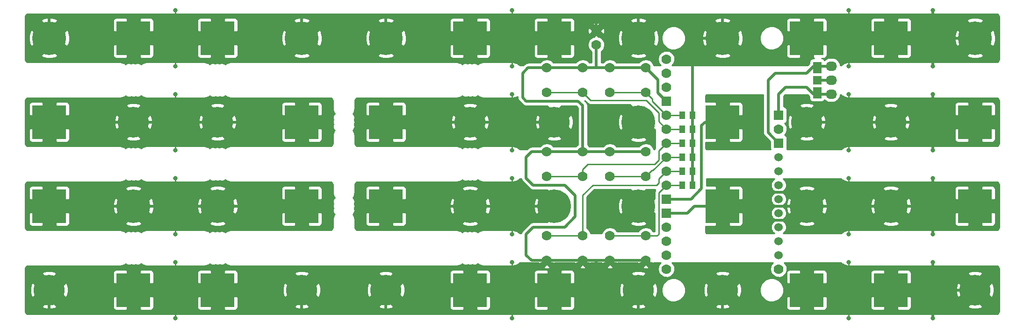
<source format=gtl>
%TF.GenerationSoftware,KiCad,Pcbnew,4.0.6-e0-6349~53~ubuntu16.04.1*%
%TF.CreationDate,2017-06-14T21:22:08+05:30*%
%TF.ProjectId,ultim_bus,756C74696D5F6275732E6B696361645F,rev?*%
%TF.FileFunction,Copper,L1,Top,Signal*%
%FSLAX46Y46*%
G04 Gerber Fmt 4.6, Leading zero omitted, Abs format (unit mm)*
G04 Created by KiCad (PCBNEW 4.0.6-e0-6349~53~ubuntu16.04.1) date Wed Jun 14 21:22:08 2017*
%MOMM*%
%LPD*%
G01*
G04 APERTURE LIST*
%ADD10C,0.101600*%
%ADD11C,1.778000*%
%ADD12C,6.096000*%
%ADD13R,6.096000X6.096000*%
%ADD14C,5.600000*%
%ADD15O,2.032000X1.727200*%
%ADD16R,1.524000X1.524000*%
%ADD17R,1.524000X2.032000*%
%ADD18C,0.800000*%
%ADD19R,1.000000X1.450000*%
%ADD20R,1.778000X1.778000*%
%ADD21C,1.524000*%
%ADD22C,0.508000*%
%ADD23C,0.250000*%
%ADD24C,0.254000*%
G04 APERTURE END LIST*
D10*
D11*
X129615000Y-66330000D03*
X123115000Y-70830000D03*
X129615000Y-70830000D03*
X123115000Y-66330000D03*
D12*
X63500000Y-60960000D03*
X170180000Y-60960000D03*
X124460000Y-60960000D03*
X109220000Y-60960000D03*
X48260000Y-60960000D03*
X185420000Y-60960000D03*
X200660000Y-30480000D03*
X33020000Y-30480000D03*
X78740000Y-30480000D03*
X93980000Y-30480000D03*
X139700000Y-30480000D03*
X154940000Y-30480000D03*
D13*
X185420000Y-30480000D03*
X48260000Y-30480000D03*
X63500000Y-30480000D03*
X109220000Y-30480000D03*
X124460000Y-30480000D03*
X170180000Y-30480000D03*
X200660000Y-60960000D03*
X33020000Y-60960000D03*
X78740000Y-60960000D03*
X93980000Y-60960000D03*
D12*
X139700000Y-60960000D03*
D13*
X154940000Y-60960000D03*
D14*
X185420000Y-45720000D03*
D13*
X200660000Y-45720000D03*
X33020000Y-45720000D03*
D14*
X48260000Y-45720000D03*
X63500000Y-45720000D03*
D13*
X78740000Y-45720000D03*
X93980000Y-45720000D03*
D14*
X109220000Y-45720000D03*
X124460000Y-45720000D03*
D12*
X139700000Y-45720000D03*
D13*
X154940000Y-45720000D03*
D14*
X170180000Y-45720000D03*
D13*
X185420000Y-76200000D03*
D14*
X200660000Y-76200000D03*
X33020000Y-76200000D03*
D13*
X48260000Y-76200000D03*
X63500000Y-76200000D03*
D14*
X78740000Y-76200000D03*
X93980000Y-76200000D03*
D13*
X109220000Y-76200000D03*
X124460000Y-76200000D03*
D14*
X139700000Y-76200000D03*
X154940000Y-76200000D03*
D13*
X170180000Y-76200000D03*
D15*
X174625000Y-40640000D03*
X174625000Y-38100000D03*
X174625000Y-35560000D03*
D16*
X172085000Y-38100000D03*
D17*
X172085000Y-35814000D03*
X172085000Y-40386000D03*
D18*
X177800000Y-25400000D03*
X177800000Y-26670000D03*
X177800000Y-27940000D03*
X177800000Y-29210000D03*
X177800000Y-30480000D03*
X177800000Y-31750000D03*
X177800000Y-33020000D03*
X177800000Y-34290000D03*
X177800000Y-35560000D03*
X116840000Y-25400000D03*
X116840000Y-26670000D03*
X116840000Y-27940000D03*
X116840000Y-29210000D03*
X116840000Y-30480000D03*
X116840000Y-31750000D03*
X116840000Y-33020000D03*
X116840000Y-34290000D03*
X116840000Y-35560000D03*
X55880000Y-25400000D03*
X55880000Y-26670000D03*
X55880000Y-27940000D03*
X55880000Y-29210000D03*
X55880000Y-30480000D03*
X55880000Y-31750000D03*
X55880000Y-33020000D03*
X55880000Y-34290000D03*
X55880000Y-35560000D03*
X177800000Y-71120000D03*
X177800000Y-72390000D03*
X177800000Y-73660000D03*
X177800000Y-74930000D03*
X177800000Y-76200000D03*
X177800000Y-77470000D03*
X177800000Y-78740000D03*
X177800000Y-80010000D03*
X177800000Y-81280000D03*
X116840000Y-71120000D03*
X116840000Y-72390000D03*
X116840000Y-73660000D03*
X116840000Y-74930000D03*
X116840000Y-76200000D03*
X116840000Y-77470000D03*
X116840000Y-78740000D03*
X116840000Y-80010000D03*
X116840000Y-81280000D03*
X55880000Y-71120000D03*
X55880000Y-72390000D03*
X55880000Y-73660000D03*
X55880000Y-74930000D03*
X55880000Y-76200000D03*
X55880000Y-77470000D03*
X55880000Y-78740000D03*
X55880000Y-80010000D03*
X55880000Y-81280000D03*
X177800000Y-40640000D03*
X177800000Y-41910000D03*
X177800000Y-43180000D03*
X177800000Y-44450000D03*
X177800000Y-45720000D03*
X177800000Y-46990000D03*
X177800000Y-48260000D03*
X177800000Y-49530000D03*
X177800000Y-50800000D03*
X116840000Y-40640000D03*
X116840000Y-41910000D03*
X116840000Y-43180000D03*
X116840000Y-44450000D03*
X116840000Y-45720000D03*
X116840000Y-46990000D03*
X116840000Y-48260000D03*
X116840000Y-49530000D03*
X116840000Y-50800000D03*
X55880000Y-40640000D03*
X55880000Y-41910000D03*
X55880000Y-43180000D03*
X55880000Y-44450000D03*
X55880000Y-45720000D03*
X55880000Y-46990000D03*
X55880000Y-48260000D03*
X55880000Y-49530000D03*
X55880000Y-50800000D03*
X177800000Y-55880000D03*
X177800000Y-57150000D03*
X177800000Y-58420000D03*
X177800000Y-59690000D03*
X177800000Y-60960000D03*
X177800000Y-62230000D03*
X177800000Y-63500000D03*
X177800000Y-64770000D03*
X177800000Y-66040000D03*
X116840000Y-55880000D03*
X116840000Y-57150000D03*
X116840000Y-58420000D03*
X116840000Y-59690000D03*
X116840000Y-60960000D03*
X116840000Y-62230000D03*
X116840000Y-63500000D03*
X116840000Y-64770000D03*
X116840000Y-66040000D03*
X55880000Y-55880000D03*
X55880000Y-57150000D03*
X55880000Y-58420000D03*
X55880000Y-59690000D03*
X55880000Y-60960000D03*
X55880000Y-62230000D03*
X55880000Y-63500000D03*
X55880000Y-64770000D03*
X55880000Y-66040000D03*
D19*
X149540000Y-57150000D03*
X147640000Y-57150000D03*
X149540000Y-54610000D03*
X147640000Y-54610000D03*
X149540000Y-52070000D03*
X147640000Y-52070000D03*
X149540000Y-49530000D03*
X147640000Y-49530000D03*
X149540000Y-46990000D03*
X147640000Y-46990000D03*
X149540000Y-44450000D03*
X147640000Y-44450000D03*
D18*
X193040000Y-25400000D03*
X193040000Y-26670000D03*
X193040000Y-27940000D03*
X193040000Y-29210000D03*
X193040000Y-30480000D03*
X193040000Y-31750000D03*
X193040000Y-33020000D03*
X193040000Y-34290000D03*
X193040000Y-35560000D03*
X193040000Y-71120000D03*
X193040000Y-72390000D03*
X193040000Y-73660000D03*
X193040000Y-74930000D03*
X193040000Y-76200000D03*
X193040000Y-77470000D03*
X193040000Y-78740000D03*
X193040000Y-80010000D03*
X193040000Y-81280000D03*
X193040000Y-40640000D03*
X193040000Y-41910000D03*
X193040000Y-43180000D03*
X193040000Y-44450000D03*
X193040000Y-45720000D03*
X193040000Y-46990000D03*
X193040000Y-48260000D03*
X193040000Y-49530000D03*
X193040000Y-50800000D03*
X193040000Y-55880000D03*
X193040000Y-57150000D03*
X193040000Y-58420000D03*
X193040000Y-59690000D03*
X193040000Y-60960000D03*
X193040000Y-62230000D03*
X193040000Y-63500000D03*
X193040000Y-64770000D03*
X193040000Y-66040000D03*
D11*
X132080000Y-31710000D03*
X132080000Y-29210000D03*
D20*
X144780000Y-41910000D03*
X165100000Y-44450000D03*
X165100000Y-49530000D03*
X144780000Y-59690000D03*
X144780000Y-62230000D03*
D11*
X144780000Y-34290000D03*
X144780000Y-36830000D03*
X144780000Y-39370000D03*
X144780000Y-44450000D03*
X144780000Y-46990000D03*
X144780000Y-49530000D03*
X144780000Y-52070000D03*
X144780000Y-54610000D03*
X144780000Y-57150000D03*
X144780000Y-64770000D03*
X144780000Y-67310000D03*
X144780000Y-69850000D03*
X144780000Y-72390000D03*
X165100000Y-72390000D03*
D21*
X165100000Y-69850000D03*
X165100000Y-67310000D03*
X165100000Y-64770000D03*
X165100000Y-62230000D03*
X165100000Y-59690000D03*
X165100000Y-57150000D03*
X165100000Y-54610000D03*
X165100000Y-52070000D03*
D11*
X165100000Y-46990000D03*
X134545000Y-40350000D03*
X141045000Y-35850000D03*
X134545000Y-35850000D03*
X141045000Y-40350000D03*
X123115000Y-40350000D03*
X129615000Y-35850000D03*
X123115000Y-35850000D03*
X129615000Y-40350000D03*
X134545000Y-55590000D03*
X141045000Y-51090000D03*
X134545000Y-51090000D03*
X141045000Y-55590000D03*
X123115000Y-55590000D03*
X129615000Y-51090000D03*
X123115000Y-51090000D03*
X129615000Y-55590000D03*
X141045000Y-66330000D03*
X134545000Y-70830000D03*
X141045000Y-70830000D03*
X134545000Y-66330000D03*
D22*
X120370600Y-70840600D02*
X120381200Y-70830000D01*
X120381200Y-70830000D02*
X123115000Y-70830000D01*
X129615000Y-70830000D02*
X132090600Y-70830000D01*
X123115000Y-70830000D02*
X129615000Y-70830000D01*
X134545000Y-70830000D02*
X132090600Y-70830000D01*
X132090600Y-70830000D02*
X132080000Y-70840600D01*
X134545000Y-70830000D02*
X141045000Y-70830000D01*
X123115000Y-51090000D02*
X121857765Y-51090000D01*
X121857765Y-51090000D02*
X121847165Y-51079400D01*
X121847165Y-51079400D02*
X120370600Y-51079400D01*
X129615000Y-51090000D02*
X123115000Y-51090000D01*
X129615000Y-51090000D02*
X134545000Y-51090000D01*
X129615000Y-51090000D02*
X129615000Y-42747000D01*
X118745000Y-41275000D02*
X118745000Y-36830000D01*
X129615000Y-42747000D02*
X128778000Y-41910000D01*
X128778000Y-41910000D02*
X119380000Y-41910000D01*
X119725000Y-35850000D02*
X123115000Y-35850000D01*
X119380000Y-41910000D02*
X118745000Y-41275000D01*
X118745000Y-36830000D02*
X119725000Y-35850000D01*
X134545000Y-51090000D02*
X141045000Y-51090000D01*
X129615000Y-35850000D02*
X132069400Y-35850000D01*
X132069400Y-35850000D02*
X132080000Y-35839400D01*
X123115000Y-35850000D02*
X129615000Y-35850000D01*
X134545000Y-35850000D02*
X141045000Y-35850000D01*
X132080000Y-35839400D02*
X132090600Y-35850000D01*
X132090600Y-35850000D02*
X134545000Y-35850000D01*
X144780000Y-41910000D02*
X143256000Y-40386000D01*
X143256000Y-40386000D02*
X143256000Y-38061000D01*
X143256000Y-38061000D02*
X141045000Y-35850000D01*
X130810000Y-76200000D02*
X132080000Y-74930000D01*
X132080000Y-74930000D02*
X132080000Y-70840600D01*
X124460000Y-76200000D02*
X130810000Y-76200000D01*
X132080000Y-31710000D02*
X132080000Y-35839400D01*
X193040000Y-81280000D02*
X193040000Y-80010000D01*
X193040000Y-71120000D02*
X193040000Y-72390000D01*
X185420000Y-76200000D02*
X200660000Y-76200000D01*
X177800000Y-76200000D02*
X185420000Y-76200000D01*
X119380000Y-52070000D02*
X119380000Y-55880000D01*
X120370600Y-51079400D02*
X119380000Y-52070000D01*
X120650000Y-57150000D02*
X119380000Y-55880000D01*
X120650000Y-57150000D02*
X126365000Y-57150000D01*
X128270000Y-62865000D02*
X126365000Y-64770000D01*
X126365000Y-57150000D02*
X128270000Y-59055000D01*
X128270000Y-59055000D02*
X128270000Y-62865000D01*
X126365000Y-64770000D02*
X120650000Y-64770000D01*
X120370600Y-70840600D02*
X119380000Y-69850000D01*
X120650000Y-64770000D02*
X119380000Y-66040000D01*
X119380000Y-66040000D02*
X119380000Y-69850000D01*
X48006000Y-80010000D02*
X33020000Y-80010000D01*
X33020000Y-76200000D02*
X33020000Y-80010000D01*
X48260000Y-76200000D02*
X48260000Y-79756000D01*
X48260000Y-79756000D02*
X48006000Y-80010000D01*
X55880000Y-76200000D02*
X48260000Y-76200000D01*
X63500000Y-76200000D02*
X55880000Y-76200000D01*
X108966000Y-80010000D02*
X93980000Y-80010000D01*
X93980000Y-80010000D02*
X78740000Y-80010000D01*
X93980000Y-76200000D02*
X93980000Y-80010000D01*
X78740000Y-80010000D02*
X63754000Y-80010000D01*
X78740000Y-76200000D02*
X78740000Y-80010000D01*
X109220000Y-76200000D02*
X109220000Y-79756000D01*
X109220000Y-79756000D02*
X108966000Y-80010000D01*
X63754000Y-80010000D02*
X63500000Y-79756000D01*
X63500000Y-79756000D02*
X63500000Y-76200000D01*
X116840000Y-76200000D02*
X109220000Y-76200000D01*
X124460000Y-76200000D02*
X116840000Y-76200000D01*
X169926000Y-80010000D02*
X154940000Y-80010000D01*
X154940000Y-80010000D02*
X139700000Y-80010000D01*
X154940000Y-76200000D02*
X154940000Y-80010000D01*
X139700000Y-80010000D02*
X124714000Y-80010000D01*
X139700000Y-76200000D02*
X139700000Y-80010000D01*
X170180000Y-76200000D02*
X170180000Y-79756000D01*
X170180000Y-79756000D02*
X169926000Y-80010000D01*
X124714000Y-80010000D02*
X124460000Y-79756000D01*
X124460000Y-79756000D02*
X124460000Y-76200000D01*
X177800000Y-76200000D02*
X170180000Y-76200000D01*
D23*
X55880000Y-72390000D02*
X55880000Y-71120000D01*
X55880000Y-80010000D02*
X55880000Y-81280000D01*
X116840000Y-80010000D02*
X116840000Y-81280000D01*
X116840000Y-72390000D02*
X116840000Y-71120000D01*
X177800000Y-80010000D02*
X177800000Y-81280000D01*
X177800000Y-72390000D02*
X177800000Y-71120000D01*
D22*
X165100000Y-44450000D02*
X165100000Y-40640000D01*
X165100000Y-40640000D02*
X166370000Y-39370000D01*
X170180000Y-39370000D02*
X171450000Y-40640000D01*
X166370000Y-39370000D02*
X170180000Y-39370000D01*
X171450000Y-40640000D02*
X172085000Y-40640000D01*
X172085000Y-40640000D02*
X174625000Y-40640000D01*
X164465000Y-36830000D02*
X163195000Y-38100000D01*
X172085000Y-35560000D02*
X171450000Y-35560000D01*
X164465000Y-36830000D02*
X170180000Y-36830000D01*
X170180000Y-36830000D02*
X171450000Y-35560000D01*
X163195000Y-47625000D02*
X165100000Y-49530000D01*
X163195000Y-47625000D02*
X163195000Y-38100000D01*
X174625000Y-35560000D02*
X172085000Y-35560000D01*
X193040000Y-50800000D02*
X193040000Y-49530000D01*
X193040000Y-40640000D02*
X193040000Y-41910000D01*
X177800000Y-45720000D02*
X185420000Y-45720000D01*
X154940000Y-45720000D02*
X151765000Y-45720000D01*
X151130000Y-46355000D02*
X151130000Y-57785000D01*
X151765000Y-45720000D02*
X151130000Y-46355000D01*
X151130000Y-57785000D02*
X149225000Y-59690000D01*
X149225000Y-59690000D02*
X144780000Y-59690000D01*
X170180000Y-45720000D02*
X177800000Y-45720000D01*
D23*
X177800000Y-49530000D02*
X177800000Y-50800000D01*
X177800000Y-41910000D02*
X177800000Y-40640000D01*
D22*
X185420000Y-45720000D02*
X200660000Y-45720000D01*
X193040000Y-66040000D02*
X193040000Y-64770000D01*
X193040000Y-55880000D02*
X193040000Y-57150000D01*
X177800000Y-60960000D02*
X185420000Y-60960000D01*
X154940000Y-60960000D02*
X159385000Y-60960000D01*
X159385000Y-60960000D02*
X161925000Y-63500000D01*
X161925000Y-63500000D02*
X167640000Y-63500000D01*
X167640000Y-63500000D02*
X170180000Y-60960000D01*
X154940000Y-60960000D02*
X159385000Y-60960000D01*
X159385000Y-60960000D02*
X161925000Y-58420000D01*
X161925000Y-58420000D02*
X167640000Y-58420000D01*
X167640000Y-58420000D02*
X170180000Y-60960000D01*
X154940000Y-60960000D02*
X170180000Y-60960000D01*
X177800000Y-60960000D02*
X170180000Y-60960000D01*
X148590000Y-62230000D02*
X149860000Y-60960000D01*
X149860000Y-60960000D02*
X154940000Y-60960000D01*
X144780000Y-62230000D02*
X148590000Y-62230000D01*
D23*
X177800000Y-64770000D02*
X177800000Y-66040000D01*
X177800000Y-55880000D02*
X177800000Y-57150000D01*
D22*
X185420000Y-60960000D02*
X200660000Y-60960000D01*
X124714000Y-26670000D02*
X132080000Y-26670000D01*
X132080000Y-26670000D02*
X139700000Y-26670000D01*
X132080000Y-29210000D02*
X132080000Y-26670000D01*
X108966000Y-26670000D02*
X93980000Y-26670000D01*
X48006000Y-26670000D02*
X33020000Y-26670000D01*
X193040000Y-35560000D02*
X193040000Y-34290000D01*
X193040000Y-25400000D02*
X193040000Y-26670000D01*
X185420000Y-30480000D02*
X200660000Y-30480000D01*
X177800000Y-30480000D02*
X185420000Y-30480000D01*
X149540000Y-44450000D02*
X149540000Y-31569478D01*
X149540000Y-31569478D02*
X150629478Y-30480000D01*
X150629478Y-30480000D02*
X154940000Y-30480000D01*
X149540000Y-54610000D02*
X149540000Y-57150000D01*
X149540000Y-52070000D02*
X149540000Y-54610000D01*
X149540000Y-49530000D02*
X149540000Y-52070000D01*
X149540000Y-46990000D02*
X149540000Y-49530000D01*
X149540000Y-44450000D02*
X149540000Y-46990000D01*
X33020000Y-30480000D02*
X33020000Y-26670000D01*
X48260000Y-30480000D02*
X48260000Y-26924000D01*
X48260000Y-26924000D02*
X48006000Y-26670000D01*
X55880000Y-30480000D02*
X48260000Y-30480000D01*
X63500000Y-30480000D02*
X55880000Y-30480000D01*
X93980000Y-26670000D02*
X78740000Y-26670000D01*
X93980000Y-30480000D02*
X93980000Y-26670000D01*
X78740000Y-26670000D02*
X63754000Y-26670000D01*
X78740000Y-30480000D02*
X78740000Y-26670000D01*
X109220000Y-30480000D02*
X109220000Y-26924000D01*
X63754000Y-26670000D02*
X63500000Y-26924000D01*
X109220000Y-26924000D02*
X108966000Y-26670000D01*
X63500000Y-26924000D02*
X63500000Y-30480000D01*
X116840000Y-30480000D02*
X109220000Y-30480000D01*
X124460000Y-30480000D02*
X116840000Y-30480000D01*
X139700000Y-26670000D02*
X154940000Y-26670000D01*
X139700000Y-30480000D02*
X139700000Y-26670000D01*
X154940000Y-26670000D02*
X169926000Y-26670000D01*
X154940000Y-30480000D02*
X154940000Y-26670000D01*
X124460000Y-30480000D02*
X124460000Y-26924000D01*
X124460000Y-26924000D02*
X124714000Y-26670000D01*
X170180000Y-30480000D02*
X170180000Y-26924000D01*
X170180000Y-26924000D02*
X169926000Y-26670000D01*
X177800000Y-30480000D02*
X170180000Y-30480000D01*
X172085000Y-38100000D02*
X174625000Y-38100000D01*
D23*
X55880000Y-26670000D02*
X55880000Y-25400000D01*
X55880000Y-34290000D02*
X55880000Y-35560000D01*
X116840000Y-34290000D02*
X116840000Y-35560000D01*
X116840000Y-26670000D02*
X116840000Y-25400000D01*
X177800000Y-34290000D02*
X177800000Y-35560000D01*
X177800000Y-26670000D02*
X177800000Y-25400000D01*
D22*
X48260000Y-45720000D02*
X33020000Y-45720000D01*
X55880000Y-45720000D02*
X48260000Y-45720000D01*
X63500000Y-45720000D02*
X55880000Y-45720000D01*
X78740000Y-45720000D02*
X63500000Y-45720000D01*
D23*
X55880000Y-41910000D02*
X55880000Y-40640000D01*
X55880000Y-49530000D02*
X55880000Y-50800000D01*
D22*
X109220000Y-45720000D02*
X93980000Y-45720000D01*
X116840000Y-45720000D02*
X109220000Y-45720000D01*
X124460000Y-45720000D02*
X116840000Y-45720000D01*
D23*
X116840000Y-49530000D02*
X116840000Y-50800000D01*
X116840000Y-41910000D02*
X116840000Y-40640000D01*
D22*
X63500000Y-60960000D02*
X78740000Y-60960000D01*
X55880000Y-60960000D02*
X63500000Y-60960000D01*
X48260000Y-60960000D02*
X55880000Y-60960000D01*
X33020000Y-60960000D02*
X48260000Y-60960000D01*
D23*
X55880000Y-57150000D02*
X55880000Y-55880000D01*
X55880000Y-64770000D02*
X55880000Y-66040000D01*
D22*
X116840000Y-60960000D02*
X124460000Y-60960000D01*
X109220000Y-60960000D02*
X116840000Y-60960000D01*
X93980000Y-60960000D02*
X109220000Y-60960000D01*
D23*
X116840000Y-64770000D02*
X116840000Y-66040000D01*
X116840000Y-57150000D02*
X116840000Y-55880000D01*
X141045000Y-40350000D02*
X134545000Y-40350000D01*
X142240000Y-41910000D02*
X142240000Y-41545000D01*
X142240000Y-41545000D02*
X141045000Y-40350000D01*
X144780000Y-44450000D02*
X142240000Y-41910000D01*
X144780000Y-44450000D02*
X147640000Y-44450000D01*
X144780000Y-46990000D02*
X143383000Y-45593000D01*
X143383000Y-45593000D02*
X143383000Y-44069000D01*
X143383000Y-44069000D02*
X141097000Y-41783000D01*
X141097000Y-41783000D02*
X131048000Y-41783000D01*
X131048000Y-41783000D02*
X129615000Y-40350000D01*
X123115000Y-40350000D02*
X129615000Y-40350000D01*
X144780000Y-46990000D02*
X147640000Y-46990000D01*
X129615000Y-55590000D02*
X123115000Y-55590000D01*
X144780000Y-49530000D02*
X143383000Y-50927000D01*
X143383000Y-50927000D02*
X143383000Y-52578000D01*
X130556000Y-53340000D02*
X129615000Y-54281000D01*
X143383000Y-52578000D02*
X142621000Y-53340000D01*
X142621000Y-53340000D02*
X130556000Y-53340000D01*
X129615000Y-54281000D02*
X129615000Y-55590000D01*
X144780000Y-49530000D02*
X147640000Y-49530000D01*
X142113000Y-54522000D02*
X141045000Y-55590000D01*
X144780000Y-52070000D02*
X142328000Y-54522000D01*
X142328000Y-54522000D02*
X142113000Y-54522000D01*
X134545000Y-55590000D02*
X141045000Y-55590000D01*
X144780000Y-52070000D02*
X147640000Y-52070000D01*
X129615000Y-66330000D02*
X129615000Y-58980000D01*
X143383000Y-56007000D02*
X144780000Y-54610000D01*
X129615000Y-58980000D02*
X131445000Y-57150000D01*
X131445000Y-57150000D02*
X143002000Y-57150000D01*
X143002000Y-57150000D02*
X143383000Y-56769000D01*
X143383000Y-56769000D02*
X143383000Y-56007000D01*
X123115000Y-66330000D02*
X129615000Y-66330000D01*
X144780000Y-54610000D02*
X147640000Y-54610000D01*
X141045000Y-66330000D02*
X143093000Y-66330000D01*
X143383000Y-66040000D02*
X143383000Y-58547000D01*
X143093000Y-66330000D02*
X143383000Y-66040000D01*
X143383000Y-58547000D02*
X144780000Y-57150000D01*
X134545000Y-66330000D02*
X141045000Y-66330000D01*
X144780000Y-57150000D02*
X147640000Y-57150000D01*
D24*
G36*
X121668161Y-71331759D02*
X121882400Y-71433982D01*
X122069382Y-71247000D01*
X124160618Y-71247000D01*
X124347600Y-71433982D01*
X124561839Y-71331759D01*
X124582190Y-71247000D01*
X128142449Y-71247000D01*
X128168161Y-71331759D01*
X128382400Y-71433982D01*
X128569382Y-71247000D01*
X130660618Y-71247000D01*
X130847600Y-71433982D01*
X131061839Y-71331759D01*
X131082190Y-71247000D01*
X133072449Y-71247000D01*
X133098161Y-71331759D01*
X133312400Y-71433982D01*
X133499382Y-71247000D01*
X135590618Y-71247000D01*
X135777600Y-71433982D01*
X135991839Y-71331759D01*
X136012190Y-71247000D01*
X139572449Y-71247000D01*
X139598161Y-71331759D01*
X139812400Y-71433982D01*
X139999382Y-71247000D01*
X142090618Y-71247000D01*
X142277600Y-71433982D01*
X142491839Y-71331759D01*
X142512190Y-71247000D01*
X143768909Y-71247000D01*
X143606899Y-71405652D01*
X143438047Y-71652255D01*
X143320309Y-71926959D01*
X143258170Y-72219299D01*
X143253997Y-72518142D01*
X143307949Y-72812104D01*
X143417971Y-73089988D01*
X143579872Y-73341210D01*
X143787486Y-73556200D01*
X144032904Y-73726770D01*
X144306779Y-73846423D01*
X144598679Y-73910602D01*
X144897486Y-73916861D01*
X145191817Y-73864962D01*
X145470462Y-73756883D01*
X145722808Y-73596739D01*
X145939243Y-73390631D01*
X146067976Y-73208139D01*
X153564585Y-73208139D01*
X154940000Y-74583554D01*
X156315415Y-73208139D01*
X155929637Y-72893294D01*
X155265515Y-72763764D01*
X154588884Y-72766285D01*
X153950363Y-72893294D01*
X153564585Y-73208139D01*
X146067976Y-73208139D01*
X146111522Y-73146410D01*
X146233084Y-72873377D01*
X146299299Y-72581932D01*
X146304065Y-72240564D01*
X146246014Y-71947384D01*
X146132123Y-71671063D01*
X145966730Y-71422127D01*
X145792822Y-71247000D01*
X164088909Y-71247000D01*
X163926899Y-71405652D01*
X163758047Y-71652255D01*
X163640309Y-71926959D01*
X163578170Y-72219299D01*
X163573997Y-72518142D01*
X163627949Y-72812104D01*
X163737971Y-73089988D01*
X163899872Y-73341210D01*
X164107486Y-73556200D01*
X164352904Y-73726770D01*
X164626779Y-73846423D01*
X164918679Y-73910602D01*
X165217486Y-73916861D01*
X165511817Y-73864962D01*
X165790462Y-73756883D01*
X166042808Y-73596739D01*
X166259243Y-73390631D01*
X166431522Y-73146410D01*
X166456878Y-73089458D01*
X166497000Y-73089458D01*
X166497000Y-74898250D01*
X166655750Y-75057000D01*
X169037000Y-75057000D01*
X169037000Y-72675750D01*
X171323000Y-72675750D01*
X171323000Y-75057000D01*
X173704250Y-75057000D01*
X173863000Y-74898250D01*
X173863000Y-73089458D01*
X181737000Y-73089458D01*
X181737000Y-74898250D01*
X181895750Y-75057000D01*
X184277000Y-75057000D01*
X184277000Y-72675750D01*
X186563000Y-72675750D01*
X186563000Y-75057000D01*
X188944250Y-75057000D01*
X189103000Y-74898250D01*
X189103000Y-73208139D01*
X199284585Y-73208139D01*
X200660000Y-74583554D01*
X202035415Y-73208139D01*
X201649637Y-72893294D01*
X200985515Y-72763764D01*
X200308884Y-72766285D01*
X199670363Y-72893294D01*
X199284585Y-73208139D01*
X189103000Y-73208139D01*
X189103000Y-73089458D01*
X189078597Y-72966777D01*
X189030730Y-72851215D01*
X188961237Y-72747211D01*
X188872789Y-72658763D01*
X188768785Y-72589270D01*
X188653223Y-72541403D01*
X188530542Y-72517000D01*
X186721750Y-72517000D01*
X186563000Y-72675750D01*
X184277000Y-72675750D01*
X184118250Y-72517000D01*
X182309458Y-72517000D01*
X182186777Y-72541403D01*
X182071215Y-72589270D01*
X181967211Y-72658763D01*
X181878763Y-72747211D01*
X181809270Y-72851215D01*
X181761403Y-72966777D01*
X181737000Y-73089458D01*
X173863000Y-73089458D01*
X173838597Y-72966777D01*
X173790730Y-72851215D01*
X173721237Y-72747211D01*
X173632789Y-72658763D01*
X173528785Y-72589270D01*
X173413223Y-72541403D01*
X173290542Y-72517000D01*
X171481750Y-72517000D01*
X171323000Y-72675750D01*
X169037000Y-72675750D01*
X168878250Y-72517000D01*
X167069458Y-72517000D01*
X166946777Y-72541403D01*
X166831215Y-72589270D01*
X166727211Y-72658763D01*
X166638763Y-72747211D01*
X166569270Y-72851215D01*
X166521403Y-72966777D01*
X166497000Y-73089458D01*
X166456878Y-73089458D01*
X166553084Y-72873377D01*
X166619299Y-72581932D01*
X166624065Y-72240564D01*
X166566014Y-71947384D01*
X166452123Y-71671063D01*
X166286730Y-71422127D01*
X166112822Y-71247000D01*
X176401628Y-71247000D01*
X176403706Y-71249064D01*
X176448736Y-71295047D01*
X176456374Y-71301366D01*
X176648452Y-71458020D01*
X176701997Y-71493595D01*
X176755149Y-71529989D01*
X176763869Y-71534703D01*
X176982717Y-71651066D01*
X177042208Y-71675587D01*
X177101357Y-71700938D01*
X177110825Y-71703868D01*
X177110829Y-71703870D01*
X177110833Y-71703871D01*
X177348108Y-71775509D01*
X177411205Y-71788003D01*
X177474179Y-71801388D01*
X177484034Y-71802424D01*
X177484038Y-71802424D01*
X177730716Y-71826611D01*
X177760489Y-71826611D01*
X177790087Y-71829931D01*
X177800000Y-71830000D01*
X204435280Y-71830000D01*
X204578109Y-71844005D01*
X204682101Y-71875402D01*
X204778014Y-71926399D01*
X204862194Y-71995055D01*
X204931440Y-72078758D01*
X204983105Y-72174311D01*
X205015227Y-72278078D01*
X205030000Y-72418641D01*
X205030000Y-79975280D01*
X205015995Y-80118109D01*
X204984599Y-80222099D01*
X204933601Y-80318013D01*
X204864941Y-80402199D01*
X204781243Y-80471439D01*
X204685689Y-80523105D01*
X204581922Y-80555227D01*
X204441359Y-80570000D01*
X29244720Y-80570000D01*
X29101891Y-80555995D01*
X28997901Y-80524599D01*
X28901987Y-80473601D01*
X28817801Y-80404941D01*
X28748561Y-80321243D01*
X28696895Y-80225689D01*
X28664773Y-80121922D01*
X28650000Y-79981359D01*
X28650000Y-79191861D01*
X31644585Y-79191861D01*
X32030363Y-79506706D01*
X32694485Y-79636236D01*
X33371116Y-79633715D01*
X34009637Y-79506706D01*
X34395415Y-79191861D01*
X33020000Y-77816446D01*
X31644585Y-79191861D01*
X28650000Y-79191861D01*
X28650000Y-75874485D01*
X29583764Y-75874485D01*
X29586285Y-76551116D01*
X29713294Y-77189637D01*
X30028139Y-77575415D01*
X31403554Y-76200000D01*
X34636446Y-76200000D01*
X36011861Y-77575415D01*
X36071981Y-77501750D01*
X44577000Y-77501750D01*
X44577000Y-79310542D01*
X44601403Y-79433223D01*
X44649270Y-79548785D01*
X44718763Y-79652789D01*
X44807211Y-79741237D01*
X44911215Y-79810730D01*
X45026777Y-79858597D01*
X45149458Y-79883000D01*
X46958250Y-79883000D01*
X47117000Y-79724250D01*
X47117000Y-77343000D01*
X49403000Y-77343000D01*
X49403000Y-79724250D01*
X49561750Y-79883000D01*
X51370542Y-79883000D01*
X51493223Y-79858597D01*
X51608785Y-79810730D01*
X51712789Y-79741237D01*
X51801237Y-79652789D01*
X51870730Y-79548785D01*
X51918597Y-79433223D01*
X51943000Y-79310542D01*
X51943000Y-77501750D01*
X59817000Y-77501750D01*
X59817000Y-79310542D01*
X59841403Y-79433223D01*
X59889270Y-79548785D01*
X59958763Y-79652789D01*
X60047211Y-79741237D01*
X60151215Y-79810730D01*
X60266777Y-79858597D01*
X60389458Y-79883000D01*
X62198250Y-79883000D01*
X62357000Y-79724250D01*
X62357000Y-77343000D01*
X64643000Y-77343000D01*
X64643000Y-79724250D01*
X64801750Y-79883000D01*
X66610542Y-79883000D01*
X66733223Y-79858597D01*
X66848785Y-79810730D01*
X66952789Y-79741237D01*
X67041237Y-79652789D01*
X67110730Y-79548785D01*
X67158597Y-79433223D01*
X67183000Y-79310542D01*
X67183000Y-79191861D01*
X77364585Y-79191861D01*
X77750363Y-79506706D01*
X78414485Y-79636236D01*
X79091116Y-79633715D01*
X79729637Y-79506706D01*
X80115415Y-79191861D01*
X92604585Y-79191861D01*
X92990363Y-79506706D01*
X93654485Y-79636236D01*
X94331116Y-79633715D01*
X94969637Y-79506706D01*
X95355415Y-79191861D01*
X93980000Y-77816446D01*
X92604585Y-79191861D01*
X80115415Y-79191861D01*
X78740000Y-77816446D01*
X77364585Y-79191861D01*
X67183000Y-79191861D01*
X67183000Y-77501750D01*
X67024250Y-77343000D01*
X64643000Y-77343000D01*
X62357000Y-77343000D01*
X59975750Y-77343000D01*
X59817000Y-77501750D01*
X51943000Y-77501750D01*
X51784250Y-77343000D01*
X49403000Y-77343000D01*
X47117000Y-77343000D01*
X44735750Y-77343000D01*
X44577000Y-77501750D01*
X36071981Y-77501750D01*
X36326706Y-77189637D01*
X36456236Y-76525515D01*
X36453811Y-75874485D01*
X75303764Y-75874485D01*
X75306285Y-76551116D01*
X75433294Y-77189637D01*
X75748139Y-77575415D01*
X77123554Y-76200000D01*
X80356446Y-76200000D01*
X81731861Y-77575415D01*
X82046706Y-77189637D01*
X82176236Y-76525515D01*
X82173811Y-75874485D01*
X90543764Y-75874485D01*
X90546285Y-76551116D01*
X90673294Y-77189637D01*
X90988139Y-77575415D01*
X92363554Y-76200000D01*
X95596446Y-76200000D01*
X96971861Y-77575415D01*
X97031981Y-77501750D01*
X105537000Y-77501750D01*
X105537000Y-79310542D01*
X105561403Y-79433223D01*
X105609270Y-79548785D01*
X105678763Y-79652789D01*
X105767211Y-79741237D01*
X105871215Y-79810730D01*
X105986777Y-79858597D01*
X106109458Y-79883000D01*
X107918250Y-79883000D01*
X108077000Y-79724250D01*
X108077000Y-77343000D01*
X110363000Y-77343000D01*
X110363000Y-79724250D01*
X110521750Y-79883000D01*
X112330542Y-79883000D01*
X112453223Y-79858597D01*
X112568785Y-79810730D01*
X112672789Y-79741237D01*
X112761237Y-79652789D01*
X112830730Y-79548785D01*
X112878597Y-79433223D01*
X112903000Y-79310542D01*
X112903000Y-77501750D01*
X120777000Y-77501750D01*
X120777000Y-79310542D01*
X120801403Y-79433223D01*
X120849270Y-79548785D01*
X120918763Y-79652789D01*
X121007211Y-79741237D01*
X121111215Y-79810730D01*
X121226777Y-79858597D01*
X121349458Y-79883000D01*
X123158250Y-79883000D01*
X123317000Y-79724250D01*
X123317000Y-77343000D01*
X125603000Y-77343000D01*
X125603000Y-79724250D01*
X125761750Y-79883000D01*
X127570542Y-79883000D01*
X127693223Y-79858597D01*
X127808785Y-79810730D01*
X127912789Y-79741237D01*
X128001237Y-79652789D01*
X128070730Y-79548785D01*
X128118597Y-79433223D01*
X128143000Y-79310542D01*
X128143000Y-79191861D01*
X138324585Y-79191861D01*
X138710363Y-79506706D01*
X139374485Y-79636236D01*
X140051116Y-79633715D01*
X140689637Y-79506706D01*
X141075415Y-79191861D01*
X153564585Y-79191861D01*
X153950363Y-79506706D01*
X154614485Y-79636236D01*
X155291116Y-79633715D01*
X155929637Y-79506706D01*
X156315415Y-79191861D01*
X154940000Y-77816446D01*
X153564585Y-79191861D01*
X141075415Y-79191861D01*
X139700000Y-77816446D01*
X138324585Y-79191861D01*
X128143000Y-79191861D01*
X128143000Y-77501750D01*
X127984250Y-77343000D01*
X125603000Y-77343000D01*
X123317000Y-77343000D01*
X120935750Y-77343000D01*
X120777000Y-77501750D01*
X112903000Y-77501750D01*
X112744250Y-77343000D01*
X110363000Y-77343000D01*
X108077000Y-77343000D01*
X105695750Y-77343000D01*
X105537000Y-77501750D01*
X97031981Y-77501750D01*
X97286706Y-77189637D01*
X97416236Y-76525515D01*
X97413811Y-75874485D01*
X136263764Y-75874485D01*
X136266285Y-76551116D01*
X136393294Y-77189637D01*
X136708139Y-77575415D01*
X138083554Y-76200000D01*
X141316446Y-76200000D01*
X142691861Y-77575415D01*
X143006706Y-77189637D01*
X143136236Y-76525515D01*
X143135700Y-76381535D01*
X143888163Y-76381535D01*
X143964595Y-76797980D01*
X144120459Y-77191649D01*
X144349819Y-77547547D01*
X144643939Y-77852116D01*
X144991615Y-78093757D01*
X145379604Y-78263266D01*
X145793129Y-78354185D01*
X146216438Y-78363052D01*
X146633407Y-78289529D01*
X147028154Y-78136417D01*
X147385644Y-77909547D01*
X147692260Y-77617561D01*
X147936322Y-77271580D01*
X148108535Y-76884784D01*
X148202339Y-76471904D01*
X148209092Y-75988299D01*
X148186557Y-75874485D01*
X151503764Y-75874485D01*
X151506285Y-76551116D01*
X151633294Y-77189637D01*
X151948139Y-77575415D01*
X153323554Y-76200000D01*
X156556446Y-76200000D01*
X157931861Y-77575415D01*
X158246706Y-77189637D01*
X158376236Y-76525515D01*
X158375700Y-76381535D01*
X161668163Y-76381535D01*
X161744595Y-76797980D01*
X161900459Y-77191649D01*
X162129819Y-77547547D01*
X162423939Y-77852116D01*
X162771615Y-78093757D01*
X163159604Y-78263266D01*
X163573129Y-78354185D01*
X163996438Y-78363052D01*
X164413407Y-78289529D01*
X164808154Y-78136417D01*
X165165644Y-77909547D01*
X165472260Y-77617561D01*
X165553955Y-77501750D01*
X166497000Y-77501750D01*
X166497000Y-79310542D01*
X166521403Y-79433223D01*
X166569270Y-79548785D01*
X166638763Y-79652789D01*
X166727211Y-79741237D01*
X166831215Y-79810730D01*
X166946777Y-79858597D01*
X167069458Y-79883000D01*
X168878250Y-79883000D01*
X169037000Y-79724250D01*
X169037000Y-77343000D01*
X171323000Y-77343000D01*
X171323000Y-79724250D01*
X171481750Y-79883000D01*
X173290542Y-79883000D01*
X173413223Y-79858597D01*
X173528785Y-79810730D01*
X173632789Y-79741237D01*
X173721237Y-79652789D01*
X173790730Y-79548785D01*
X173838597Y-79433223D01*
X173863000Y-79310542D01*
X173863000Y-77501750D01*
X181737000Y-77501750D01*
X181737000Y-79310542D01*
X181761403Y-79433223D01*
X181809270Y-79548785D01*
X181878763Y-79652789D01*
X181967211Y-79741237D01*
X182071215Y-79810730D01*
X182186777Y-79858597D01*
X182309458Y-79883000D01*
X184118250Y-79883000D01*
X184277000Y-79724250D01*
X184277000Y-77343000D01*
X186563000Y-77343000D01*
X186563000Y-79724250D01*
X186721750Y-79883000D01*
X188530542Y-79883000D01*
X188653223Y-79858597D01*
X188768785Y-79810730D01*
X188872789Y-79741237D01*
X188961237Y-79652789D01*
X189030730Y-79548785D01*
X189078597Y-79433223D01*
X189103000Y-79310542D01*
X189103000Y-79191861D01*
X199284585Y-79191861D01*
X199670363Y-79506706D01*
X200334485Y-79636236D01*
X201011116Y-79633715D01*
X201649637Y-79506706D01*
X202035415Y-79191861D01*
X200660000Y-77816446D01*
X199284585Y-79191861D01*
X189103000Y-79191861D01*
X189103000Y-77501750D01*
X188944250Y-77343000D01*
X186563000Y-77343000D01*
X184277000Y-77343000D01*
X181895750Y-77343000D01*
X181737000Y-77501750D01*
X173863000Y-77501750D01*
X173704250Y-77343000D01*
X171323000Y-77343000D01*
X169037000Y-77343000D01*
X166655750Y-77343000D01*
X166497000Y-77501750D01*
X165553955Y-77501750D01*
X165716322Y-77271580D01*
X165888535Y-76884784D01*
X165982339Y-76471904D01*
X165989092Y-75988299D01*
X165966557Y-75874485D01*
X197223764Y-75874485D01*
X197226285Y-76551116D01*
X197353294Y-77189637D01*
X197668139Y-77575415D01*
X199043554Y-76200000D01*
X202276446Y-76200000D01*
X203651861Y-77575415D01*
X203966706Y-77189637D01*
X204096236Y-76525515D01*
X204093715Y-75848884D01*
X203966706Y-75210363D01*
X203651861Y-74824585D01*
X202276446Y-76200000D01*
X199043554Y-76200000D01*
X197668139Y-74824585D01*
X197353294Y-75210363D01*
X197223764Y-75874485D01*
X165966557Y-75874485D01*
X165906853Y-75572961D01*
X165745507Y-75181507D01*
X165511200Y-74828847D01*
X165212857Y-74528413D01*
X164861841Y-74291650D01*
X164471523Y-74127575D01*
X164056769Y-74042438D01*
X163633378Y-74039483D01*
X163217475Y-74118820D01*
X162824904Y-74277429D01*
X162470617Y-74509268D01*
X162168108Y-74805507D01*
X161928900Y-75154861D01*
X161762104Y-75544025D01*
X161674074Y-75958174D01*
X161668163Y-76381535D01*
X158375700Y-76381535D01*
X158373715Y-75848884D01*
X158246706Y-75210363D01*
X157931861Y-74824585D01*
X156556446Y-76200000D01*
X153323554Y-76200000D01*
X151948139Y-74824585D01*
X151633294Y-75210363D01*
X151503764Y-75874485D01*
X148186557Y-75874485D01*
X148126853Y-75572961D01*
X147965507Y-75181507D01*
X147731200Y-74828847D01*
X147432857Y-74528413D01*
X147081841Y-74291650D01*
X146691523Y-74127575D01*
X146276769Y-74042438D01*
X145853378Y-74039483D01*
X145437475Y-74118820D01*
X145044904Y-74277429D01*
X144690617Y-74509268D01*
X144388108Y-74805507D01*
X144148900Y-75154861D01*
X143982104Y-75544025D01*
X143894074Y-75958174D01*
X143888163Y-76381535D01*
X143135700Y-76381535D01*
X143133715Y-75848884D01*
X143006706Y-75210363D01*
X142691861Y-74824585D01*
X141316446Y-76200000D01*
X138083554Y-76200000D01*
X136708139Y-74824585D01*
X136393294Y-75210363D01*
X136263764Y-75874485D01*
X97413811Y-75874485D01*
X97413715Y-75848884D01*
X97286706Y-75210363D01*
X96971861Y-74824585D01*
X95596446Y-76200000D01*
X92363554Y-76200000D01*
X90988139Y-74824585D01*
X90673294Y-75210363D01*
X90543764Y-75874485D01*
X82173811Y-75874485D01*
X82173715Y-75848884D01*
X82046706Y-75210363D01*
X81731861Y-74824585D01*
X80356446Y-76200000D01*
X77123554Y-76200000D01*
X75748139Y-74824585D01*
X75433294Y-75210363D01*
X75303764Y-75874485D01*
X36453811Y-75874485D01*
X36453715Y-75848884D01*
X36326706Y-75210363D01*
X36011861Y-74824585D01*
X34636446Y-76200000D01*
X31403554Y-76200000D01*
X30028139Y-74824585D01*
X29713294Y-75210363D01*
X29583764Y-75874485D01*
X28650000Y-75874485D01*
X28650000Y-73208139D01*
X31644585Y-73208139D01*
X33020000Y-74583554D01*
X34395415Y-73208139D01*
X34249996Y-73089458D01*
X44577000Y-73089458D01*
X44577000Y-74898250D01*
X44735750Y-75057000D01*
X47117000Y-75057000D01*
X47117000Y-72675750D01*
X49403000Y-72675750D01*
X49403000Y-75057000D01*
X51784250Y-75057000D01*
X51943000Y-74898250D01*
X51943000Y-73089458D01*
X59817000Y-73089458D01*
X59817000Y-74898250D01*
X59975750Y-75057000D01*
X62357000Y-75057000D01*
X62357000Y-72675750D01*
X64643000Y-72675750D01*
X64643000Y-75057000D01*
X67024250Y-75057000D01*
X67183000Y-74898250D01*
X67183000Y-73208139D01*
X77364585Y-73208139D01*
X78740000Y-74583554D01*
X80115415Y-73208139D01*
X92604585Y-73208139D01*
X93980000Y-74583554D01*
X95355415Y-73208139D01*
X95209996Y-73089458D01*
X105537000Y-73089458D01*
X105537000Y-74898250D01*
X105695750Y-75057000D01*
X108077000Y-75057000D01*
X108077000Y-72675750D01*
X110363000Y-72675750D01*
X110363000Y-75057000D01*
X112744250Y-75057000D01*
X112903000Y-74898250D01*
X112903000Y-73089458D01*
X120777000Y-73089458D01*
X120777000Y-74898250D01*
X120935750Y-75057000D01*
X123317000Y-75057000D01*
X123317000Y-72675750D01*
X125603000Y-72675750D01*
X125603000Y-75057000D01*
X127984250Y-75057000D01*
X128143000Y-74898250D01*
X128143000Y-73208139D01*
X138324585Y-73208139D01*
X139700000Y-74583554D01*
X141075415Y-73208139D01*
X140689637Y-72893294D01*
X140025515Y-72763764D01*
X139348884Y-72766285D01*
X138710363Y-72893294D01*
X138324585Y-73208139D01*
X128143000Y-73208139D01*
X128143000Y-73089458D01*
X128118597Y-72966777D01*
X128070730Y-72851215D01*
X128001237Y-72747211D01*
X127912789Y-72658763D01*
X127808785Y-72589270D01*
X127693223Y-72541403D01*
X127570542Y-72517000D01*
X125761750Y-72517000D01*
X125603000Y-72675750D01*
X123317000Y-72675750D01*
X123158250Y-72517000D01*
X121349458Y-72517000D01*
X121226777Y-72541403D01*
X121111215Y-72589270D01*
X121007211Y-72658763D01*
X120918763Y-72747211D01*
X120849270Y-72851215D01*
X120801403Y-72966777D01*
X120777000Y-73089458D01*
X112903000Y-73089458D01*
X112878597Y-72966777D01*
X112830730Y-72851215D01*
X112761237Y-72747211D01*
X112672789Y-72658763D01*
X112568785Y-72589270D01*
X112453223Y-72541403D01*
X112330542Y-72517000D01*
X110521750Y-72517000D01*
X110363000Y-72675750D01*
X108077000Y-72675750D01*
X107918250Y-72517000D01*
X106109458Y-72517000D01*
X105986777Y-72541403D01*
X105871215Y-72589270D01*
X105767211Y-72658763D01*
X105678763Y-72747211D01*
X105609270Y-72851215D01*
X105561403Y-72966777D01*
X105537000Y-73089458D01*
X95209996Y-73089458D01*
X94969637Y-72893294D01*
X94305515Y-72763764D01*
X93628884Y-72766285D01*
X92990363Y-72893294D01*
X92604585Y-73208139D01*
X80115415Y-73208139D01*
X79729637Y-72893294D01*
X79065515Y-72763764D01*
X78388884Y-72766285D01*
X77750363Y-72893294D01*
X77364585Y-73208139D01*
X67183000Y-73208139D01*
X67183000Y-73089458D01*
X67158597Y-72966777D01*
X67110730Y-72851215D01*
X67041237Y-72747211D01*
X66952789Y-72658763D01*
X66848785Y-72589270D01*
X66733223Y-72541403D01*
X66610542Y-72517000D01*
X64801750Y-72517000D01*
X64643000Y-72675750D01*
X62357000Y-72675750D01*
X62198250Y-72517000D01*
X60389458Y-72517000D01*
X60266777Y-72541403D01*
X60151215Y-72589270D01*
X60047211Y-72658763D01*
X59958763Y-72747211D01*
X59889270Y-72851215D01*
X59841403Y-72966777D01*
X59817000Y-73089458D01*
X51943000Y-73089458D01*
X51918597Y-72966777D01*
X51870730Y-72851215D01*
X51801237Y-72747211D01*
X51712789Y-72658763D01*
X51608785Y-72589270D01*
X51493223Y-72541403D01*
X51370542Y-72517000D01*
X49561750Y-72517000D01*
X49403000Y-72675750D01*
X47117000Y-72675750D01*
X46958250Y-72517000D01*
X45149458Y-72517000D01*
X45026777Y-72541403D01*
X44911215Y-72589270D01*
X44807211Y-72658763D01*
X44718763Y-72747211D01*
X44649270Y-72851215D01*
X44601403Y-72966777D01*
X44577000Y-73089458D01*
X34249996Y-73089458D01*
X34009637Y-72893294D01*
X33345515Y-72763764D01*
X32668884Y-72766285D01*
X32030363Y-72893294D01*
X31644585Y-73208139D01*
X28650000Y-73208139D01*
X28650000Y-72424720D01*
X28664005Y-72281891D01*
X28695402Y-72177899D01*
X28746399Y-72081986D01*
X28762209Y-72062600D01*
X122511018Y-72062600D01*
X122613241Y-72276839D01*
X122905147Y-72346927D01*
X123205117Y-72358720D01*
X123501624Y-72311766D01*
X123616759Y-72276839D01*
X123718982Y-72062600D01*
X129011018Y-72062600D01*
X129113241Y-72276839D01*
X129405147Y-72346927D01*
X129705117Y-72358720D01*
X130001624Y-72311766D01*
X130116759Y-72276839D01*
X130218982Y-72062600D01*
X133941018Y-72062600D01*
X134043241Y-72276839D01*
X134335147Y-72346927D01*
X134635117Y-72358720D01*
X134931624Y-72311766D01*
X135046759Y-72276839D01*
X135148982Y-72062600D01*
X140441018Y-72062600D01*
X140543241Y-72276839D01*
X140835147Y-72346927D01*
X141135117Y-72358720D01*
X141431624Y-72311766D01*
X141546759Y-72276839D01*
X141648982Y-72062600D01*
X141045000Y-71458618D01*
X140441018Y-72062600D01*
X135148982Y-72062600D01*
X134545000Y-71458618D01*
X133941018Y-72062600D01*
X130218982Y-72062600D01*
X129615000Y-71458618D01*
X129011018Y-72062600D01*
X123718982Y-72062600D01*
X123115000Y-71458618D01*
X122511018Y-72062600D01*
X28762209Y-72062600D01*
X28815055Y-71997806D01*
X28898758Y-71928560D01*
X28994311Y-71876895D01*
X29098078Y-71844773D01*
X29238641Y-71830000D01*
X45720000Y-71830000D01*
X45720126Y-71829988D01*
X45722483Y-71829996D01*
X45731348Y-71829965D01*
X45762204Y-71826831D01*
X45793214Y-71827047D01*
X45803080Y-71826080D01*
X46049583Y-71800172D01*
X46112601Y-71787236D01*
X46175833Y-71775174D01*
X46185323Y-71772308D01*
X46422099Y-71699013D01*
X46481403Y-71674084D01*
X46541085Y-71649971D01*
X46549837Y-71645317D01*
X46767867Y-71527429D01*
X46821195Y-71491459D01*
X46875065Y-71456207D01*
X46879313Y-71452742D01*
X46883639Y-71457222D01*
X47026155Y-71556274D01*
X47185197Y-71625757D01*
X47354705Y-71663026D01*
X47528225Y-71666661D01*
X47699146Y-71636523D01*
X47860957Y-71573761D01*
X47863087Y-71572409D01*
X47985197Y-71625757D01*
X48154705Y-71663026D01*
X48328225Y-71666661D01*
X48499146Y-71636523D01*
X48660957Y-71573761D01*
X48663087Y-71572409D01*
X48785197Y-71625757D01*
X48954705Y-71663026D01*
X49128225Y-71666661D01*
X49299146Y-71636523D01*
X49460957Y-71573761D01*
X49607497Y-71480764D01*
X49639256Y-71450520D01*
X49648452Y-71458020D01*
X49701997Y-71493595D01*
X49755149Y-71529989D01*
X49763869Y-71534703D01*
X49982717Y-71651066D01*
X50042208Y-71675587D01*
X50101357Y-71700938D01*
X50110825Y-71703868D01*
X50110829Y-71703870D01*
X50110833Y-71703871D01*
X50348108Y-71775509D01*
X50411205Y-71788003D01*
X50474179Y-71801388D01*
X50484034Y-71802424D01*
X50484038Y-71802424D01*
X50730716Y-71826611D01*
X50760489Y-71826611D01*
X50790087Y-71829931D01*
X50800000Y-71830000D01*
X60960000Y-71830000D01*
X60960126Y-71829988D01*
X60962483Y-71829996D01*
X60971348Y-71829965D01*
X61002204Y-71826831D01*
X61033214Y-71827047D01*
X61043080Y-71826080D01*
X61289583Y-71800172D01*
X61352601Y-71787236D01*
X61415833Y-71775174D01*
X61425323Y-71772308D01*
X61662099Y-71699013D01*
X61721403Y-71674084D01*
X61781085Y-71649971D01*
X61789837Y-71645317D01*
X62007867Y-71527429D01*
X62061195Y-71491459D01*
X62115065Y-71456207D01*
X62119313Y-71452742D01*
X62123639Y-71457222D01*
X62266155Y-71556274D01*
X62425197Y-71625757D01*
X62594705Y-71663026D01*
X62768225Y-71666661D01*
X62939146Y-71636523D01*
X63100957Y-71573761D01*
X63103087Y-71572409D01*
X63225197Y-71625757D01*
X63394705Y-71663026D01*
X63568225Y-71666661D01*
X63739146Y-71636523D01*
X63900957Y-71573761D01*
X63903087Y-71572409D01*
X64025197Y-71625757D01*
X64194705Y-71663026D01*
X64368225Y-71666661D01*
X64539146Y-71636523D01*
X64700957Y-71573761D01*
X64847497Y-71480764D01*
X64879256Y-71450520D01*
X64888452Y-71458020D01*
X64941997Y-71493595D01*
X64995149Y-71529989D01*
X65003869Y-71534703D01*
X65222717Y-71651066D01*
X65282208Y-71675587D01*
X65341357Y-71700938D01*
X65350825Y-71703868D01*
X65350829Y-71703870D01*
X65350833Y-71703871D01*
X65588108Y-71775509D01*
X65651205Y-71788003D01*
X65714179Y-71801388D01*
X65724034Y-71802424D01*
X65724038Y-71802424D01*
X65970716Y-71826611D01*
X66000489Y-71826611D01*
X66030087Y-71829931D01*
X66040000Y-71830000D01*
X106680000Y-71830000D01*
X106680126Y-71829988D01*
X106682483Y-71829996D01*
X106691348Y-71829965D01*
X106722204Y-71826831D01*
X106753214Y-71827047D01*
X106763080Y-71826080D01*
X107009583Y-71800172D01*
X107072601Y-71787236D01*
X107135833Y-71775174D01*
X107145323Y-71772308D01*
X107382099Y-71699013D01*
X107441403Y-71674084D01*
X107501085Y-71649971D01*
X107509837Y-71645317D01*
X107727867Y-71527429D01*
X107781195Y-71491459D01*
X107835065Y-71456207D01*
X107839313Y-71452742D01*
X107843639Y-71457222D01*
X107986155Y-71556274D01*
X108145197Y-71625757D01*
X108314705Y-71663026D01*
X108488225Y-71666661D01*
X108659146Y-71636523D01*
X108820957Y-71573761D01*
X108823087Y-71572409D01*
X108945197Y-71625757D01*
X109114705Y-71663026D01*
X109288225Y-71666661D01*
X109459146Y-71636523D01*
X109620957Y-71573761D01*
X109623087Y-71572409D01*
X109745197Y-71625757D01*
X109914705Y-71663026D01*
X110088225Y-71666661D01*
X110259146Y-71636523D01*
X110420957Y-71573761D01*
X110567497Y-71480764D01*
X110599256Y-71450520D01*
X110608452Y-71458020D01*
X110661997Y-71493595D01*
X110715149Y-71529989D01*
X110723869Y-71534703D01*
X110942717Y-71651066D01*
X111002208Y-71675587D01*
X111061357Y-71700938D01*
X111070825Y-71703868D01*
X111070829Y-71703870D01*
X111070833Y-71703871D01*
X111308108Y-71775509D01*
X111371205Y-71788003D01*
X111434179Y-71801388D01*
X111444034Y-71802424D01*
X111444038Y-71802424D01*
X111690716Y-71826611D01*
X111720489Y-71826611D01*
X111750087Y-71829931D01*
X111760000Y-71830000D01*
X116840000Y-71830000D01*
X116840126Y-71829988D01*
X116842483Y-71829996D01*
X116851348Y-71829965D01*
X116882204Y-71826831D01*
X116913214Y-71827047D01*
X116923080Y-71826080D01*
X117169583Y-71800172D01*
X117232601Y-71787236D01*
X117295833Y-71775174D01*
X117305323Y-71772308D01*
X117542099Y-71699013D01*
X117601403Y-71674084D01*
X117661085Y-71649971D01*
X117669837Y-71645317D01*
X117887867Y-71527429D01*
X117941195Y-71491459D01*
X117995065Y-71456207D01*
X118002747Y-71449942D01*
X118193727Y-71291949D01*
X118238363Y-71247000D01*
X121642449Y-71247000D01*
X121668161Y-71331759D01*
X121668161Y-71331759D01*
G37*
X121668161Y-71331759D02*
X121882400Y-71433982D01*
X122069382Y-71247000D01*
X124160618Y-71247000D01*
X124347600Y-71433982D01*
X124561839Y-71331759D01*
X124582190Y-71247000D01*
X128142449Y-71247000D01*
X128168161Y-71331759D01*
X128382400Y-71433982D01*
X128569382Y-71247000D01*
X130660618Y-71247000D01*
X130847600Y-71433982D01*
X131061839Y-71331759D01*
X131082190Y-71247000D01*
X133072449Y-71247000D01*
X133098161Y-71331759D01*
X133312400Y-71433982D01*
X133499382Y-71247000D01*
X135590618Y-71247000D01*
X135777600Y-71433982D01*
X135991839Y-71331759D01*
X136012190Y-71247000D01*
X139572449Y-71247000D01*
X139598161Y-71331759D01*
X139812400Y-71433982D01*
X139999382Y-71247000D01*
X142090618Y-71247000D01*
X142277600Y-71433982D01*
X142491839Y-71331759D01*
X142512190Y-71247000D01*
X143768909Y-71247000D01*
X143606899Y-71405652D01*
X143438047Y-71652255D01*
X143320309Y-71926959D01*
X143258170Y-72219299D01*
X143253997Y-72518142D01*
X143307949Y-72812104D01*
X143417971Y-73089988D01*
X143579872Y-73341210D01*
X143787486Y-73556200D01*
X144032904Y-73726770D01*
X144306779Y-73846423D01*
X144598679Y-73910602D01*
X144897486Y-73916861D01*
X145191817Y-73864962D01*
X145470462Y-73756883D01*
X145722808Y-73596739D01*
X145939243Y-73390631D01*
X146067976Y-73208139D01*
X153564585Y-73208139D01*
X154940000Y-74583554D01*
X156315415Y-73208139D01*
X155929637Y-72893294D01*
X155265515Y-72763764D01*
X154588884Y-72766285D01*
X153950363Y-72893294D01*
X153564585Y-73208139D01*
X146067976Y-73208139D01*
X146111522Y-73146410D01*
X146233084Y-72873377D01*
X146299299Y-72581932D01*
X146304065Y-72240564D01*
X146246014Y-71947384D01*
X146132123Y-71671063D01*
X145966730Y-71422127D01*
X145792822Y-71247000D01*
X164088909Y-71247000D01*
X163926899Y-71405652D01*
X163758047Y-71652255D01*
X163640309Y-71926959D01*
X163578170Y-72219299D01*
X163573997Y-72518142D01*
X163627949Y-72812104D01*
X163737971Y-73089988D01*
X163899872Y-73341210D01*
X164107486Y-73556200D01*
X164352904Y-73726770D01*
X164626779Y-73846423D01*
X164918679Y-73910602D01*
X165217486Y-73916861D01*
X165511817Y-73864962D01*
X165790462Y-73756883D01*
X166042808Y-73596739D01*
X166259243Y-73390631D01*
X166431522Y-73146410D01*
X166456878Y-73089458D01*
X166497000Y-73089458D01*
X166497000Y-74898250D01*
X166655750Y-75057000D01*
X169037000Y-75057000D01*
X169037000Y-72675750D01*
X171323000Y-72675750D01*
X171323000Y-75057000D01*
X173704250Y-75057000D01*
X173863000Y-74898250D01*
X173863000Y-73089458D01*
X181737000Y-73089458D01*
X181737000Y-74898250D01*
X181895750Y-75057000D01*
X184277000Y-75057000D01*
X184277000Y-72675750D01*
X186563000Y-72675750D01*
X186563000Y-75057000D01*
X188944250Y-75057000D01*
X189103000Y-74898250D01*
X189103000Y-73208139D01*
X199284585Y-73208139D01*
X200660000Y-74583554D01*
X202035415Y-73208139D01*
X201649637Y-72893294D01*
X200985515Y-72763764D01*
X200308884Y-72766285D01*
X199670363Y-72893294D01*
X199284585Y-73208139D01*
X189103000Y-73208139D01*
X189103000Y-73089458D01*
X189078597Y-72966777D01*
X189030730Y-72851215D01*
X188961237Y-72747211D01*
X188872789Y-72658763D01*
X188768785Y-72589270D01*
X188653223Y-72541403D01*
X188530542Y-72517000D01*
X186721750Y-72517000D01*
X186563000Y-72675750D01*
X184277000Y-72675750D01*
X184118250Y-72517000D01*
X182309458Y-72517000D01*
X182186777Y-72541403D01*
X182071215Y-72589270D01*
X181967211Y-72658763D01*
X181878763Y-72747211D01*
X181809270Y-72851215D01*
X181761403Y-72966777D01*
X181737000Y-73089458D01*
X173863000Y-73089458D01*
X173838597Y-72966777D01*
X173790730Y-72851215D01*
X173721237Y-72747211D01*
X173632789Y-72658763D01*
X173528785Y-72589270D01*
X173413223Y-72541403D01*
X173290542Y-72517000D01*
X171481750Y-72517000D01*
X171323000Y-72675750D01*
X169037000Y-72675750D01*
X168878250Y-72517000D01*
X167069458Y-72517000D01*
X166946777Y-72541403D01*
X166831215Y-72589270D01*
X166727211Y-72658763D01*
X166638763Y-72747211D01*
X166569270Y-72851215D01*
X166521403Y-72966777D01*
X166497000Y-73089458D01*
X166456878Y-73089458D01*
X166553084Y-72873377D01*
X166619299Y-72581932D01*
X166624065Y-72240564D01*
X166566014Y-71947384D01*
X166452123Y-71671063D01*
X166286730Y-71422127D01*
X166112822Y-71247000D01*
X176401628Y-71247000D01*
X176403706Y-71249064D01*
X176448736Y-71295047D01*
X176456374Y-71301366D01*
X176648452Y-71458020D01*
X176701997Y-71493595D01*
X176755149Y-71529989D01*
X176763869Y-71534703D01*
X176982717Y-71651066D01*
X177042208Y-71675587D01*
X177101357Y-71700938D01*
X177110825Y-71703868D01*
X177110829Y-71703870D01*
X177110833Y-71703871D01*
X177348108Y-71775509D01*
X177411205Y-71788003D01*
X177474179Y-71801388D01*
X177484034Y-71802424D01*
X177484038Y-71802424D01*
X177730716Y-71826611D01*
X177760489Y-71826611D01*
X177790087Y-71829931D01*
X177800000Y-71830000D01*
X204435280Y-71830000D01*
X204578109Y-71844005D01*
X204682101Y-71875402D01*
X204778014Y-71926399D01*
X204862194Y-71995055D01*
X204931440Y-72078758D01*
X204983105Y-72174311D01*
X205015227Y-72278078D01*
X205030000Y-72418641D01*
X205030000Y-79975280D01*
X205015995Y-80118109D01*
X204984599Y-80222099D01*
X204933601Y-80318013D01*
X204864941Y-80402199D01*
X204781243Y-80471439D01*
X204685689Y-80523105D01*
X204581922Y-80555227D01*
X204441359Y-80570000D01*
X29244720Y-80570000D01*
X29101891Y-80555995D01*
X28997901Y-80524599D01*
X28901987Y-80473601D01*
X28817801Y-80404941D01*
X28748561Y-80321243D01*
X28696895Y-80225689D01*
X28664773Y-80121922D01*
X28650000Y-79981359D01*
X28650000Y-79191861D01*
X31644585Y-79191861D01*
X32030363Y-79506706D01*
X32694485Y-79636236D01*
X33371116Y-79633715D01*
X34009637Y-79506706D01*
X34395415Y-79191861D01*
X33020000Y-77816446D01*
X31644585Y-79191861D01*
X28650000Y-79191861D01*
X28650000Y-75874485D01*
X29583764Y-75874485D01*
X29586285Y-76551116D01*
X29713294Y-77189637D01*
X30028139Y-77575415D01*
X31403554Y-76200000D01*
X34636446Y-76200000D01*
X36011861Y-77575415D01*
X36071981Y-77501750D01*
X44577000Y-77501750D01*
X44577000Y-79310542D01*
X44601403Y-79433223D01*
X44649270Y-79548785D01*
X44718763Y-79652789D01*
X44807211Y-79741237D01*
X44911215Y-79810730D01*
X45026777Y-79858597D01*
X45149458Y-79883000D01*
X46958250Y-79883000D01*
X47117000Y-79724250D01*
X47117000Y-77343000D01*
X49403000Y-77343000D01*
X49403000Y-79724250D01*
X49561750Y-79883000D01*
X51370542Y-79883000D01*
X51493223Y-79858597D01*
X51608785Y-79810730D01*
X51712789Y-79741237D01*
X51801237Y-79652789D01*
X51870730Y-79548785D01*
X51918597Y-79433223D01*
X51943000Y-79310542D01*
X51943000Y-77501750D01*
X59817000Y-77501750D01*
X59817000Y-79310542D01*
X59841403Y-79433223D01*
X59889270Y-79548785D01*
X59958763Y-79652789D01*
X60047211Y-79741237D01*
X60151215Y-79810730D01*
X60266777Y-79858597D01*
X60389458Y-79883000D01*
X62198250Y-79883000D01*
X62357000Y-79724250D01*
X62357000Y-77343000D01*
X64643000Y-77343000D01*
X64643000Y-79724250D01*
X64801750Y-79883000D01*
X66610542Y-79883000D01*
X66733223Y-79858597D01*
X66848785Y-79810730D01*
X66952789Y-79741237D01*
X67041237Y-79652789D01*
X67110730Y-79548785D01*
X67158597Y-79433223D01*
X67183000Y-79310542D01*
X67183000Y-79191861D01*
X77364585Y-79191861D01*
X77750363Y-79506706D01*
X78414485Y-79636236D01*
X79091116Y-79633715D01*
X79729637Y-79506706D01*
X80115415Y-79191861D01*
X92604585Y-79191861D01*
X92990363Y-79506706D01*
X93654485Y-79636236D01*
X94331116Y-79633715D01*
X94969637Y-79506706D01*
X95355415Y-79191861D01*
X93980000Y-77816446D01*
X92604585Y-79191861D01*
X80115415Y-79191861D01*
X78740000Y-77816446D01*
X77364585Y-79191861D01*
X67183000Y-79191861D01*
X67183000Y-77501750D01*
X67024250Y-77343000D01*
X64643000Y-77343000D01*
X62357000Y-77343000D01*
X59975750Y-77343000D01*
X59817000Y-77501750D01*
X51943000Y-77501750D01*
X51784250Y-77343000D01*
X49403000Y-77343000D01*
X47117000Y-77343000D01*
X44735750Y-77343000D01*
X44577000Y-77501750D01*
X36071981Y-77501750D01*
X36326706Y-77189637D01*
X36456236Y-76525515D01*
X36453811Y-75874485D01*
X75303764Y-75874485D01*
X75306285Y-76551116D01*
X75433294Y-77189637D01*
X75748139Y-77575415D01*
X77123554Y-76200000D01*
X80356446Y-76200000D01*
X81731861Y-77575415D01*
X82046706Y-77189637D01*
X82176236Y-76525515D01*
X82173811Y-75874485D01*
X90543764Y-75874485D01*
X90546285Y-76551116D01*
X90673294Y-77189637D01*
X90988139Y-77575415D01*
X92363554Y-76200000D01*
X95596446Y-76200000D01*
X96971861Y-77575415D01*
X97031981Y-77501750D01*
X105537000Y-77501750D01*
X105537000Y-79310542D01*
X105561403Y-79433223D01*
X105609270Y-79548785D01*
X105678763Y-79652789D01*
X105767211Y-79741237D01*
X105871215Y-79810730D01*
X105986777Y-79858597D01*
X106109458Y-79883000D01*
X107918250Y-79883000D01*
X108077000Y-79724250D01*
X108077000Y-77343000D01*
X110363000Y-77343000D01*
X110363000Y-79724250D01*
X110521750Y-79883000D01*
X112330542Y-79883000D01*
X112453223Y-79858597D01*
X112568785Y-79810730D01*
X112672789Y-79741237D01*
X112761237Y-79652789D01*
X112830730Y-79548785D01*
X112878597Y-79433223D01*
X112903000Y-79310542D01*
X112903000Y-77501750D01*
X120777000Y-77501750D01*
X120777000Y-79310542D01*
X120801403Y-79433223D01*
X120849270Y-79548785D01*
X120918763Y-79652789D01*
X121007211Y-79741237D01*
X121111215Y-79810730D01*
X121226777Y-79858597D01*
X121349458Y-79883000D01*
X123158250Y-79883000D01*
X123317000Y-79724250D01*
X123317000Y-77343000D01*
X125603000Y-77343000D01*
X125603000Y-79724250D01*
X125761750Y-79883000D01*
X127570542Y-79883000D01*
X127693223Y-79858597D01*
X127808785Y-79810730D01*
X127912789Y-79741237D01*
X128001237Y-79652789D01*
X128070730Y-79548785D01*
X128118597Y-79433223D01*
X128143000Y-79310542D01*
X128143000Y-79191861D01*
X138324585Y-79191861D01*
X138710363Y-79506706D01*
X139374485Y-79636236D01*
X140051116Y-79633715D01*
X140689637Y-79506706D01*
X141075415Y-79191861D01*
X153564585Y-79191861D01*
X153950363Y-79506706D01*
X154614485Y-79636236D01*
X155291116Y-79633715D01*
X155929637Y-79506706D01*
X156315415Y-79191861D01*
X154940000Y-77816446D01*
X153564585Y-79191861D01*
X141075415Y-79191861D01*
X139700000Y-77816446D01*
X138324585Y-79191861D01*
X128143000Y-79191861D01*
X128143000Y-77501750D01*
X127984250Y-77343000D01*
X125603000Y-77343000D01*
X123317000Y-77343000D01*
X120935750Y-77343000D01*
X120777000Y-77501750D01*
X112903000Y-77501750D01*
X112744250Y-77343000D01*
X110363000Y-77343000D01*
X108077000Y-77343000D01*
X105695750Y-77343000D01*
X105537000Y-77501750D01*
X97031981Y-77501750D01*
X97286706Y-77189637D01*
X97416236Y-76525515D01*
X97413811Y-75874485D01*
X136263764Y-75874485D01*
X136266285Y-76551116D01*
X136393294Y-77189637D01*
X136708139Y-77575415D01*
X138083554Y-76200000D01*
X141316446Y-76200000D01*
X142691861Y-77575415D01*
X143006706Y-77189637D01*
X143136236Y-76525515D01*
X143135700Y-76381535D01*
X143888163Y-76381535D01*
X143964595Y-76797980D01*
X144120459Y-77191649D01*
X144349819Y-77547547D01*
X144643939Y-77852116D01*
X144991615Y-78093757D01*
X145379604Y-78263266D01*
X145793129Y-78354185D01*
X146216438Y-78363052D01*
X146633407Y-78289529D01*
X147028154Y-78136417D01*
X147385644Y-77909547D01*
X147692260Y-77617561D01*
X147936322Y-77271580D01*
X148108535Y-76884784D01*
X148202339Y-76471904D01*
X148209092Y-75988299D01*
X148186557Y-75874485D01*
X151503764Y-75874485D01*
X151506285Y-76551116D01*
X151633294Y-77189637D01*
X151948139Y-77575415D01*
X153323554Y-76200000D01*
X156556446Y-76200000D01*
X157931861Y-77575415D01*
X158246706Y-77189637D01*
X158376236Y-76525515D01*
X158375700Y-76381535D01*
X161668163Y-76381535D01*
X161744595Y-76797980D01*
X161900459Y-77191649D01*
X162129819Y-77547547D01*
X162423939Y-77852116D01*
X162771615Y-78093757D01*
X163159604Y-78263266D01*
X163573129Y-78354185D01*
X163996438Y-78363052D01*
X164413407Y-78289529D01*
X164808154Y-78136417D01*
X165165644Y-77909547D01*
X165472260Y-77617561D01*
X165553955Y-77501750D01*
X166497000Y-77501750D01*
X166497000Y-79310542D01*
X166521403Y-79433223D01*
X166569270Y-79548785D01*
X166638763Y-79652789D01*
X166727211Y-79741237D01*
X166831215Y-79810730D01*
X166946777Y-79858597D01*
X167069458Y-79883000D01*
X168878250Y-79883000D01*
X169037000Y-79724250D01*
X169037000Y-77343000D01*
X171323000Y-77343000D01*
X171323000Y-79724250D01*
X171481750Y-79883000D01*
X173290542Y-79883000D01*
X173413223Y-79858597D01*
X173528785Y-79810730D01*
X173632789Y-79741237D01*
X173721237Y-79652789D01*
X173790730Y-79548785D01*
X173838597Y-79433223D01*
X173863000Y-79310542D01*
X173863000Y-77501750D01*
X181737000Y-77501750D01*
X181737000Y-79310542D01*
X181761403Y-79433223D01*
X181809270Y-79548785D01*
X181878763Y-79652789D01*
X181967211Y-79741237D01*
X182071215Y-79810730D01*
X182186777Y-79858597D01*
X182309458Y-79883000D01*
X184118250Y-79883000D01*
X184277000Y-79724250D01*
X184277000Y-77343000D01*
X186563000Y-77343000D01*
X186563000Y-79724250D01*
X186721750Y-79883000D01*
X188530542Y-79883000D01*
X188653223Y-79858597D01*
X188768785Y-79810730D01*
X188872789Y-79741237D01*
X188961237Y-79652789D01*
X189030730Y-79548785D01*
X189078597Y-79433223D01*
X189103000Y-79310542D01*
X189103000Y-79191861D01*
X199284585Y-79191861D01*
X199670363Y-79506706D01*
X200334485Y-79636236D01*
X201011116Y-79633715D01*
X201649637Y-79506706D01*
X202035415Y-79191861D01*
X200660000Y-77816446D01*
X199284585Y-79191861D01*
X189103000Y-79191861D01*
X189103000Y-77501750D01*
X188944250Y-77343000D01*
X186563000Y-77343000D01*
X184277000Y-77343000D01*
X181895750Y-77343000D01*
X181737000Y-77501750D01*
X173863000Y-77501750D01*
X173704250Y-77343000D01*
X171323000Y-77343000D01*
X169037000Y-77343000D01*
X166655750Y-77343000D01*
X166497000Y-77501750D01*
X165553955Y-77501750D01*
X165716322Y-77271580D01*
X165888535Y-76884784D01*
X165982339Y-76471904D01*
X165989092Y-75988299D01*
X165966557Y-75874485D01*
X197223764Y-75874485D01*
X197226285Y-76551116D01*
X197353294Y-77189637D01*
X197668139Y-77575415D01*
X199043554Y-76200000D01*
X202276446Y-76200000D01*
X203651861Y-77575415D01*
X203966706Y-77189637D01*
X204096236Y-76525515D01*
X204093715Y-75848884D01*
X203966706Y-75210363D01*
X203651861Y-74824585D01*
X202276446Y-76200000D01*
X199043554Y-76200000D01*
X197668139Y-74824585D01*
X197353294Y-75210363D01*
X197223764Y-75874485D01*
X165966557Y-75874485D01*
X165906853Y-75572961D01*
X165745507Y-75181507D01*
X165511200Y-74828847D01*
X165212857Y-74528413D01*
X164861841Y-74291650D01*
X164471523Y-74127575D01*
X164056769Y-74042438D01*
X163633378Y-74039483D01*
X163217475Y-74118820D01*
X162824904Y-74277429D01*
X162470617Y-74509268D01*
X162168108Y-74805507D01*
X161928900Y-75154861D01*
X161762104Y-75544025D01*
X161674074Y-75958174D01*
X161668163Y-76381535D01*
X158375700Y-76381535D01*
X158373715Y-75848884D01*
X158246706Y-75210363D01*
X157931861Y-74824585D01*
X156556446Y-76200000D01*
X153323554Y-76200000D01*
X151948139Y-74824585D01*
X151633294Y-75210363D01*
X151503764Y-75874485D01*
X148186557Y-75874485D01*
X148126853Y-75572961D01*
X147965507Y-75181507D01*
X147731200Y-74828847D01*
X147432857Y-74528413D01*
X147081841Y-74291650D01*
X146691523Y-74127575D01*
X146276769Y-74042438D01*
X145853378Y-74039483D01*
X145437475Y-74118820D01*
X145044904Y-74277429D01*
X144690617Y-74509268D01*
X144388108Y-74805507D01*
X144148900Y-75154861D01*
X143982104Y-75544025D01*
X143894074Y-75958174D01*
X143888163Y-76381535D01*
X143135700Y-76381535D01*
X143133715Y-75848884D01*
X143006706Y-75210363D01*
X142691861Y-74824585D01*
X141316446Y-76200000D01*
X138083554Y-76200000D01*
X136708139Y-74824585D01*
X136393294Y-75210363D01*
X136263764Y-75874485D01*
X97413811Y-75874485D01*
X97413715Y-75848884D01*
X97286706Y-75210363D01*
X96971861Y-74824585D01*
X95596446Y-76200000D01*
X92363554Y-76200000D01*
X90988139Y-74824585D01*
X90673294Y-75210363D01*
X90543764Y-75874485D01*
X82173811Y-75874485D01*
X82173715Y-75848884D01*
X82046706Y-75210363D01*
X81731861Y-74824585D01*
X80356446Y-76200000D01*
X77123554Y-76200000D01*
X75748139Y-74824585D01*
X75433294Y-75210363D01*
X75303764Y-75874485D01*
X36453811Y-75874485D01*
X36453715Y-75848884D01*
X36326706Y-75210363D01*
X36011861Y-74824585D01*
X34636446Y-76200000D01*
X31403554Y-76200000D01*
X30028139Y-74824585D01*
X29713294Y-75210363D01*
X29583764Y-75874485D01*
X28650000Y-75874485D01*
X28650000Y-73208139D01*
X31644585Y-73208139D01*
X33020000Y-74583554D01*
X34395415Y-73208139D01*
X34249996Y-73089458D01*
X44577000Y-73089458D01*
X44577000Y-74898250D01*
X44735750Y-75057000D01*
X47117000Y-75057000D01*
X47117000Y-72675750D01*
X49403000Y-72675750D01*
X49403000Y-75057000D01*
X51784250Y-75057000D01*
X51943000Y-74898250D01*
X51943000Y-73089458D01*
X59817000Y-73089458D01*
X59817000Y-74898250D01*
X59975750Y-75057000D01*
X62357000Y-75057000D01*
X62357000Y-72675750D01*
X64643000Y-72675750D01*
X64643000Y-75057000D01*
X67024250Y-75057000D01*
X67183000Y-74898250D01*
X67183000Y-73208139D01*
X77364585Y-73208139D01*
X78740000Y-74583554D01*
X80115415Y-73208139D01*
X92604585Y-73208139D01*
X93980000Y-74583554D01*
X95355415Y-73208139D01*
X95209996Y-73089458D01*
X105537000Y-73089458D01*
X105537000Y-74898250D01*
X105695750Y-75057000D01*
X108077000Y-75057000D01*
X108077000Y-72675750D01*
X110363000Y-72675750D01*
X110363000Y-75057000D01*
X112744250Y-75057000D01*
X112903000Y-74898250D01*
X112903000Y-73089458D01*
X120777000Y-73089458D01*
X120777000Y-74898250D01*
X120935750Y-75057000D01*
X123317000Y-75057000D01*
X123317000Y-72675750D01*
X125603000Y-72675750D01*
X125603000Y-75057000D01*
X127984250Y-75057000D01*
X128143000Y-74898250D01*
X128143000Y-73208139D01*
X138324585Y-73208139D01*
X139700000Y-74583554D01*
X141075415Y-73208139D01*
X140689637Y-72893294D01*
X140025515Y-72763764D01*
X139348884Y-72766285D01*
X138710363Y-72893294D01*
X138324585Y-73208139D01*
X128143000Y-73208139D01*
X128143000Y-73089458D01*
X128118597Y-72966777D01*
X128070730Y-72851215D01*
X128001237Y-72747211D01*
X127912789Y-72658763D01*
X127808785Y-72589270D01*
X127693223Y-72541403D01*
X127570542Y-72517000D01*
X125761750Y-72517000D01*
X125603000Y-72675750D01*
X123317000Y-72675750D01*
X123158250Y-72517000D01*
X121349458Y-72517000D01*
X121226777Y-72541403D01*
X121111215Y-72589270D01*
X121007211Y-72658763D01*
X120918763Y-72747211D01*
X120849270Y-72851215D01*
X120801403Y-72966777D01*
X120777000Y-73089458D01*
X112903000Y-73089458D01*
X112878597Y-72966777D01*
X112830730Y-72851215D01*
X112761237Y-72747211D01*
X112672789Y-72658763D01*
X112568785Y-72589270D01*
X112453223Y-72541403D01*
X112330542Y-72517000D01*
X110521750Y-72517000D01*
X110363000Y-72675750D01*
X108077000Y-72675750D01*
X107918250Y-72517000D01*
X106109458Y-72517000D01*
X105986777Y-72541403D01*
X105871215Y-72589270D01*
X105767211Y-72658763D01*
X105678763Y-72747211D01*
X105609270Y-72851215D01*
X105561403Y-72966777D01*
X105537000Y-73089458D01*
X95209996Y-73089458D01*
X94969637Y-72893294D01*
X94305515Y-72763764D01*
X93628884Y-72766285D01*
X92990363Y-72893294D01*
X92604585Y-73208139D01*
X80115415Y-73208139D01*
X79729637Y-72893294D01*
X79065515Y-72763764D01*
X78388884Y-72766285D01*
X77750363Y-72893294D01*
X77364585Y-73208139D01*
X67183000Y-73208139D01*
X67183000Y-73089458D01*
X67158597Y-72966777D01*
X67110730Y-72851215D01*
X67041237Y-72747211D01*
X66952789Y-72658763D01*
X66848785Y-72589270D01*
X66733223Y-72541403D01*
X66610542Y-72517000D01*
X64801750Y-72517000D01*
X64643000Y-72675750D01*
X62357000Y-72675750D01*
X62198250Y-72517000D01*
X60389458Y-72517000D01*
X60266777Y-72541403D01*
X60151215Y-72589270D01*
X60047211Y-72658763D01*
X59958763Y-72747211D01*
X59889270Y-72851215D01*
X59841403Y-72966777D01*
X59817000Y-73089458D01*
X51943000Y-73089458D01*
X51918597Y-72966777D01*
X51870730Y-72851215D01*
X51801237Y-72747211D01*
X51712789Y-72658763D01*
X51608785Y-72589270D01*
X51493223Y-72541403D01*
X51370542Y-72517000D01*
X49561750Y-72517000D01*
X49403000Y-72675750D01*
X47117000Y-72675750D01*
X46958250Y-72517000D01*
X45149458Y-72517000D01*
X45026777Y-72541403D01*
X44911215Y-72589270D01*
X44807211Y-72658763D01*
X44718763Y-72747211D01*
X44649270Y-72851215D01*
X44601403Y-72966777D01*
X44577000Y-73089458D01*
X34249996Y-73089458D01*
X34009637Y-72893294D01*
X33345515Y-72763764D01*
X32668884Y-72766285D01*
X32030363Y-72893294D01*
X31644585Y-73208139D01*
X28650000Y-73208139D01*
X28650000Y-72424720D01*
X28664005Y-72281891D01*
X28695402Y-72177899D01*
X28746399Y-72081986D01*
X28762209Y-72062600D01*
X122511018Y-72062600D01*
X122613241Y-72276839D01*
X122905147Y-72346927D01*
X123205117Y-72358720D01*
X123501624Y-72311766D01*
X123616759Y-72276839D01*
X123718982Y-72062600D01*
X129011018Y-72062600D01*
X129113241Y-72276839D01*
X129405147Y-72346927D01*
X129705117Y-72358720D01*
X130001624Y-72311766D01*
X130116759Y-72276839D01*
X130218982Y-72062600D01*
X133941018Y-72062600D01*
X134043241Y-72276839D01*
X134335147Y-72346927D01*
X134635117Y-72358720D01*
X134931624Y-72311766D01*
X135046759Y-72276839D01*
X135148982Y-72062600D01*
X140441018Y-72062600D01*
X140543241Y-72276839D01*
X140835147Y-72346927D01*
X141135117Y-72358720D01*
X141431624Y-72311766D01*
X141546759Y-72276839D01*
X141648982Y-72062600D01*
X141045000Y-71458618D01*
X140441018Y-72062600D01*
X135148982Y-72062600D01*
X134545000Y-71458618D01*
X133941018Y-72062600D01*
X130218982Y-72062600D01*
X129615000Y-71458618D01*
X129011018Y-72062600D01*
X123718982Y-72062600D01*
X123115000Y-71458618D01*
X122511018Y-72062600D01*
X28762209Y-72062600D01*
X28815055Y-71997806D01*
X28898758Y-71928560D01*
X28994311Y-71876895D01*
X29098078Y-71844773D01*
X29238641Y-71830000D01*
X45720000Y-71830000D01*
X45720126Y-71829988D01*
X45722483Y-71829996D01*
X45731348Y-71829965D01*
X45762204Y-71826831D01*
X45793214Y-71827047D01*
X45803080Y-71826080D01*
X46049583Y-71800172D01*
X46112601Y-71787236D01*
X46175833Y-71775174D01*
X46185323Y-71772308D01*
X46422099Y-71699013D01*
X46481403Y-71674084D01*
X46541085Y-71649971D01*
X46549837Y-71645317D01*
X46767867Y-71527429D01*
X46821195Y-71491459D01*
X46875065Y-71456207D01*
X46879313Y-71452742D01*
X46883639Y-71457222D01*
X47026155Y-71556274D01*
X47185197Y-71625757D01*
X47354705Y-71663026D01*
X47528225Y-71666661D01*
X47699146Y-71636523D01*
X47860957Y-71573761D01*
X47863087Y-71572409D01*
X47985197Y-71625757D01*
X48154705Y-71663026D01*
X48328225Y-71666661D01*
X48499146Y-71636523D01*
X48660957Y-71573761D01*
X48663087Y-71572409D01*
X48785197Y-71625757D01*
X48954705Y-71663026D01*
X49128225Y-71666661D01*
X49299146Y-71636523D01*
X49460957Y-71573761D01*
X49607497Y-71480764D01*
X49639256Y-71450520D01*
X49648452Y-71458020D01*
X49701997Y-71493595D01*
X49755149Y-71529989D01*
X49763869Y-71534703D01*
X49982717Y-71651066D01*
X50042208Y-71675587D01*
X50101357Y-71700938D01*
X50110825Y-71703868D01*
X50110829Y-71703870D01*
X50110833Y-71703871D01*
X50348108Y-71775509D01*
X50411205Y-71788003D01*
X50474179Y-71801388D01*
X50484034Y-71802424D01*
X50484038Y-71802424D01*
X50730716Y-71826611D01*
X50760489Y-71826611D01*
X50790087Y-71829931D01*
X50800000Y-71830000D01*
X60960000Y-71830000D01*
X60960126Y-71829988D01*
X60962483Y-71829996D01*
X60971348Y-71829965D01*
X61002204Y-71826831D01*
X61033214Y-71827047D01*
X61043080Y-71826080D01*
X61289583Y-71800172D01*
X61352601Y-71787236D01*
X61415833Y-71775174D01*
X61425323Y-71772308D01*
X61662099Y-71699013D01*
X61721403Y-71674084D01*
X61781085Y-71649971D01*
X61789837Y-71645317D01*
X62007867Y-71527429D01*
X62061195Y-71491459D01*
X62115065Y-71456207D01*
X62119313Y-71452742D01*
X62123639Y-71457222D01*
X62266155Y-71556274D01*
X62425197Y-71625757D01*
X62594705Y-71663026D01*
X62768225Y-71666661D01*
X62939146Y-71636523D01*
X63100957Y-71573761D01*
X63103087Y-71572409D01*
X63225197Y-71625757D01*
X63394705Y-71663026D01*
X63568225Y-71666661D01*
X63739146Y-71636523D01*
X63900957Y-71573761D01*
X63903087Y-71572409D01*
X64025197Y-71625757D01*
X64194705Y-71663026D01*
X64368225Y-71666661D01*
X64539146Y-71636523D01*
X64700957Y-71573761D01*
X64847497Y-71480764D01*
X64879256Y-71450520D01*
X64888452Y-71458020D01*
X64941997Y-71493595D01*
X64995149Y-71529989D01*
X65003869Y-71534703D01*
X65222717Y-71651066D01*
X65282208Y-71675587D01*
X65341357Y-71700938D01*
X65350825Y-71703868D01*
X65350829Y-71703870D01*
X65350833Y-71703871D01*
X65588108Y-71775509D01*
X65651205Y-71788003D01*
X65714179Y-71801388D01*
X65724034Y-71802424D01*
X65724038Y-71802424D01*
X65970716Y-71826611D01*
X66000489Y-71826611D01*
X66030087Y-71829931D01*
X66040000Y-71830000D01*
X106680000Y-71830000D01*
X106680126Y-71829988D01*
X106682483Y-71829996D01*
X106691348Y-71829965D01*
X106722204Y-71826831D01*
X106753214Y-71827047D01*
X106763080Y-71826080D01*
X107009583Y-71800172D01*
X107072601Y-71787236D01*
X107135833Y-71775174D01*
X107145323Y-71772308D01*
X107382099Y-71699013D01*
X107441403Y-71674084D01*
X107501085Y-71649971D01*
X107509837Y-71645317D01*
X107727867Y-71527429D01*
X107781195Y-71491459D01*
X107835065Y-71456207D01*
X107839313Y-71452742D01*
X107843639Y-71457222D01*
X107986155Y-71556274D01*
X108145197Y-71625757D01*
X108314705Y-71663026D01*
X108488225Y-71666661D01*
X108659146Y-71636523D01*
X108820957Y-71573761D01*
X108823087Y-71572409D01*
X108945197Y-71625757D01*
X109114705Y-71663026D01*
X109288225Y-71666661D01*
X109459146Y-71636523D01*
X109620957Y-71573761D01*
X109623087Y-71572409D01*
X109745197Y-71625757D01*
X109914705Y-71663026D01*
X110088225Y-71666661D01*
X110259146Y-71636523D01*
X110420957Y-71573761D01*
X110567497Y-71480764D01*
X110599256Y-71450520D01*
X110608452Y-71458020D01*
X110661997Y-71493595D01*
X110715149Y-71529989D01*
X110723869Y-71534703D01*
X110942717Y-71651066D01*
X111002208Y-71675587D01*
X111061357Y-71700938D01*
X111070825Y-71703868D01*
X111070829Y-71703870D01*
X111070833Y-71703871D01*
X111308108Y-71775509D01*
X111371205Y-71788003D01*
X111434179Y-71801388D01*
X111444034Y-71802424D01*
X111444038Y-71802424D01*
X111690716Y-71826611D01*
X111720489Y-71826611D01*
X111750087Y-71829931D01*
X111760000Y-71830000D01*
X116840000Y-71830000D01*
X116840126Y-71829988D01*
X116842483Y-71829996D01*
X116851348Y-71829965D01*
X116882204Y-71826831D01*
X116913214Y-71827047D01*
X116923080Y-71826080D01*
X117169583Y-71800172D01*
X117232601Y-71787236D01*
X117295833Y-71775174D01*
X117305323Y-71772308D01*
X117542099Y-71699013D01*
X117601403Y-71674084D01*
X117661085Y-71649971D01*
X117669837Y-71645317D01*
X117887867Y-71527429D01*
X117941195Y-71491459D01*
X117995065Y-71456207D01*
X118002747Y-71449942D01*
X118193727Y-71291949D01*
X118238363Y-71247000D01*
X121642449Y-71247000D01*
X121668161Y-71331759D01*
G36*
X204578109Y-26124005D02*
X204682101Y-26155402D01*
X204778014Y-26206399D01*
X204862194Y-26275055D01*
X204931440Y-26358758D01*
X204983105Y-26454311D01*
X205015227Y-26558078D01*
X205030000Y-26698641D01*
X205030000Y-34255280D01*
X205015995Y-34398109D01*
X204984599Y-34502099D01*
X204933601Y-34598013D01*
X204864941Y-34682199D01*
X204781243Y-34751439D01*
X204685689Y-34803105D01*
X204581922Y-34835227D01*
X204441359Y-34850000D01*
X177800000Y-34850000D01*
X177799874Y-34850012D01*
X177797517Y-34850004D01*
X177788651Y-34850035D01*
X177757796Y-34853169D01*
X177726786Y-34852953D01*
X177716920Y-34853920D01*
X177470417Y-34879828D01*
X177407399Y-34892764D01*
X177344167Y-34904826D01*
X177334677Y-34907692D01*
X177097901Y-34980987D01*
X177038597Y-35005916D01*
X176978915Y-35030029D01*
X176970163Y-35034683D01*
X176752133Y-35152571D01*
X176698805Y-35188541D01*
X176644935Y-35223793D01*
X176637253Y-35230059D01*
X176446273Y-35388051D01*
X176401637Y-35433000D01*
X176271441Y-35433000D01*
X176257444Y-35279190D01*
X176174866Y-34998615D01*
X176039363Y-34739422D01*
X175856097Y-34511485D01*
X175632048Y-34323485D01*
X175375749Y-34182584D01*
X175096964Y-34094148D01*
X174806312Y-34061546D01*
X174785388Y-34061400D01*
X174464612Y-34061400D01*
X174173532Y-34089941D01*
X173893540Y-34174475D01*
X173635299Y-34311784D01*
X173408647Y-34496637D01*
X173406596Y-34499116D01*
X173325100Y-34375441D01*
X173188450Y-34258975D01*
X173024763Y-34185190D01*
X172868617Y-34163000D01*
X173290542Y-34163000D01*
X173413223Y-34138597D01*
X173528785Y-34090730D01*
X173632789Y-34021237D01*
X173721237Y-33932789D01*
X173790730Y-33828785D01*
X173838597Y-33713223D01*
X173863000Y-33590542D01*
X173863000Y-31781750D01*
X181737000Y-31781750D01*
X181737000Y-33590542D01*
X181761403Y-33713223D01*
X181809270Y-33828785D01*
X181878763Y-33932789D01*
X181967211Y-34021237D01*
X182071215Y-34090730D01*
X182186777Y-34138597D01*
X182309458Y-34163000D01*
X184118250Y-34163000D01*
X184277000Y-34004250D01*
X184277000Y-31623000D01*
X186563000Y-31623000D01*
X186563000Y-34004250D01*
X186721750Y-34163000D01*
X188530542Y-34163000D01*
X188653223Y-34138597D01*
X188768785Y-34090730D01*
X188872789Y-34021237D01*
X188961237Y-33932789D01*
X189030730Y-33828785D01*
X189078597Y-33713223D01*
X189089411Y-33658857D01*
X199097589Y-33658857D01*
X199515768Y-33999489D01*
X200224372Y-34155092D01*
X200949717Y-34169463D01*
X201663928Y-34042050D01*
X201804232Y-33999489D01*
X202222411Y-33658857D01*
X200660000Y-32096446D01*
X199097589Y-33658857D01*
X189089411Y-33658857D01*
X189103000Y-33590542D01*
X189103000Y-31781750D01*
X188944250Y-31623000D01*
X186563000Y-31623000D01*
X184277000Y-31623000D01*
X181895750Y-31623000D01*
X181737000Y-31781750D01*
X173863000Y-31781750D01*
X173704250Y-31623000D01*
X171323000Y-31623000D01*
X171323000Y-34004250D01*
X171478678Y-34159928D01*
X171323000Y-34159928D01*
X171221879Y-34167992D01*
X171050366Y-34221106D01*
X170900441Y-34319900D01*
X170783975Y-34456550D01*
X170710190Y-34620237D01*
X170684928Y-34798000D01*
X170684928Y-35067836D01*
X170319764Y-35433000D01*
X145789741Y-35433000D01*
X145939243Y-35290631D01*
X146111522Y-35046410D01*
X146233084Y-34773377D01*
X146299299Y-34481932D01*
X146304065Y-34140564D01*
X146246014Y-33847384D01*
X146168309Y-33658857D01*
X153377589Y-33658857D01*
X153795768Y-33999489D01*
X154504372Y-34155092D01*
X155229717Y-34169463D01*
X155943928Y-34042050D01*
X156084232Y-33999489D01*
X156502411Y-33658857D01*
X154940000Y-32096446D01*
X153377589Y-33658857D01*
X146168309Y-33658857D01*
X146132123Y-33571063D01*
X145966730Y-33322127D01*
X145756135Y-33110056D01*
X145508359Y-32942929D01*
X145232840Y-32827112D01*
X144940072Y-32767015D01*
X144641208Y-32764929D01*
X144347630Y-32820932D01*
X144070520Y-32932891D01*
X143820435Y-33096542D01*
X143606899Y-33305652D01*
X143438047Y-33552255D01*
X143320309Y-33826959D01*
X143258170Y-34119299D01*
X143253997Y-34418142D01*
X143307949Y-34712104D01*
X143417971Y-34989988D01*
X143579872Y-35241210D01*
X143765082Y-35433000D01*
X142516086Y-35433000D01*
X142511014Y-35407384D01*
X142397123Y-35131063D01*
X142231730Y-34882127D01*
X142021135Y-34670056D01*
X141773359Y-34502929D01*
X141497840Y-34387112D01*
X141205072Y-34327015D01*
X140906208Y-34324929D01*
X140612630Y-34380932D01*
X140335520Y-34492891D01*
X140085435Y-34656542D01*
X139871899Y-34865652D01*
X139806613Y-34961000D01*
X135784133Y-34961000D01*
X135731730Y-34882127D01*
X135521135Y-34670056D01*
X135273359Y-34502929D01*
X134997840Y-34387112D01*
X134705072Y-34327015D01*
X134406208Y-34324929D01*
X134112630Y-34380932D01*
X133835520Y-34492891D01*
X133585435Y-34656542D01*
X133371899Y-34865652D01*
X133306613Y-34961000D01*
X132969000Y-34961000D01*
X132969000Y-33658857D01*
X138137589Y-33658857D01*
X138555768Y-33999489D01*
X139264372Y-34155092D01*
X139989717Y-34169463D01*
X140703928Y-34042050D01*
X140844232Y-33999489D01*
X141262411Y-33658857D01*
X139700000Y-32096446D01*
X138137589Y-33658857D01*
X132969000Y-33658857D01*
X132969000Y-32950887D01*
X133022808Y-32916739D01*
X133239243Y-32710631D01*
X133411522Y-32466410D01*
X133533084Y-32193377D01*
X133599299Y-31901932D01*
X133604065Y-31560564D01*
X133546014Y-31267384D01*
X133432123Y-30991063D01*
X133285061Y-30769717D01*
X136010537Y-30769717D01*
X136137950Y-31483928D01*
X136180511Y-31624232D01*
X136521143Y-32042411D01*
X138083554Y-30480000D01*
X141316446Y-30480000D01*
X142878857Y-32042411D01*
X143219489Y-31624232D01*
X143375092Y-30915628D01*
X143380126Y-30661535D01*
X143888163Y-30661535D01*
X143964595Y-31077980D01*
X144120459Y-31471649D01*
X144349819Y-31827547D01*
X144643939Y-32132116D01*
X144991615Y-32373757D01*
X145379604Y-32543266D01*
X145793129Y-32634185D01*
X146216438Y-32643052D01*
X146633407Y-32569529D01*
X147028154Y-32416417D01*
X147385644Y-32189547D01*
X147692260Y-31897561D01*
X147936322Y-31551580D01*
X148108535Y-31164784D01*
X148198291Y-30769717D01*
X151250537Y-30769717D01*
X151377950Y-31483928D01*
X151420511Y-31624232D01*
X151761143Y-32042411D01*
X153323554Y-30480000D01*
X156556446Y-30480000D01*
X158118857Y-32042411D01*
X158459489Y-31624232D01*
X158615092Y-30915628D01*
X158620126Y-30661535D01*
X161668163Y-30661535D01*
X161744595Y-31077980D01*
X161900459Y-31471649D01*
X162129819Y-31827547D01*
X162423939Y-32132116D01*
X162771615Y-32373757D01*
X163159604Y-32543266D01*
X163573129Y-32634185D01*
X163996438Y-32643052D01*
X164413407Y-32569529D01*
X164808154Y-32416417D01*
X165165644Y-32189547D01*
X165472260Y-31897561D01*
X165553955Y-31781750D01*
X166497000Y-31781750D01*
X166497000Y-33590542D01*
X166521403Y-33713223D01*
X166569270Y-33828785D01*
X166638763Y-33932789D01*
X166727211Y-34021237D01*
X166831215Y-34090730D01*
X166946777Y-34138597D01*
X167069458Y-34163000D01*
X168878250Y-34163000D01*
X169037000Y-34004250D01*
X169037000Y-31623000D01*
X166655750Y-31623000D01*
X166497000Y-31781750D01*
X165553955Y-31781750D01*
X165716322Y-31551580D01*
X165888535Y-31164784D01*
X165978291Y-30769717D01*
X196970537Y-30769717D01*
X197097950Y-31483928D01*
X197140511Y-31624232D01*
X197481143Y-32042411D01*
X199043554Y-30480000D01*
X202276446Y-30480000D01*
X203838857Y-32042411D01*
X204179489Y-31624232D01*
X204335092Y-30915628D01*
X204349463Y-30190283D01*
X204222050Y-29476072D01*
X204179489Y-29335768D01*
X203838857Y-28917589D01*
X202276446Y-30480000D01*
X199043554Y-30480000D01*
X197481143Y-28917589D01*
X197140511Y-29335768D01*
X196984908Y-30044372D01*
X196970537Y-30769717D01*
X165978291Y-30769717D01*
X165982339Y-30751904D01*
X165989092Y-30268299D01*
X165906853Y-29852961D01*
X165745507Y-29461507D01*
X165511200Y-29108847D01*
X165212857Y-28808413D01*
X164861841Y-28571650D01*
X164471523Y-28407575D01*
X164056769Y-28322438D01*
X163633378Y-28319483D01*
X163217475Y-28398820D01*
X162824904Y-28557429D01*
X162470617Y-28789268D01*
X162168108Y-29085507D01*
X161928900Y-29434861D01*
X161762104Y-29824025D01*
X161674074Y-30238174D01*
X161668163Y-30661535D01*
X158620126Y-30661535D01*
X158629463Y-30190283D01*
X158502050Y-29476072D01*
X158459489Y-29335768D01*
X158118857Y-28917589D01*
X156556446Y-30480000D01*
X153323554Y-30480000D01*
X151761143Y-28917589D01*
X151420511Y-29335768D01*
X151264908Y-30044372D01*
X151250537Y-30769717D01*
X148198291Y-30769717D01*
X148202339Y-30751904D01*
X148209092Y-30268299D01*
X148126853Y-29852961D01*
X147965507Y-29461507D01*
X147731200Y-29108847D01*
X147432857Y-28808413D01*
X147081841Y-28571650D01*
X146691523Y-28407575D01*
X146276769Y-28322438D01*
X145853378Y-28319483D01*
X145437475Y-28398820D01*
X145044904Y-28557429D01*
X144690617Y-28789268D01*
X144388108Y-29085507D01*
X144148900Y-29434861D01*
X143982104Y-29824025D01*
X143894074Y-30238174D01*
X143888163Y-30661535D01*
X143380126Y-30661535D01*
X143389463Y-30190283D01*
X143262050Y-29476072D01*
X143219489Y-29335768D01*
X142878857Y-28917589D01*
X141316446Y-30480000D01*
X138083554Y-30480000D01*
X136521143Y-28917589D01*
X136180511Y-29335768D01*
X136024908Y-30044372D01*
X136010537Y-30769717D01*
X133285061Y-30769717D01*
X133266730Y-30742127D01*
X133056135Y-30530056D01*
X132808359Y-30362929D01*
X132532840Y-30247112D01*
X132477040Y-30235658D01*
X132080000Y-29838618D01*
X131684771Y-30233847D01*
X131647630Y-30240932D01*
X131370520Y-30352891D01*
X131120435Y-30516542D01*
X130906899Y-30725652D01*
X130738047Y-30972255D01*
X130620309Y-31246959D01*
X130558170Y-31539299D01*
X130553997Y-31838142D01*
X130607949Y-32132104D01*
X130717971Y-32409988D01*
X130879872Y-32661210D01*
X131087486Y-32876200D01*
X131191000Y-32948144D01*
X131191000Y-34961000D01*
X130854133Y-34961000D01*
X130801730Y-34882127D01*
X130591135Y-34670056D01*
X130343359Y-34502929D01*
X130067840Y-34387112D01*
X129775072Y-34327015D01*
X129476208Y-34324929D01*
X129182630Y-34380932D01*
X128905520Y-34492891D01*
X128655435Y-34656542D01*
X128441899Y-34865652D01*
X128376613Y-34961000D01*
X124354133Y-34961000D01*
X124301730Y-34882127D01*
X124091135Y-34670056D01*
X123843359Y-34502929D01*
X123567840Y-34387112D01*
X123275072Y-34327015D01*
X122976208Y-34324929D01*
X122682630Y-34380932D01*
X122405520Y-34492891D01*
X122155435Y-34656542D01*
X121941899Y-34865652D01*
X121876613Y-34961000D01*
X119725000Y-34961000D01*
X119643296Y-34969011D01*
X119561467Y-34976170D01*
X119556975Y-34977475D01*
X119552326Y-34977931D01*
X119473716Y-35001665D01*
X119394854Y-35024577D01*
X119390706Y-35026727D01*
X119386228Y-35028079D01*
X119313672Y-35066657D01*
X119240815Y-35104423D01*
X119237164Y-35107338D01*
X119233035Y-35109533D01*
X119169383Y-35161446D01*
X119105220Y-35212667D01*
X119098712Y-35219084D01*
X119098580Y-35219192D01*
X119098479Y-35219315D01*
X119096382Y-35221382D01*
X118884764Y-35433000D01*
X118238372Y-35433000D01*
X118236294Y-35430936D01*
X118191264Y-35384953D01*
X118183626Y-35378634D01*
X117991548Y-35221979D01*
X117937959Y-35186375D01*
X117884850Y-35150011D01*
X117876130Y-35145296D01*
X117657283Y-35028934D01*
X117597792Y-35004413D01*
X117538643Y-34979062D01*
X117529173Y-34976131D01*
X117529175Y-34976131D01*
X117529167Y-34976129D01*
X117291892Y-34904491D01*
X117228795Y-34891997D01*
X117165821Y-34878612D01*
X117155966Y-34877576D01*
X117155962Y-34877576D01*
X116909284Y-34853389D01*
X116879511Y-34853389D01*
X116849913Y-34850069D01*
X116840000Y-34850000D01*
X111760000Y-34850000D01*
X111759874Y-34850012D01*
X111757517Y-34850004D01*
X111748651Y-34850035D01*
X111717796Y-34853169D01*
X111686786Y-34852953D01*
X111676920Y-34853920D01*
X111430417Y-34879828D01*
X111367399Y-34892764D01*
X111304167Y-34904826D01*
X111294677Y-34907692D01*
X111057901Y-34980987D01*
X110998597Y-35005916D01*
X110938915Y-35030029D01*
X110930163Y-35034683D01*
X110712133Y-35152571D01*
X110658805Y-35188541D01*
X110604935Y-35223793D01*
X110599879Y-35227917D01*
X110586850Y-35214796D01*
X110442964Y-35117744D01*
X110282968Y-35050488D01*
X110112955Y-35015590D01*
X109939402Y-35014378D01*
X109768919Y-35046899D01*
X109618757Y-35107568D01*
X109482968Y-35050488D01*
X109312955Y-35015590D01*
X109139402Y-35014378D01*
X108968919Y-35046899D01*
X108818757Y-35107568D01*
X108682968Y-35050488D01*
X108512955Y-35015590D01*
X108339402Y-35014378D01*
X108168919Y-35046899D01*
X108007999Y-35111915D01*
X107862773Y-35206949D01*
X107840210Y-35229044D01*
X107831548Y-35221979D01*
X107777959Y-35186375D01*
X107724850Y-35150011D01*
X107716130Y-35145296D01*
X107497283Y-35028934D01*
X107437792Y-35004413D01*
X107378643Y-34979062D01*
X107369173Y-34976131D01*
X107369175Y-34976131D01*
X107369167Y-34976129D01*
X107131892Y-34904491D01*
X107068795Y-34891997D01*
X107005821Y-34878612D01*
X106995966Y-34877576D01*
X106995962Y-34877576D01*
X106749284Y-34853389D01*
X106719511Y-34853389D01*
X106689913Y-34850069D01*
X106680000Y-34850000D01*
X66040000Y-34850000D01*
X66039874Y-34850012D01*
X66037517Y-34850004D01*
X66028651Y-34850035D01*
X65997796Y-34853169D01*
X65966786Y-34852953D01*
X65956920Y-34853920D01*
X65710417Y-34879828D01*
X65647399Y-34892764D01*
X65584167Y-34904826D01*
X65574677Y-34907692D01*
X65337901Y-34980987D01*
X65278597Y-35005916D01*
X65218915Y-35030029D01*
X65210163Y-35034683D01*
X64992133Y-35152571D01*
X64938805Y-35188541D01*
X64884935Y-35223793D01*
X64879879Y-35227917D01*
X64866850Y-35214796D01*
X64722964Y-35117744D01*
X64562968Y-35050488D01*
X64392955Y-35015590D01*
X64219402Y-35014378D01*
X64048919Y-35046899D01*
X63898757Y-35107568D01*
X63762968Y-35050488D01*
X63592955Y-35015590D01*
X63419402Y-35014378D01*
X63248919Y-35046899D01*
X63098757Y-35107568D01*
X62962968Y-35050488D01*
X62792955Y-35015590D01*
X62619402Y-35014378D01*
X62448919Y-35046899D01*
X62287999Y-35111915D01*
X62142773Y-35206949D01*
X62120210Y-35229044D01*
X62111548Y-35221979D01*
X62057959Y-35186375D01*
X62004850Y-35150011D01*
X61996130Y-35145296D01*
X61777283Y-35028934D01*
X61717792Y-35004413D01*
X61658643Y-34979062D01*
X61649173Y-34976131D01*
X61649175Y-34976131D01*
X61649167Y-34976129D01*
X61411892Y-34904491D01*
X61348795Y-34891997D01*
X61285821Y-34878612D01*
X61275966Y-34877576D01*
X61275962Y-34877576D01*
X61029284Y-34853389D01*
X60999511Y-34853389D01*
X60969913Y-34850069D01*
X60960000Y-34850000D01*
X50800000Y-34850000D01*
X50799874Y-34850012D01*
X50797517Y-34850004D01*
X50788651Y-34850035D01*
X50757796Y-34853169D01*
X50726786Y-34852953D01*
X50716920Y-34853920D01*
X50470417Y-34879828D01*
X50407399Y-34892764D01*
X50344167Y-34904826D01*
X50334677Y-34907692D01*
X50097901Y-34980987D01*
X50038597Y-35005916D01*
X49978915Y-35030029D01*
X49970163Y-35034683D01*
X49752133Y-35152571D01*
X49698805Y-35188541D01*
X49644935Y-35223793D01*
X49639879Y-35227917D01*
X49626850Y-35214796D01*
X49482964Y-35117744D01*
X49322968Y-35050488D01*
X49152955Y-35015590D01*
X48979402Y-35014378D01*
X48808919Y-35046899D01*
X48658757Y-35107568D01*
X48522968Y-35050488D01*
X48352955Y-35015590D01*
X48179402Y-35014378D01*
X48008919Y-35046899D01*
X47858757Y-35107568D01*
X47722968Y-35050488D01*
X47552955Y-35015590D01*
X47379402Y-35014378D01*
X47208919Y-35046899D01*
X47047999Y-35111915D01*
X46902773Y-35206949D01*
X46880210Y-35229044D01*
X46871548Y-35221979D01*
X46817959Y-35186375D01*
X46764850Y-35150011D01*
X46756130Y-35145296D01*
X46537283Y-35028934D01*
X46477792Y-35004413D01*
X46418643Y-34979062D01*
X46409173Y-34976131D01*
X46409175Y-34976131D01*
X46409167Y-34976129D01*
X46171892Y-34904491D01*
X46108795Y-34891997D01*
X46045821Y-34878612D01*
X46035966Y-34877576D01*
X46035962Y-34877576D01*
X45789284Y-34853389D01*
X45759511Y-34853389D01*
X45729913Y-34850069D01*
X45720000Y-34850000D01*
X29244720Y-34850000D01*
X29101891Y-34835995D01*
X28997901Y-34804599D01*
X28901987Y-34753601D01*
X28817801Y-34684941D01*
X28748561Y-34601243D01*
X28696895Y-34505689D01*
X28664773Y-34401922D01*
X28650000Y-34261359D01*
X28650000Y-33658857D01*
X31457589Y-33658857D01*
X31875768Y-33999489D01*
X32584372Y-34155092D01*
X33309717Y-34169463D01*
X34023928Y-34042050D01*
X34164232Y-33999489D01*
X34582411Y-33658857D01*
X33020000Y-32096446D01*
X31457589Y-33658857D01*
X28650000Y-33658857D01*
X28650000Y-30769717D01*
X29330537Y-30769717D01*
X29457950Y-31483928D01*
X29500511Y-31624232D01*
X29841143Y-32042411D01*
X31403554Y-30480000D01*
X34636446Y-30480000D01*
X36198857Y-32042411D01*
X36411181Y-31781750D01*
X44577000Y-31781750D01*
X44577000Y-33590542D01*
X44601403Y-33713223D01*
X44649270Y-33828785D01*
X44718763Y-33932789D01*
X44807211Y-34021237D01*
X44911215Y-34090730D01*
X45026777Y-34138597D01*
X45149458Y-34163000D01*
X46958250Y-34163000D01*
X47117000Y-34004250D01*
X47117000Y-31623000D01*
X49403000Y-31623000D01*
X49403000Y-34004250D01*
X49561750Y-34163000D01*
X51370542Y-34163000D01*
X51493223Y-34138597D01*
X51608785Y-34090730D01*
X51712789Y-34021237D01*
X51801237Y-33932789D01*
X51870730Y-33828785D01*
X51918597Y-33713223D01*
X51943000Y-33590542D01*
X51943000Y-31781750D01*
X59817000Y-31781750D01*
X59817000Y-33590542D01*
X59841403Y-33713223D01*
X59889270Y-33828785D01*
X59958763Y-33932789D01*
X60047211Y-34021237D01*
X60151215Y-34090730D01*
X60266777Y-34138597D01*
X60389458Y-34163000D01*
X62198250Y-34163000D01*
X62357000Y-34004250D01*
X62357000Y-31623000D01*
X64643000Y-31623000D01*
X64643000Y-34004250D01*
X64801750Y-34163000D01*
X66610542Y-34163000D01*
X66733223Y-34138597D01*
X66848785Y-34090730D01*
X66952789Y-34021237D01*
X67041237Y-33932789D01*
X67110730Y-33828785D01*
X67158597Y-33713223D01*
X67169411Y-33658857D01*
X77177589Y-33658857D01*
X77595768Y-33999489D01*
X78304372Y-34155092D01*
X79029717Y-34169463D01*
X79743928Y-34042050D01*
X79884232Y-33999489D01*
X80302411Y-33658857D01*
X92417589Y-33658857D01*
X92835768Y-33999489D01*
X93544372Y-34155092D01*
X94269717Y-34169463D01*
X94983928Y-34042050D01*
X95124232Y-33999489D01*
X95542411Y-33658857D01*
X93980000Y-32096446D01*
X92417589Y-33658857D01*
X80302411Y-33658857D01*
X78740000Y-32096446D01*
X77177589Y-33658857D01*
X67169411Y-33658857D01*
X67183000Y-33590542D01*
X67183000Y-31781750D01*
X67024250Y-31623000D01*
X64643000Y-31623000D01*
X62357000Y-31623000D01*
X59975750Y-31623000D01*
X59817000Y-31781750D01*
X51943000Y-31781750D01*
X51784250Y-31623000D01*
X49403000Y-31623000D01*
X47117000Y-31623000D01*
X44735750Y-31623000D01*
X44577000Y-31781750D01*
X36411181Y-31781750D01*
X36539489Y-31624232D01*
X36695092Y-30915628D01*
X36697982Y-30769717D01*
X75050537Y-30769717D01*
X75177950Y-31483928D01*
X75220511Y-31624232D01*
X75561143Y-32042411D01*
X77123554Y-30480000D01*
X80356446Y-30480000D01*
X81918857Y-32042411D01*
X82259489Y-31624232D01*
X82415092Y-30915628D01*
X82417982Y-30769717D01*
X90290537Y-30769717D01*
X90417950Y-31483928D01*
X90460511Y-31624232D01*
X90801143Y-32042411D01*
X92363554Y-30480000D01*
X95596446Y-30480000D01*
X97158857Y-32042411D01*
X97371181Y-31781750D01*
X105537000Y-31781750D01*
X105537000Y-33590542D01*
X105561403Y-33713223D01*
X105609270Y-33828785D01*
X105678763Y-33932789D01*
X105767211Y-34021237D01*
X105871215Y-34090730D01*
X105986777Y-34138597D01*
X106109458Y-34163000D01*
X107918250Y-34163000D01*
X108077000Y-34004250D01*
X108077000Y-31623000D01*
X110363000Y-31623000D01*
X110363000Y-34004250D01*
X110521750Y-34163000D01*
X112330542Y-34163000D01*
X112453223Y-34138597D01*
X112568785Y-34090730D01*
X112672789Y-34021237D01*
X112761237Y-33932789D01*
X112830730Y-33828785D01*
X112878597Y-33713223D01*
X112903000Y-33590542D01*
X112903000Y-31781750D01*
X120777000Y-31781750D01*
X120777000Y-33590542D01*
X120801403Y-33713223D01*
X120849270Y-33828785D01*
X120918763Y-33932789D01*
X121007211Y-34021237D01*
X121111215Y-34090730D01*
X121226777Y-34138597D01*
X121349458Y-34163000D01*
X123158250Y-34163000D01*
X123317000Y-34004250D01*
X123317000Y-31623000D01*
X125603000Y-31623000D01*
X125603000Y-34004250D01*
X125761750Y-34163000D01*
X127570542Y-34163000D01*
X127693223Y-34138597D01*
X127808785Y-34090730D01*
X127912789Y-34021237D01*
X128001237Y-33932789D01*
X128070730Y-33828785D01*
X128118597Y-33713223D01*
X128143000Y-33590542D01*
X128143000Y-31781750D01*
X127984250Y-31623000D01*
X125603000Y-31623000D01*
X123317000Y-31623000D01*
X120935750Y-31623000D01*
X120777000Y-31781750D01*
X112903000Y-31781750D01*
X112744250Y-31623000D01*
X110363000Y-31623000D01*
X108077000Y-31623000D01*
X105695750Y-31623000D01*
X105537000Y-31781750D01*
X97371181Y-31781750D01*
X97499489Y-31624232D01*
X97655092Y-30915628D01*
X97669463Y-30190283D01*
X97542050Y-29476072D01*
X97499489Y-29335768D01*
X97158857Y-28917589D01*
X95596446Y-30480000D01*
X92363554Y-30480000D01*
X90801143Y-28917589D01*
X90460511Y-29335768D01*
X90304908Y-30044372D01*
X90290537Y-30769717D01*
X82417982Y-30769717D01*
X82429463Y-30190283D01*
X82302050Y-29476072D01*
X82259489Y-29335768D01*
X81918857Y-28917589D01*
X80356446Y-30480000D01*
X77123554Y-30480000D01*
X75561143Y-28917589D01*
X75220511Y-29335768D01*
X75064908Y-30044372D01*
X75050537Y-30769717D01*
X36697982Y-30769717D01*
X36709463Y-30190283D01*
X36582050Y-29476072D01*
X36539489Y-29335768D01*
X36198857Y-28917589D01*
X34636446Y-30480000D01*
X31403554Y-30480000D01*
X29841143Y-28917589D01*
X29500511Y-29335768D01*
X29344908Y-30044372D01*
X29330537Y-30769717D01*
X28650000Y-30769717D01*
X28650000Y-27301143D01*
X31457589Y-27301143D01*
X33020000Y-28863554D01*
X34514096Y-27369458D01*
X44577000Y-27369458D01*
X44577000Y-29178250D01*
X44735750Y-29337000D01*
X47117000Y-29337000D01*
X47117000Y-26955750D01*
X49403000Y-26955750D01*
X49403000Y-29337000D01*
X51784250Y-29337000D01*
X51943000Y-29178250D01*
X51943000Y-27369458D01*
X59817000Y-27369458D01*
X59817000Y-29178250D01*
X59975750Y-29337000D01*
X62357000Y-29337000D01*
X62357000Y-26955750D01*
X64643000Y-26955750D01*
X64643000Y-29337000D01*
X67024250Y-29337000D01*
X67183000Y-29178250D01*
X67183000Y-27369458D01*
X67169412Y-27301143D01*
X77177589Y-27301143D01*
X78740000Y-28863554D01*
X80302411Y-27301143D01*
X92417589Y-27301143D01*
X93980000Y-28863554D01*
X95474096Y-27369458D01*
X105537000Y-27369458D01*
X105537000Y-29178250D01*
X105695750Y-29337000D01*
X108077000Y-29337000D01*
X108077000Y-26955750D01*
X110363000Y-26955750D01*
X110363000Y-29337000D01*
X112744250Y-29337000D01*
X112903000Y-29178250D01*
X112903000Y-27369458D01*
X120777000Y-27369458D01*
X120777000Y-29178250D01*
X120935750Y-29337000D01*
X123317000Y-29337000D01*
X123317000Y-26955750D01*
X125603000Y-26955750D01*
X125603000Y-29337000D01*
X127984250Y-29337000D01*
X128021133Y-29300117D01*
X130551280Y-29300117D01*
X130598234Y-29596624D01*
X130633161Y-29711759D01*
X130847400Y-29813982D01*
X131451382Y-29210000D01*
X132708618Y-29210000D01*
X133312600Y-29813982D01*
X133526839Y-29711759D01*
X133596927Y-29419853D01*
X133608720Y-29119883D01*
X133561766Y-28823376D01*
X133526839Y-28708241D01*
X133312600Y-28606018D01*
X132708618Y-29210000D01*
X131451382Y-29210000D01*
X130847400Y-28606018D01*
X130633161Y-28708241D01*
X130563073Y-29000147D01*
X130551280Y-29300117D01*
X128021133Y-29300117D01*
X128143000Y-29178250D01*
X128143000Y-27977400D01*
X131476018Y-27977400D01*
X132080000Y-28581382D01*
X132683982Y-27977400D01*
X132581759Y-27763161D01*
X132289853Y-27693073D01*
X131989883Y-27681280D01*
X131693376Y-27728234D01*
X131578241Y-27763161D01*
X131476018Y-27977400D01*
X128143000Y-27977400D01*
X128143000Y-27369458D01*
X128129412Y-27301143D01*
X138137589Y-27301143D01*
X139700000Y-28863554D01*
X141262411Y-27301143D01*
X153377589Y-27301143D01*
X154940000Y-28863554D01*
X156434096Y-27369458D01*
X166497000Y-27369458D01*
X166497000Y-29178250D01*
X166655750Y-29337000D01*
X169037000Y-29337000D01*
X169037000Y-26955750D01*
X171323000Y-26955750D01*
X171323000Y-29337000D01*
X173704250Y-29337000D01*
X173863000Y-29178250D01*
X173863000Y-27369458D01*
X181737000Y-27369458D01*
X181737000Y-29178250D01*
X181895750Y-29337000D01*
X184277000Y-29337000D01*
X184277000Y-26955750D01*
X186563000Y-26955750D01*
X186563000Y-29337000D01*
X188944250Y-29337000D01*
X189103000Y-29178250D01*
X189103000Y-27369458D01*
X189089412Y-27301143D01*
X199097589Y-27301143D01*
X200660000Y-28863554D01*
X202222411Y-27301143D01*
X201804232Y-26960511D01*
X201095628Y-26804908D01*
X200370283Y-26790537D01*
X199656072Y-26917950D01*
X199515768Y-26960511D01*
X199097589Y-27301143D01*
X189089412Y-27301143D01*
X189078597Y-27246777D01*
X189030730Y-27131215D01*
X188961237Y-27027211D01*
X188872789Y-26938763D01*
X188768785Y-26869270D01*
X188653223Y-26821403D01*
X188530542Y-26797000D01*
X186721750Y-26797000D01*
X186563000Y-26955750D01*
X184277000Y-26955750D01*
X184118250Y-26797000D01*
X182309458Y-26797000D01*
X182186777Y-26821403D01*
X182071215Y-26869270D01*
X181967211Y-26938763D01*
X181878763Y-27027211D01*
X181809270Y-27131215D01*
X181761403Y-27246777D01*
X181737000Y-27369458D01*
X173863000Y-27369458D01*
X173838597Y-27246777D01*
X173790730Y-27131215D01*
X173721237Y-27027211D01*
X173632789Y-26938763D01*
X173528785Y-26869270D01*
X173413223Y-26821403D01*
X173290542Y-26797000D01*
X171481750Y-26797000D01*
X171323000Y-26955750D01*
X169037000Y-26955750D01*
X168878250Y-26797000D01*
X167069458Y-26797000D01*
X166946777Y-26821403D01*
X166831215Y-26869270D01*
X166727211Y-26938763D01*
X166638763Y-27027211D01*
X166569270Y-27131215D01*
X166521403Y-27246777D01*
X166497000Y-27369458D01*
X156434096Y-27369458D01*
X156502411Y-27301143D01*
X156084232Y-26960511D01*
X155375628Y-26804908D01*
X154650283Y-26790537D01*
X153936072Y-26917950D01*
X153795768Y-26960511D01*
X153377589Y-27301143D01*
X141262411Y-27301143D01*
X140844232Y-26960511D01*
X140135628Y-26804908D01*
X139410283Y-26790537D01*
X138696072Y-26917950D01*
X138555768Y-26960511D01*
X138137589Y-27301143D01*
X128129412Y-27301143D01*
X128118597Y-27246777D01*
X128070730Y-27131215D01*
X128001237Y-27027211D01*
X127912789Y-26938763D01*
X127808785Y-26869270D01*
X127693223Y-26821403D01*
X127570542Y-26797000D01*
X125761750Y-26797000D01*
X125603000Y-26955750D01*
X123317000Y-26955750D01*
X123158250Y-26797000D01*
X121349458Y-26797000D01*
X121226777Y-26821403D01*
X121111215Y-26869270D01*
X121007211Y-26938763D01*
X120918763Y-27027211D01*
X120849270Y-27131215D01*
X120801403Y-27246777D01*
X120777000Y-27369458D01*
X112903000Y-27369458D01*
X112878597Y-27246777D01*
X112830730Y-27131215D01*
X112761237Y-27027211D01*
X112672789Y-26938763D01*
X112568785Y-26869270D01*
X112453223Y-26821403D01*
X112330542Y-26797000D01*
X110521750Y-26797000D01*
X110363000Y-26955750D01*
X108077000Y-26955750D01*
X107918250Y-26797000D01*
X106109458Y-26797000D01*
X105986777Y-26821403D01*
X105871215Y-26869270D01*
X105767211Y-26938763D01*
X105678763Y-27027211D01*
X105609270Y-27131215D01*
X105561403Y-27246777D01*
X105537000Y-27369458D01*
X95474096Y-27369458D01*
X95542411Y-27301143D01*
X95124232Y-26960511D01*
X94415628Y-26804908D01*
X93690283Y-26790537D01*
X92976072Y-26917950D01*
X92835768Y-26960511D01*
X92417589Y-27301143D01*
X80302411Y-27301143D01*
X79884232Y-26960511D01*
X79175628Y-26804908D01*
X78450283Y-26790537D01*
X77736072Y-26917950D01*
X77595768Y-26960511D01*
X77177589Y-27301143D01*
X67169412Y-27301143D01*
X67158597Y-27246777D01*
X67110730Y-27131215D01*
X67041237Y-27027211D01*
X66952789Y-26938763D01*
X66848785Y-26869270D01*
X66733223Y-26821403D01*
X66610542Y-26797000D01*
X64801750Y-26797000D01*
X64643000Y-26955750D01*
X62357000Y-26955750D01*
X62198250Y-26797000D01*
X60389458Y-26797000D01*
X60266777Y-26821403D01*
X60151215Y-26869270D01*
X60047211Y-26938763D01*
X59958763Y-27027211D01*
X59889270Y-27131215D01*
X59841403Y-27246777D01*
X59817000Y-27369458D01*
X51943000Y-27369458D01*
X51918597Y-27246777D01*
X51870730Y-27131215D01*
X51801237Y-27027211D01*
X51712789Y-26938763D01*
X51608785Y-26869270D01*
X51493223Y-26821403D01*
X51370542Y-26797000D01*
X49561750Y-26797000D01*
X49403000Y-26955750D01*
X47117000Y-26955750D01*
X46958250Y-26797000D01*
X45149458Y-26797000D01*
X45026777Y-26821403D01*
X44911215Y-26869270D01*
X44807211Y-26938763D01*
X44718763Y-27027211D01*
X44649270Y-27131215D01*
X44601403Y-27246777D01*
X44577000Y-27369458D01*
X34514096Y-27369458D01*
X34582411Y-27301143D01*
X34164232Y-26960511D01*
X33455628Y-26804908D01*
X32730283Y-26790537D01*
X32016072Y-26917950D01*
X31875768Y-26960511D01*
X31457589Y-27301143D01*
X28650000Y-27301143D01*
X28650000Y-26704720D01*
X28664005Y-26561891D01*
X28695402Y-26457899D01*
X28746399Y-26361986D01*
X28815055Y-26277806D01*
X28898758Y-26208560D01*
X28994311Y-26156895D01*
X29098078Y-26124773D01*
X29238641Y-26110000D01*
X204435280Y-26110000D01*
X204578109Y-26124005D01*
X204578109Y-26124005D01*
G37*
X204578109Y-26124005D02*
X204682101Y-26155402D01*
X204778014Y-26206399D01*
X204862194Y-26275055D01*
X204931440Y-26358758D01*
X204983105Y-26454311D01*
X205015227Y-26558078D01*
X205030000Y-26698641D01*
X205030000Y-34255280D01*
X205015995Y-34398109D01*
X204984599Y-34502099D01*
X204933601Y-34598013D01*
X204864941Y-34682199D01*
X204781243Y-34751439D01*
X204685689Y-34803105D01*
X204581922Y-34835227D01*
X204441359Y-34850000D01*
X177800000Y-34850000D01*
X177799874Y-34850012D01*
X177797517Y-34850004D01*
X177788651Y-34850035D01*
X177757796Y-34853169D01*
X177726786Y-34852953D01*
X177716920Y-34853920D01*
X177470417Y-34879828D01*
X177407399Y-34892764D01*
X177344167Y-34904826D01*
X177334677Y-34907692D01*
X177097901Y-34980987D01*
X177038597Y-35005916D01*
X176978915Y-35030029D01*
X176970163Y-35034683D01*
X176752133Y-35152571D01*
X176698805Y-35188541D01*
X176644935Y-35223793D01*
X176637253Y-35230059D01*
X176446273Y-35388051D01*
X176401637Y-35433000D01*
X176271441Y-35433000D01*
X176257444Y-35279190D01*
X176174866Y-34998615D01*
X176039363Y-34739422D01*
X175856097Y-34511485D01*
X175632048Y-34323485D01*
X175375749Y-34182584D01*
X175096964Y-34094148D01*
X174806312Y-34061546D01*
X174785388Y-34061400D01*
X174464612Y-34061400D01*
X174173532Y-34089941D01*
X173893540Y-34174475D01*
X173635299Y-34311784D01*
X173408647Y-34496637D01*
X173406596Y-34499116D01*
X173325100Y-34375441D01*
X173188450Y-34258975D01*
X173024763Y-34185190D01*
X172868617Y-34163000D01*
X173290542Y-34163000D01*
X173413223Y-34138597D01*
X173528785Y-34090730D01*
X173632789Y-34021237D01*
X173721237Y-33932789D01*
X173790730Y-33828785D01*
X173838597Y-33713223D01*
X173863000Y-33590542D01*
X173863000Y-31781750D01*
X181737000Y-31781750D01*
X181737000Y-33590542D01*
X181761403Y-33713223D01*
X181809270Y-33828785D01*
X181878763Y-33932789D01*
X181967211Y-34021237D01*
X182071215Y-34090730D01*
X182186777Y-34138597D01*
X182309458Y-34163000D01*
X184118250Y-34163000D01*
X184277000Y-34004250D01*
X184277000Y-31623000D01*
X186563000Y-31623000D01*
X186563000Y-34004250D01*
X186721750Y-34163000D01*
X188530542Y-34163000D01*
X188653223Y-34138597D01*
X188768785Y-34090730D01*
X188872789Y-34021237D01*
X188961237Y-33932789D01*
X189030730Y-33828785D01*
X189078597Y-33713223D01*
X189089411Y-33658857D01*
X199097589Y-33658857D01*
X199515768Y-33999489D01*
X200224372Y-34155092D01*
X200949717Y-34169463D01*
X201663928Y-34042050D01*
X201804232Y-33999489D01*
X202222411Y-33658857D01*
X200660000Y-32096446D01*
X199097589Y-33658857D01*
X189089411Y-33658857D01*
X189103000Y-33590542D01*
X189103000Y-31781750D01*
X188944250Y-31623000D01*
X186563000Y-31623000D01*
X184277000Y-31623000D01*
X181895750Y-31623000D01*
X181737000Y-31781750D01*
X173863000Y-31781750D01*
X173704250Y-31623000D01*
X171323000Y-31623000D01*
X171323000Y-34004250D01*
X171478678Y-34159928D01*
X171323000Y-34159928D01*
X171221879Y-34167992D01*
X171050366Y-34221106D01*
X170900441Y-34319900D01*
X170783975Y-34456550D01*
X170710190Y-34620237D01*
X170684928Y-34798000D01*
X170684928Y-35067836D01*
X170319764Y-35433000D01*
X145789741Y-35433000D01*
X145939243Y-35290631D01*
X146111522Y-35046410D01*
X146233084Y-34773377D01*
X146299299Y-34481932D01*
X146304065Y-34140564D01*
X146246014Y-33847384D01*
X146168309Y-33658857D01*
X153377589Y-33658857D01*
X153795768Y-33999489D01*
X154504372Y-34155092D01*
X155229717Y-34169463D01*
X155943928Y-34042050D01*
X156084232Y-33999489D01*
X156502411Y-33658857D01*
X154940000Y-32096446D01*
X153377589Y-33658857D01*
X146168309Y-33658857D01*
X146132123Y-33571063D01*
X145966730Y-33322127D01*
X145756135Y-33110056D01*
X145508359Y-32942929D01*
X145232840Y-32827112D01*
X144940072Y-32767015D01*
X144641208Y-32764929D01*
X144347630Y-32820932D01*
X144070520Y-32932891D01*
X143820435Y-33096542D01*
X143606899Y-33305652D01*
X143438047Y-33552255D01*
X143320309Y-33826959D01*
X143258170Y-34119299D01*
X143253997Y-34418142D01*
X143307949Y-34712104D01*
X143417971Y-34989988D01*
X143579872Y-35241210D01*
X143765082Y-35433000D01*
X142516086Y-35433000D01*
X142511014Y-35407384D01*
X142397123Y-35131063D01*
X142231730Y-34882127D01*
X142021135Y-34670056D01*
X141773359Y-34502929D01*
X141497840Y-34387112D01*
X141205072Y-34327015D01*
X140906208Y-34324929D01*
X140612630Y-34380932D01*
X140335520Y-34492891D01*
X140085435Y-34656542D01*
X139871899Y-34865652D01*
X139806613Y-34961000D01*
X135784133Y-34961000D01*
X135731730Y-34882127D01*
X135521135Y-34670056D01*
X135273359Y-34502929D01*
X134997840Y-34387112D01*
X134705072Y-34327015D01*
X134406208Y-34324929D01*
X134112630Y-34380932D01*
X133835520Y-34492891D01*
X133585435Y-34656542D01*
X133371899Y-34865652D01*
X133306613Y-34961000D01*
X132969000Y-34961000D01*
X132969000Y-33658857D01*
X138137589Y-33658857D01*
X138555768Y-33999489D01*
X139264372Y-34155092D01*
X139989717Y-34169463D01*
X140703928Y-34042050D01*
X140844232Y-33999489D01*
X141262411Y-33658857D01*
X139700000Y-32096446D01*
X138137589Y-33658857D01*
X132969000Y-33658857D01*
X132969000Y-32950887D01*
X133022808Y-32916739D01*
X133239243Y-32710631D01*
X133411522Y-32466410D01*
X133533084Y-32193377D01*
X133599299Y-31901932D01*
X133604065Y-31560564D01*
X133546014Y-31267384D01*
X133432123Y-30991063D01*
X133285061Y-30769717D01*
X136010537Y-30769717D01*
X136137950Y-31483928D01*
X136180511Y-31624232D01*
X136521143Y-32042411D01*
X138083554Y-30480000D01*
X141316446Y-30480000D01*
X142878857Y-32042411D01*
X143219489Y-31624232D01*
X143375092Y-30915628D01*
X143380126Y-30661535D01*
X143888163Y-30661535D01*
X143964595Y-31077980D01*
X144120459Y-31471649D01*
X144349819Y-31827547D01*
X144643939Y-32132116D01*
X144991615Y-32373757D01*
X145379604Y-32543266D01*
X145793129Y-32634185D01*
X146216438Y-32643052D01*
X146633407Y-32569529D01*
X147028154Y-32416417D01*
X147385644Y-32189547D01*
X147692260Y-31897561D01*
X147936322Y-31551580D01*
X148108535Y-31164784D01*
X148198291Y-30769717D01*
X151250537Y-30769717D01*
X151377950Y-31483928D01*
X151420511Y-31624232D01*
X151761143Y-32042411D01*
X153323554Y-30480000D01*
X156556446Y-30480000D01*
X158118857Y-32042411D01*
X158459489Y-31624232D01*
X158615092Y-30915628D01*
X158620126Y-30661535D01*
X161668163Y-30661535D01*
X161744595Y-31077980D01*
X161900459Y-31471649D01*
X162129819Y-31827547D01*
X162423939Y-32132116D01*
X162771615Y-32373757D01*
X163159604Y-32543266D01*
X163573129Y-32634185D01*
X163996438Y-32643052D01*
X164413407Y-32569529D01*
X164808154Y-32416417D01*
X165165644Y-32189547D01*
X165472260Y-31897561D01*
X165553955Y-31781750D01*
X166497000Y-31781750D01*
X166497000Y-33590542D01*
X166521403Y-33713223D01*
X166569270Y-33828785D01*
X166638763Y-33932789D01*
X166727211Y-34021237D01*
X166831215Y-34090730D01*
X166946777Y-34138597D01*
X167069458Y-34163000D01*
X168878250Y-34163000D01*
X169037000Y-34004250D01*
X169037000Y-31623000D01*
X166655750Y-31623000D01*
X166497000Y-31781750D01*
X165553955Y-31781750D01*
X165716322Y-31551580D01*
X165888535Y-31164784D01*
X165978291Y-30769717D01*
X196970537Y-30769717D01*
X197097950Y-31483928D01*
X197140511Y-31624232D01*
X197481143Y-32042411D01*
X199043554Y-30480000D01*
X202276446Y-30480000D01*
X203838857Y-32042411D01*
X204179489Y-31624232D01*
X204335092Y-30915628D01*
X204349463Y-30190283D01*
X204222050Y-29476072D01*
X204179489Y-29335768D01*
X203838857Y-28917589D01*
X202276446Y-30480000D01*
X199043554Y-30480000D01*
X197481143Y-28917589D01*
X197140511Y-29335768D01*
X196984908Y-30044372D01*
X196970537Y-30769717D01*
X165978291Y-30769717D01*
X165982339Y-30751904D01*
X165989092Y-30268299D01*
X165906853Y-29852961D01*
X165745507Y-29461507D01*
X165511200Y-29108847D01*
X165212857Y-28808413D01*
X164861841Y-28571650D01*
X164471523Y-28407575D01*
X164056769Y-28322438D01*
X163633378Y-28319483D01*
X163217475Y-28398820D01*
X162824904Y-28557429D01*
X162470617Y-28789268D01*
X162168108Y-29085507D01*
X161928900Y-29434861D01*
X161762104Y-29824025D01*
X161674074Y-30238174D01*
X161668163Y-30661535D01*
X158620126Y-30661535D01*
X158629463Y-30190283D01*
X158502050Y-29476072D01*
X158459489Y-29335768D01*
X158118857Y-28917589D01*
X156556446Y-30480000D01*
X153323554Y-30480000D01*
X151761143Y-28917589D01*
X151420511Y-29335768D01*
X151264908Y-30044372D01*
X151250537Y-30769717D01*
X148198291Y-30769717D01*
X148202339Y-30751904D01*
X148209092Y-30268299D01*
X148126853Y-29852961D01*
X147965507Y-29461507D01*
X147731200Y-29108847D01*
X147432857Y-28808413D01*
X147081841Y-28571650D01*
X146691523Y-28407575D01*
X146276769Y-28322438D01*
X145853378Y-28319483D01*
X145437475Y-28398820D01*
X145044904Y-28557429D01*
X144690617Y-28789268D01*
X144388108Y-29085507D01*
X144148900Y-29434861D01*
X143982104Y-29824025D01*
X143894074Y-30238174D01*
X143888163Y-30661535D01*
X143380126Y-30661535D01*
X143389463Y-30190283D01*
X143262050Y-29476072D01*
X143219489Y-29335768D01*
X142878857Y-28917589D01*
X141316446Y-30480000D01*
X138083554Y-30480000D01*
X136521143Y-28917589D01*
X136180511Y-29335768D01*
X136024908Y-30044372D01*
X136010537Y-30769717D01*
X133285061Y-30769717D01*
X133266730Y-30742127D01*
X133056135Y-30530056D01*
X132808359Y-30362929D01*
X132532840Y-30247112D01*
X132477040Y-30235658D01*
X132080000Y-29838618D01*
X131684771Y-30233847D01*
X131647630Y-30240932D01*
X131370520Y-30352891D01*
X131120435Y-30516542D01*
X130906899Y-30725652D01*
X130738047Y-30972255D01*
X130620309Y-31246959D01*
X130558170Y-31539299D01*
X130553997Y-31838142D01*
X130607949Y-32132104D01*
X130717971Y-32409988D01*
X130879872Y-32661210D01*
X131087486Y-32876200D01*
X131191000Y-32948144D01*
X131191000Y-34961000D01*
X130854133Y-34961000D01*
X130801730Y-34882127D01*
X130591135Y-34670056D01*
X130343359Y-34502929D01*
X130067840Y-34387112D01*
X129775072Y-34327015D01*
X129476208Y-34324929D01*
X129182630Y-34380932D01*
X128905520Y-34492891D01*
X128655435Y-34656542D01*
X128441899Y-34865652D01*
X128376613Y-34961000D01*
X124354133Y-34961000D01*
X124301730Y-34882127D01*
X124091135Y-34670056D01*
X123843359Y-34502929D01*
X123567840Y-34387112D01*
X123275072Y-34327015D01*
X122976208Y-34324929D01*
X122682630Y-34380932D01*
X122405520Y-34492891D01*
X122155435Y-34656542D01*
X121941899Y-34865652D01*
X121876613Y-34961000D01*
X119725000Y-34961000D01*
X119643296Y-34969011D01*
X119561467Y-34976170D01*
X119556975Y-34977475D01*
X119552326Y-34977931D01*
X119473716Y-35001665D01*
X119394854Y-35024577D01*
X119390706Y-35026727D01*
X119386228Y-35028079D01*
X119313672Y-35066657D01*
X119240815Y-35104423D01*
X119237164Y-35107338D01*
X119233035Y-35109533D01*
X119169383Y-35161446D01*
X119105220Y-35212667D01*
X119098712Y-35219084D01*
X119098580Y-35219192D01*
X119098479Y-35219315D01*
X119096382Y-35221382D01*
X118884764Y-35433000D01*
X118238372Y-35433000D01*
X118236294Y-35430936D01*
X118191264Y-35384953D01*
X118183626Y-35378634D01*
X117991548Y-35221979D01*
X117937959Y-35186375D01*
X117884850Y-35150011D01*
X117876130Y-35145296D01*
X117657283Y-35028934D01*
X117597792Y-35004413D01*
X117538643Y-34979062D01*
X117529173Y-34976131D01*
X117529175Y-34976131D01*
X117529167Y-34976129D01*
X117291892Y-34904491D01*
X117228795Y-34891997D01*
X117165821Y-34878612D01*
X117155966Y-34877576D01*
X117155962Y-34877576D01*
X116909284Y-34853389D01*
X116879511Y-34853389D01*
X116849913Y-34850069D01*
X116840000Y-34850000D01*
X111760000Y-34850000D01*
X111759874Y-34850012D01*
X111757517Y-34850004D01*
X111748651Y-34850035D01*
X111717796Y-34853169D01*
X111686786Y-34852953D01*
X111676920Y-34853920D01*
X111430417Y-34879828D01*
X111367399Y-34892764D01*
X111304167Y-34904826D01*
X111294677Y-34907692D01*
X111057901Y-34980987D01*
X110998597Y-35005916D01*
X110938915Y-35030029D01*
X110930163Y-35034683D01*
X110712133Y-35152571D01*
X110658805Y-35188541D01*
X110604935Y-35223793D01*
X110599879Y-35227917D01*
X110586850Y-35214796D01*
X110442964Y-35117744D01*
X110282968Y-35050488D01*
X110112955Y-35015590D01*
X109939402Y-35014378D01*
X109768919Y-35046899D01*
X109618757Y-35107568D01*
X109482968Y-35050488D01*
X109312955Y-35015590D01*
X109139402Y-35014378D01*
X108968919Y-35046899D01*
X108818757Y-35107568D01*
X108682968Y-35050488D01*
X108512955Y-35015590D01*
X108339402Y-35014378D01*
X108168919Y-35046899D01*
X108007999Y-35111915D01*
X107862773Y-35206949D01*
X107840210Y-35229044D01*
X107831548Y-35221979D01*
X107777959Y-35186375D01*
X107724850Y-35150011D01*
X107716130Y-35145296D01*
X107497283Y-35028934D01*
X107437792Y-35004413D01*
X107378643Y-34979062D01*
X107369173Y-34976131D01*
X107369175Y-34976131D01*
X107369167Y-34976129D01*
X107131892Y-34904491D01*
X107068795Y-34891997D01*
X107005821Y-34878612D01*
X106995966Y-34877576D01*
X106995962Y-34877576D01*
X106749284Y-34853389D01*
X106719511Y-34853389D01*
X106689913Y-34850069D01*
X106680000Y-34850000D01*
X66040000Y-34850000D01*
X66039874Y-34850012D01*
X66037517Y-34850004D01*
X66028651Y-34850035D01*
X65997796Y-34853169D01*
X65966786Y-34852953D01*
X65956920Y-34853920D01*
X65710417Y-34879828D01*
X65647399Y-34892764D01*
X65584167Y-34904826D01*
X65574677Y-34907692D01*
X65337901Y-34980987D01*
X65278597Y-35005916D01*
X65218915Y-35030029D01*
X65210163Y-35034683D01*
X64992133Y-35152571D01*
X64938805Y-35188541D01*
X64884935Y-35223793D01*
X64879879Y-35227917D01*
X64866850Y-35214796D01*
X64722964Y-35117744D01*
X64562968Y-35050488D01*
X64392955Y-35015590D01*
X64219402Y-35014378D01*
X64048919Y-35046899D01*
X63898757Y-35107568D01*
X63762968Y-35050488D01*
X63592955Y-35015590D01*
X63419402Y-35014378D01*
X63248919Y-35046899D01*
X63098757Y-35107568D01*
X62962968Y-35050488D01*
X62792955Y-35015590D01*
X62619402Y-35014378D01*
X62448919Y-35046899D01*
X62287999Y-35111915D01*
X62142773Y-35206949D01*
X62120210Y-35229044D01*
X62111548Y-35221979D01*
X62057959Y-35186375D01*
X62004850Y-35150011D01*
X61996130Y-35145296D01*
X61777283Y-35028934D01*
X61717792Y-35004413D01*
X61658643Y-34979062D01*
X61649173Y-34976131D01*
X61649175Y-34976131D01*
X61649167Y-34976129D01*
X61411892Y-34904491D01*
X61348795Y-34891997D01*
X61285821Y-34878612D01*
X61275966Y-34877576D01*
X61275962Y-34877576D01*
X61029284Y-34853389D01*
X60999511Y-34853389D01*
X60969913Y-34850069D01*
X60960000Y-34850000D01*
X50800000Y-34850000D01*
X50799874Y-34850012D01*
X50797517Y-34850004D01*
X50788651Y-34850035D01*
X50757796Y-34853169D01*
X50726786Y-34852953D01*
X50716920Y-34853920D01*
X50470417Y-34879828D01*
X50407399Y-34892764D01*
X50344167Y-34904826D01*
X50334677Y-34907692D01*
X50097901Y-34980987D01*
X50038597Y-35005916D01*
X49978915Y-35030029D01*
X49970163Y-35034683D01*
X49752133Y-35152571D01*
X49698805Y-35188541D01*
X49644935Y-35223793D01*
X49639879Y-35227917D01*
X49626850Y-35214796D01*
X49482964Y-35117744D01*
X49322968Y-35050488D01*
X49152955Y-35015590D01*
X48979402Y-35014378D01*
X48808919Y-35046899D01*
X48658757Y-35107568D01*
X48522968Y-35050488D01*
X48352955Y-35015590D01*
X48179402Y-35014378D01*
X48008919Y-35046899D01*
X47858757Y-35107568D01*
X47722968Y-35050488D01*
X47552955Y-35015590D01*
X47379402Y-35014378D01*
X47208919Y-35046899D01*
X47047999Y-35111915D01*
X46902773Y-35206949D01*
X46880210Y-35229044D01*
X46871548Y-35221979D01*
X46817959Y-35186375D01*
X46764850Y-35150011D01*
X46756130Y-35145296D01*
X46537283Y-35028934D01*
X46477792Y-35004413D01*
X46418643Y-34979062D01*
X46409173Y-34976131D01*
X46409175Y-34976131D01*
X46409167Y-34976129D01*
X46171892Y-34904491D01*
X46108795Y-34891997D01*
X46045821Y-34878612D01*
X46035966Y-34877576D01*
X46035962Y-34877576D01*
X45789284Y-34853389D01*
X45759511Y-34853389D01*
X45729913Y-34850069D01*
X45720000Y-34850000D01*
X29244720Y-34850000D01*
X29101891Y-34835995D01*
X28997901Y-34804599D01*
X28901987Y-34753601D01*
X28817801Y-34684941D01*
X28748561Y-34601243D01*
X28696895Y-34505689D01*
X28664773Y-34401922D01*
X28650000Y-34261359D01*
X28650000Y-33658857D01*
X31457589Y-33658857D01*
X31875768Y-33999489D01*
X32584372Y-34155092D01*
X33309717Y-34169463D01*
X34023928Y-34042050D01*
X34164232Y-33999489D01*
X34582411Y-33658857D01*
X33020000Y-32096446D01*
X31457589Y-33658857D01*
X28650000Y-33658857D01*
X28650000Y-30769717D01*
X29330537Y-30769717D01*
X29457950Y-31483928D01*
X29500511Y-31624232D01*
X29841143Y-32042411D01*
X31403554Y-30480000D01*
X34636446Y-30480000D01*
X36198857Y-32042411D01*
X36411181Y-31781750D01*
X44577000Y-31781750D01*
X44577000Y-33590542D01*
X44601403Y-33713223D01*
X44649270Y-33828785D01*
X44718763Y-33932789D01*
X44807211Y-34021237D01*
X44911215Y-34090730D01*
X45026777Y-34138597D01*
X45149458Y-34163000D01*
X46958250Y-34163000D01*
X47117000Y-34004250D01*
X47117000Y-31623000D01*
X49403000Y-31623000D01*
X49403000Y-34004250D01*
X49561750Y-34163000D01*
X51370542Y-34163000D01*
X51493223Y-34138597D01*
X51608785Y-34090730D01*
X51712789Y-34021237D01*
X51801237Y-33932789D01*
X51870730Y-33828785D01*
X51918597Y-33713223D01*
X51943000Y-33590542D01*
X51943000Y-31781750D01*
X59817000Y-31781750D01*
X59817000Y-33590542D01*
X59841403Y-33713223D01*
X59889270Y-33828785D01*
X59958763Y-33932789D01*
X60047211Y-34021237D01*
X60151215Y-34090730D01*
X60266777Y-34138597D01*
X60389458Y-34163000D01*
X62198250Y-34163000D01*
X62357000Y-34004250D01*
X62357000Y-31623000D01*
X64643000Y-31623000D01*
X64643000Y-34004250D01*
X64801750Y-34163000D01*
X66610542Y-34163000D01*
X66733223Y-34138597D01*
X66848785Y-34090730D01*
X66952789Y-34021237D01*
X67041237Y-33932789D01*
X67110730Y-33828785D01*
X67158597Y-33713223D01*
X67169411Y-33658857D01*
X77177589Y-33658857D01*
X77595768Y-33999489D01*
X78304372Y-34155092D01*
X79029717Y-34169463D01*
X79743928Y-34042050D01*
X79884232Y-33999489D01*
X80302411Y-33658857D01*
X92417589Y-33658857D01*
X92835768Y-33999489D01*
X93544372Y-34155092D01*
X94269717Y-34169463D01*
X94983928Y-34042050D01*
X95124232Y-33999489D01*
X95542411Y-33658857D01*
X93980000Y-32096446D01*
X92417589Y-33658857D01*
X80302411Y-33658857D01*
X78740000Y-32096446D01*
X77177589Y-33658857D01*
X67169411Y-33658857D01*
X67183000Y-33590542D01*
X67183000Y-31781750D01*
X67024250Y-31623000D01*
X64643000Y-31623000D01*
X62357000Y-31623000D01*
X59975750Y-31623000D01*
X59817000Y-31781750D01*
X51943000Y-31781750D01*
X51784250Y-31623000D01*
X49403000Y-31623000D01*
X47117000Y-31623000D01*
X44735750Y-31623000D01*
X44577000Y-31781750D01*
X36411181Y-31781750D01*
X36539489Y-31624232D01*
X36695092Y-30915628D01*
X36697982Y-30769717D01*
X75050537Y-30769717D01*
X75177950Y-31483928D01*
X75220511Y-31624232D01*
X75561143Y-32042411D01*
X77123554Y-30480000D01*
X80356446Y-30480000D01*
X81918857Y-32042411D01*
X82259489Y-31624232D01*
X82415092Y-30915628D01*
X82417982Y-30769717D01*
X90290537Y-30769717D01*
X90417950Y-31483928D01*
X90460511Y-31624232D01*
X90801143Y-32042411D01*
X92363554Y-30480000D01*
X95596446Y-30480000D01*
X97158857Y-32042411D01*
X97371181Y-31781750D01*
X105537000Y-31781750D01*
X105537000Y-33590542D01*
X105561403Y-33713223D01*
X105609270Y-33828785D01*
X105678763Y-33932789D01*
X105767211Y-34021237D01*
X105871215Y-34090730D01*
X105986777Y-34138597D01*
X106109458Y-34163000D01*
X107918250Y-34163000D01*
X108077000Y-34004250D01*
X108077000Y-31623000D01*
X110363000Y-31623000D01*
X110363000Y-34004250D01*
X110521750Y-34163000D01*
X112330542Y-34163000D01*
X112453223Y-34138597D01*
X112568785Y-34090730D01*
X112672789Y-34021237D01*
X112761237Y-33932789D01*
X112830730Y-33828785D01*
X112878597Y-33713223D01*
X112903000Y-33590542D01*
X112903000Y-31781750D01*
X120777000Y-31781750D01*
X120777000Y-33590542D01*
X120801403Y-33713223D01*
X120849270Y-33828785D01*
X120918763Y-33932789D01*
X121007211Y-34021237D01*
X121111215Y-34090730D01*
X121226777Y-34138597D01*
X121349458Y-34163000D01*
X123158250Y-34163000D01*
X123317000Y-34004250D01*
X123317000Y-31623000D01*
X125603000Y-31623000D01*
X125603000Y-34004250D01*
X125761750Y-34163000D01*
X127570542Y-34163000D01*
X127693223Y-34138597D01*
X127808785Y-34090730D01*
X127912789Y-34021237D01*
X128001237Y-33932789D01*
X128070730Y-33828785D01*
X128118597Y-33713223D01*
X128143000Y-33590542D01*
X128143000Y-31781750D01*
X127984250Y-31623000D01*
X125603000Y-31623000D01*
X123317000Y-31623000D01*
X120935750Y-31623000D01*
X120777000Y-31781750D01*
X112903000Y-31781750D01*
X112744250Y-31623000D01*
X110363000Y-31623000D01*
X108077000Y-31623000D01*
X105695750Y-31623000D01*
X105537000Y-31781750D01*
X97371181Y-31781750D01*
X97499489Y-31624232D01*
X97655092Y-30915628D01*
X97669463Y-30190283D01*
X97542050Y-29476072D01*
X97499489Y-29335768D01*
X97158857Y-28917589D01*
X95596446Y-30480000D01*
X92363554Y-30480000D01*
X90801143Y-28917589D01*
X90460511Y-29335768D01*
X90304908Y-30044372D01*
X90290537Y-30769717D01*
X82417982Y-30769717D01*
X82429463Y-30190283D01*
X82302050Y-29476072D01*
X82259489Y-29335768D01*
X81918857Y-28917589D01*
X80356446Y-30480000D01*
X77123554Y-30480000D01*
X75561143Y-28917589D01*
X75220511Y-29335768D01*
X75064908Y-30044372D01*
X75050537Y-30769717D01*
X36697982Y-30769717D01*
X36709463Y-30190283D01*
X36582050Y-29476072D01*
X36539489Y-29335768D01*
X36198857Y-28917589D01*
X34636446Y-30480000D01*
X31403554Y-30480000D01*
X29841143Y-28917589D01*
X29500511Y-29335768D01*
X29344908Y-30044372D01*
X29330537Y-30769717D01*
X28650000Y-30769717D01*
X28650000Y-27301143D01*
X31457589Y-27301143D01*
X33020000Y-28863554D01*
X34514096Y-27369458D01*
X44577000Y-27369458D01*
X44577000Y-29178250D01*
X44735750Y-29337000D01*
X47117000Y-29337000D01*
X47117000Y-26955750D01*
X49403000Y-26955750D01*
X49403000Y-29337000D01*
X51784250Y-29337000D01*
X51943000Y-29178250D01*
X51943000Y-27369458D01*
X59817000Y-27369458D01*
X59817000Y-29178250D01*
X59975750Y-29337000D01*
X62357000Y-29337000D01*
X62357000Y-26955750D01*
X64643000Y-26955750D01*
X64643000Y-29337000D01*
X67024250Y-29337000D01*
X67183000Y-29178250D01*
X67183000Y-27369458D01*
X67169412Y-27301143D01*
X77177589Y-27301143D01*
X78740000Y-28863554D01*
X80302411Y-27301143D01*
X92417589Y-27301143D01*
X93980000Y-28863554D01*
X95474096Y-27369458D01*
X105537000Y-27369458D01*
X105537000Y-29178250D01*
X105695750Y-29337000D01*
X108077000Y-29337000D01*
X108077000Y-26955750D01*
X110363000Y-26955750D01*
X110363000Y-29337000D01*
X112744250Y-29337000D01*
X112903000Y-29178250D01*
X112903000Y-27369458D01*
X120777000Y-27369458D01*
X120777000Y-29178250D01*
X120935750Y-29337000D01*
X123317000Y-29337000D01*
X123317000Y-26955750D01*
X125603000Y-26955750D01*
X125603000Y-29337000D01*
X127984250Y-29337000D01*
X128021133Y-29300117D01*
X130551280Y-29300117D01*
X130598234Y-29596624D01*
X130633161Y-29711759D01*
X130847400Y-29813982D01*
X131451382Y-29210000D01*
X132708618Y-29210000D01*
X133312600Y-29813982D01*
X133526839Y-29711759D01*
X133596927Y-29419853D01*
X133608720Y-29119883D01*
X133561766Y-28823376D01*
X133526839Y-28708241D01*
X133312600Y-28606018D01*
X132708618Y-29210000D01*
X131451382Y-29210000D01*
X130847400Y-28606018D01*
X130633161Y-28708241D01*
X130563073Y-29000147D01*
X130551280Y-29300117D01*
X128021133Y-29300117D01*
X128143000Y-29178250D01*
X128143000Y-27977400D01*
X131476018Y-27977400D01*
X132080000Y-28581382D01*
X132683982Y-27977400D01*
X132581759Y-27763161D01*
X132289853Y-27693073D01*
X131989883Y-27681280D01*
X131693376Y-27728234D01*
X131578241Y-27763161D01*
X131476018Y-27977400D01*
X128143000Y-27977400D01*
X128143000Y-27369458D01*
X128129412Y-27301143D01*
X138137589Y-27301143D01*
X139700000Y-28863554D01*
X141262411Y-27301143D01*
X153377589Y-27301143D01*
X154940000Y-28863554D01*
X156434096Y-27369458D01*
X166497000Y-27369458D01*
X166497000Y-29178250D01*
X166655750Y-29337000D01*
X169037000Y-29337000D01*
X169037000Y-26955750D01*
X171323000Y-26955750D01*
X171323000Y-29337000D01*
X173704250Y-29337000D01*
X173863000Y-29178250D01*
X173863000Y-27369458D01*
X181737000Y-27369458D01*
X181737000Y-29178250D01*
X181895750Y-29337000D01*
X184277000Y-29337000D01*
X184277000Y-26955750D01*
X186563000Y-26955750D01*
X186563000Y-29337000D01*
X188944250Y-29337000D01*
X189103000Y-29178250D01*
X189103000Y-27369458D01*
X189089412Y-27301143D01*
X199097589Y-27301143D01*
X200660000Y-28863554D01*
X202222411Y-27301143D01*
X201804232Y-26960511D01*
X201095628Y-26804908D01*
X200370283Y-26790537D01*
X199656072Y-26917950D01*
X199515768Y-26960511D01*
X199097589Y-27301143D01*
X189089412Y-27301143D01*
X189078597Y-27246777D01*
X189030730Y-27131215D01*
X188961237Y-27027211D01*
X188872789Y-26938763D01*
X188768785Y-26869270D01*
X188653223Y-26821403D01*
X188530542Y-26797000D01*
X186721750Y-26797000D01*
X186563000Y-26955750D01*
X184277000Y-26955750D01*
X184118250Y-26797000D01*
X182309458Y-26797000D01*
X182186777Y-26821403D01*
X182071215Y-26869270D01*
X181967211Y-26938763D01*
X181878763Y-27027211D01*
X181809270Y-27131215D01*
X181761403Y-27246777D01*
X181737000Y-27369458D01*
X173863000Y-27369458D01*
X173838597Y-27246777D01*
X173790730Y-27131215D01*
X173721237Y-27027211D01*
X173632789Y-26938763D01*
X173528785Y-26869270D01*
X173413223Y-26821403D01*
X173290542Y-26797000D01*
X171481750Y-26797000D01*
X171323000Y-26955750D01*
X169037000Y-26955750D01*
X168878250Y-26797000D01*
X167069458Y-26797000D01*
X166946777Y-26821403D01*
X166831215Y-26869270D01*
X166727211Y-26938763D01*
X166638763Y-27027211D01*
X166569270Y-27131215D01*
X166521403Y-27246777D01*
X166497000Y-27369458D01*
X156434096Y-27369458D01*
X156502411Y-27301143D01*
X156084232Y-26960511D01*
X155375628Y-26804908D01*
X154650283Y-26790537D01*
X153936072Y-26917950D01*
X153795768Y-26960511D01*
X153377589Y-27301143D01*
X141262411Y-27301143D01*
X140844232Y-26960511D01*
X140135628Y-26804908D01*
X139410283Y-26790537D01*
X138696072Y-26917950D01*
X138555768Y-26960511D01*
X138137589Y-27301143D01*
X128129412Y-27301143D01*
X128118597Y-27246777D01*
X128070730Y-27131215D01*
X128001237Y-27027211D01*
X127912789Y-26938763D01*
X127808785Y-26869270D01*
X127693223Y-26821403D01*
X127570542Y-26797000D01*
X125761750Y-26797000D01*
X125603000Y-26955750D01*
X123317000Y-26955750D01*
X123158250Y-26797000D01*
X121349458Y-26797000D01*
X121226777Y-26821403D01*
X121111215Y-26869270D01*
X121007211Y-26938763D01*
X120918763Y-27027211D01*
X120849270Y-27131215D01*
X120801403Y-27246777D01*
X120777000Y-27369458D01*
X112903000Y-27369458D01*
X112878597Y-27246777D01*
X112830730Y-27131215D01*
X112761237Y-27027211D01*
X112672789Y-26938763D01*
X112568785Y-26869270D01*
X112453223Y-26821403D01*
X112330542Y-26797000D01*
X110521750Y-26797000D01*
X110363000Y-26955750D01*
X108077000Y-26955750D01*
X107918250Y-26797000D01*
X106109458Y-26797000D01*
X105986777Y-26821403D01*
X105871215Y-26869270D01*
X105767211Y-26938763D01*
X105678763Y-27027211D01*
X105609270Y-27131215D01*
X105561403Y-27246777D01*
X105537000Y-27369458D01*
X95474096Y-27369458D01*
X95542411Y-27301143D01*
X95124232Y-26960511D01*
X94415628Y-26804908D01*
X93690283Y-26790537D01*
X92976072Y-26917950D01*
X92835768Y-26960511D01*
X92417589Y-27301143D01*
X80302411Y-27301143D01*
X79884232Y-26960511D01*
X79175628Y-26804908D01*
X78450283Y-26790537D01*
X77736072Y-26917950D01*
X77595768Y-26960511D01*
X77177589Y-27301143D01*
X67169412Y-27301143D01*
X67158597Y-27246777D01*
X67110730Y-27131215D01*
X67041237Y-27027211D01*
X66952789Y-26938763D01*
X66848785Y-26869270D01*
X66733223Y-26821403D01*
X66610542Y-26797000D01*
X64801750Y-26797000D01*
X64643000Y-26955750D01*
X62357000Y-26955750D01*
X62198250Y-26797000D01*
X60389458Y-26797000D01*
X60266777Y-26821403D01*
X60151215Y-26869270D01*
X60047211Y-26938763D01*
X59958763Y-27027211D01*
X59889270Y-27131215D01*
X59841403Y-27246777D01*
X59817000Y-27369458D01*
X51943000Y-27369458D01*
X51918597Y-27246777D01*
X51870730Y-27131215D01*
X51801237Y-27027211D01*
X51712789Y-26938763D01*
X51608785Y-26869270D01*
X51493223Y-26821403D01*
X51370542Y-26797000D01*
X49561750Y-26797000D01*
X49403000Y-26955750D01*
X47117000Y-26955750D01*
X46958250Y-26797000D01*
X45149458Y-26797000D01*
X45026777Y-26821403D01*
X44911215Y-26869270D01*
X44807211Y-26938763D01*
X44718763Y-27027211D01*
X44649270Y-27131215D01*
X44601403Y-27246777D01*
X44577000Y-27369458D01*
X34514096Y-27369458D01*
X34582411Y-27301143D01*
X34164232Y-26960511D01*
X33455628Y-26804908D01*
X32730283Y-26790537D01*
X32016072Y-26917950D01*
X31875768Y-26960511D01*
X31457589Y-27301143D01*
X28650000Y-27301143D01*
X28650000Y-26704720D01*
X28664005Y-26561891D01*
X28695402Y-26457899D01*
X28746399Y-26361986D01*
X28815055Y-26277806D01*
X28898758Y-26208560D01*
X28994311Y-26156895D01*
X29098078Y-26124773D01*
X29238641Y-26110000D01*
X204435280Y-26110000D01*
X204578109Y-26124005D01*
G36*
X64888452Y-40978020D02*
X64941997Y-41013595D01*
X64995149Y-41049989D01*
X65003869Y-41054703D01*
X65222717Y-41171066D01*
X65282208Y-41195587D01*
X65341357Y-41220938D01*
X65350825Y-41223868D01*
X65350829Y-41223870D01*
X65350833Y-41223871D01*
X65588108Y-41295509D01*
X65651205Y-41308003D01*
X65714179Y-41321388D01*
X65724034Y-41322424D01*
X65724038Y-41322424D01*
X65970716Y-41346611D01*
X66000489Y-41346611D01*
X66030087Y-41349931D01*
X66040000Y-41350000D01*
X83785280Y-41350000D01*
X83928109Y-41364005D01*
X84032101Y-41395402D01*
X84128014Y-41446399D01*
X84212194Y-41515055D01*
X84281440Y-41598758D01*
X84333105Y-41694311D01*
X84365227Y-41798078D01*
X84380000Y-41938641D01*
X84380000Y-43180000D01*
X84380017Y-43180173D01*
X84380017Y-43184965D01*
X84380141Y-43202696D01*
X84383512Y-43234765D01*
X84383512Y-43267017D01*
X84384549Y-43276876D01*
X84412178Y-43523192D01*
X84425552Y-43586113D01*
X84438056Y-43649260D01*
X84440987Y-43658729D01*
X84515932Y-43894987D01*
X84541272Y-43954108D01*
X84565805Y-44013631D01*
X84570520Y-44022352D01*
X84689919Y-44239536D01*
X84578770Y-44348381D01*
X84480716Y-44491585D01*
X84412345Y-44651108D01*
X84376260Y-44820873D01*
X84373837Y-44994413D01*
X84405167Y-45165119D01*
X84467473Y-45322485D01*
X84412345Y-45451108D01*
X84376260Y-45620873D01*
X84373837Y-45794413D01*
X84405167Y-45965119D01*
X84467473Y-46122485D01*
X84412345Y-46251108D01*
X84376260Y-46420873D01*
X84373837Y-46594413D01*
X84405167Y-46765119D01*
X84469058Y-46926489D01*
X84563076Y-47072376D01*
X84683639Y-47197222D01*
X84689498Y-47201294D01*
X84680010Y-47215151D01*
X84675295Y-47223871D01*
X84558933Y-47442718D01*
X84534416Y-47502200D01*
X84509060Y-47561360D01*
X84506129Y-47570830D01*
X84434490Y-47808111D01*
X84421997Y-47871209D01*
X84408612Y-47934180D01*
X84407576Y-47944039D01*
X84383389Y-48190717D01*
X84383389Y-48220489D01*
X84380069Y-48250087D01*
X84380000Y-48260000D01*
X84380000Y-49495280D01*
X84365995Y-49638109D01*
X84334599Y-49742099D01*
X84283601Y-49838013D01*
X84214941Y-49922199D01*
X84131243Y-49991439D01*
X84035689Y-50043105D01*
X83931922Y-50075227D01*
X83791359Y-50090000D01*
X66040000Y-50090000D01*
X66039874Y-50090012D01*
X66037517Y-50090004D01*
X66028651Y-50090035D01*
X65997796Y-50093169D01*
X65966786Y-50092953D01*
X65956920Y-50093920D01*
X65710417Y-50119828D01*
X65647399Y-50132764D01*
X65584167Y-50144826D01*
X65574677Y-50147692D01*
X65337901Y-50220987D01*
X65278597Y-50245916D01*
X65218915Y-50270029D01*
X65210163Y-50274683D01*
X64992133Y-50392571D01*
X64938805Y-50428541D01*
X64884935Y-50463793D01*
X64879879Y-50467917D01*
X64866850Y-50454796D01*
X64722964Y-50357744D01*
X64562968Y-50290488D01*
X64392955Y-50255590D01*
X64219402Y-50254378D01*
X64048919Y-50286899D01*
X63898757Y-50347568D01*
X63762968Y-50290488D01*
X63592955Y-50255590D01*
X63419402Y-50254378D01*
X63248919Y-50286899D01*
X63098757Y-50347568D01*
X62962968Y-50290488D01*
X62792955Y-50255590D01*
X62619402Y-50254378D01*
X62448919Y-50286899D01*
X62287999Y-50351915D01*
X62142773Y-50446949D01*
X62120210Y-50469044D01*
X62111548Y-50461979D01*
X62057959Y-50426375D01*
X62004850Y-50390011D01*
X61996130Y-50385296D01*
X61777283Y-50268934D01*
X61717792Y-50244413D01*
X61658643Y-50219062D01*
X61649173Y-50216131D01*
X61649175Y-50216131D01*
X61649167Y-50216129D01*
X61411892Y-50144491D01*
X61348795Y-50131997D01*
X61285821Y-50118612D01*
X61275966Y-50117576D01*
X61275962Y-50117576D01*
X61029284Y-50093389D01*
X60999511Y-50093389D01*
X60969913Y-50090069D01*
X60960000Y-50090000D01*
X50800000Y-50090000D01*
X50799874Y-50090012D01*
X50797517Y-50090004D01*
X50788651Y-50090035D01*
X50757796Y-50093169D01*
X50726786Y-50092953D01*
X50716920Y-50093920D01*
X50470417Y-50119828D01*
X50407399Y-50132764D01*
X50344167Y-50144826D01*
X50334677Y-50147692D01*
X50097901Y-50220987D01*
X50038597Y-50245916D01*
X49978915Y-50270029D01*
X49970163Y-50274683D01*
X49752133Y-50392571D01*
X49698805Y-50428541D01*
X49644935Y-50463793D01*
X49639879Y-50467917D01*
X49626850Y-50454796D01*
X49482964Y-50357744D01*
X49322968Y-50290488D01*
X49152955Y-50255590D01*
X48979402Y-50254378D01*
X48808919Y-50286899D01*
X48658757Y-50347568D01*
X48522968Y-50290488D01*
X48352955Y-50255590D01*
X48179402Y-50254378D01*
X48008919Y-50286899D01*
X47858757Y-50347568D01*
X47722968Y-50290488D01*
X47552955Y-50255590D01*
X47379402Y-50254378D01*
X47208919Y-50286899D01*
X47047999Y-50351915D01*
X46902773Y-50446949D01*
X46880210Y-50469044D01*
X46871548Y-50461979D01*
X46817959Y-50426375D01*
X46764850Y-50390011D01*
X46756130Y-50385296D01*
X46537283Y-50268934D01*
X46477792Y-50244413D01*
X46418643Y-50219062D01*
X46409173Y-50216131D01*
X46409175Y-50216131D01*
X46409167Y-50216129D01*
X46171892Y-50144491D01*
X46108795Y-50131997D01*
X46045821Y-50118612D01*
X46035966Y-50117576D01*
X46035962Y-50117576D01*
X45789284Y-50093389D01*
X45759511Y-50093389D01*
X45729913Y-50090069D01*
X45720000Y-50090000D01*
X29244720Y-50090000D01*
X29101891Y-50075995D01*
X28997901Y-50044599D01*
X28901987Y-49993601D01*
X28817801Y-49924941D01*
X28748561Y-49841243D01*
X28696895Y-49745689D01*
X28664773Y-49641922D01*
X28650000Y-49501359D01*
X28650000Y-47021750D01*
X29337000Y-47021750D01*
X29337000Y-48830542D01*
X29361403Y-48953223D01*
X29409270Y-49068785D01*
X29478763Y-49172789D01*
X29567211Y-49261237D01*
X29671215Y-49330730D01*
X29786777Y-49378597D01*
X29909458Y-49403000D01*
X31718250Y-49403000D01*
X31877000Y-49244250D01*
X31877000Y-46863000D01*
X34163000Y-46863000D01*
X34163000Y-49244250D01*
X34321750Y-49403000D01*
X36130542Y-49403000D01*
X36253223Y-49378597D01*
X36368785Y-49330730D01*
X36472789Y-49261237D01*
X36561237Y-49172789D01*
X36630730Y-49068785D01*
X36678597Y-48953223D01*
X36703000Y-48830542D01*
X36703000Y-48711861D01*
X46884585Y-48711861D01*
X47270363Y-49026706D01*
X47934485Y-49156236D01*
X48611116Y-49153715D01*
X49249637Y-49026706D01*
X49635415Y-48711861D01*
X62124585Y-48711861D01*
X62510363Y-49026706D01*
X63174485Y-49156236D01*
X63851116Y-49153715D01*
X64489637Y-49026706D01*
X64875415Y-48711861D01*
X63500000Y-47336446D01*
X62124585Y-48711861D01*
X49635415Y-48711861D01*
X48260000Y-47336446D01*
X46884585Y-48711861D01*
X36703000Y-48711861D01*
X36703000Y-47021750D01*
X36544250Y-46863000D01*
X34163000Y-46863000D01*
X31877000Y-46863000D01*
X29495750Y-46863000D01*
X29337000Y-47021750D01*
X28650000Y-47021750D01*
X28650000Y-45394485D01*
X44823764Y-45394485D01*
X44826285Y-46071116D01*
X44953294Y-46709637D01*
X45268139Y-47095415D01*
X46643554Y-45720000D01*
X49876446Y-45720000D01*
X51251861Y-47095415D01*
X51566706Y-46709637D01*
X51696236Y-46045515D01*
X51693811Y-45394485D01*
X60063764Y-45394485D01*
X60066285Y-46071116D01*
X60193294Y-46709637D01*
X60508139Y-47095415D01*
X61883554Y-45720000D01*
X65116446Y-45720000D01*
X66491861Y-47095415D01*
X66551981Y-47021750D01*
X75057000Y-47021750D01*
X75057000Y-48830542D01*
X75081403Y-48953223D01*
X75129270Y-49068785D01*
X75198763Y-49172789D01*
X75287211Y-49261237D01*
X75391215Y-49330730D01*
X75506777Y-49378597D01*
X75629458Y-49403000D01*
X77438250Y-49403000D01*
X77597000Y-49244250D01*
X77597000Y-46863000D01*
X79883000Y-46863000D01*
X79883000Y-49244250D01*
X80041750Y-49403000D01*
X81850542Y-49403000D01*
X81973223Y-49378597D01*
X82088785Y-49330730D01*
X82192789Y-49261237D01*
X82281237Y-49172789D01*
X82350730Y-49068785D01*
X82398597Y-48953223D01*
X82423000Y-48830542D01*
X82423000Y-47021750D01*
X82264250Y-46863000D01*
X79883000Y-46863000D01*
X77597000Y-46863000D01*
X75215750Y-46863000D01*
X75057000Y-47021750D01*
X66551981Y-47021750D01*
X66806706Y-46709637D01*
X66936236Y-46045515D01*
X66933715Y-45368884D01*
X66806706Y-44730363D01*
X66491861Y-44344585D01*
X65116446Y-45720000D01*
X61883554Y-45720000D01*
X60508139Y-44344585D01*
X60193294Y-44730363D01*
X60063764Y-45394485D01*
X51693811Y-45394485D01*
X51693715Y-45368884D01*
X51566706Y-44730363D01*
X51251861Y-44344585D01*
X49876446Y-45720000D01*
X46643554Y-45720000D01*
X45268139Y-44344585D01*
X44953294Y-44730363D01*
X44823764Y-45394485D01*
X28650000Y-45394485D01*
X28650000Y-42609458D01*
X29337000Y-42609458D01*
X29337000Y-44418250D01*
X29495750Y-44577000D01*
X31877000Y-44577000D01*
X31877000Y-42195750D01*
X34163000Y-42195750D01*
X34163000Y-44577000D01*
X36544250Y-44577000D01*
X36703000Y-44418250D01*
X36703000Y-42728139D01*
X46884585Y-42728139D01*
X48260000Y-44103554D01*
X49635415Y-42728139D01*
X62124585Y-42728139D01*
X63500000Y-44103554D01*
X64875415Y-42728139D01*
X64729996Y-42609458D01*
X75057000Y-42609458D01*
X75057000Y-44418250D01*
X75215750Y-44577000D01*
X77597000Y-44577000D01*
X77597000Y-42195750D01*
X79883000Y-42195750D01*
X79883000Y-44577000D01*
X82264250Y-44577000D01*
X82423000Y-44418250D01*
X82423000Y-42609458D01*
X82398597Y-42486777D01*
X82350730Y-42371215D01*
X82281237Y-42267211D01*
X82192789Y-42178763D01*
X82088785Y-42109270D01*
X81973223Y-42061403D01*
X81850542Y-42037000D01*
X80041750Y-42037000D01*
X79883000Y-42195750D01*
X77597000Y-42195750D01*
X77438250Y-42037000D01*
X75629458Y-42037000D01*
X75506777Y-42061403D01*
X75391215Y-42109270D01*
X75287211Y-42178763D01*
X75198763Y-42267211D01*
X75129270Y-42371215D01*
X75081403Y-42486777D01*
X75057000Y-42609458D01*
X64729996Y-42609458D01*
X64489637Y-42413294D01*
X63825515Y-42283764D01*
X63148884Y-42286285D01*
X62510363Y-42413294D01*
X62124585Y-42728139D01*
X49635415Y-42728139D01*
X49249637Y-42413294D01*
X48585515Y-42283764D01*
X47908884Y-42286285D01*
X47270363Y-42413294D01*
X46884585Y-42728139D01*
X36703000Y-42728139D01*
X36703000Y-42609458D01*
X36678597Y-42486777D01*
X36630730Y-42371215D01*
X36561237Y-42267211D01*
X36472789Y-42178763D01*
X36368785Y-42109270D01*
X36253223Y-42061403D01*
X36130542Y-42037000D01*
X34321750Y-42037000D01*
X34163000Y-42195750D01*
X31877000Y-42195750D01*
X31718250Y-42037000D01*
X29909458Y-42037000D01*
X29786777Y-42061403D01*
X29671215Y-42109270D01*
X29567211Y-42178763D01*
X29478763Y-42267211D01*
X29409270Y-42371215D01*
X29361403Y-42486777D01*
X29337000Y-42609458D01*
X28650000Y-42609458D01*
X28650000Y-41944720D01*
X28664005Y-41801891D01*
X28695402Y-41697899D01*
X28746399Y-41601986D01*
X28815055Y-41517806D01*
X28898758Y-41448560D01*
X28994311Y-41396895D01*
X29098078Y-41364773D01*
X29238641Y-41350000D01*
X45720000Y-41350000D01*
X45720126Y-41349988D01*
X45722483Y-41349996D01*
X45731348Y-41349965D01*
X45762204Y-41346831D01*
X45793214Y-41347047D01*
X45803080Y-41346080D01*
X46049583Y-41320172D01*
X46112601Y-41307236D01*
X46175833Y-41295174D01*
X46185323Y-41292308D01*
X46422099Y-41219013D01*
X46481403Y-41194084D01*
X46541085Y-41169971D01*
X46549837Y-41165317D01*
X46767867Y-41047429D01*
X46821195Y-41011459D01*
X46875065Y-40976207D01*
X46879313Y-40972742D01*
X46883639Y-40977222D01*
X47026155Y-41076274D01*
X47185197Y-41145757D01*
X47354705Y-41183026D01*
X47528225Y-41186661D01*
X47699146Y-41156523D01*
X47860957Y-41093761D01*
X47863087Y-41092409D01*
X47985197Y-41145757D01*
X48154705Y-41183026D01*
X48328225Y-41186661D01*
X48499146Y-41156523D01*
X48660957Y-41093761D01*
X48663087Y-41092409D01*
X48785197Y-41145757D01*
X48954705Y-41183026D01*
X49128225Y-41186661D01*
X49299146Y-41156523D01*
X49460957Y-41093761D01*
X49607497Y-41000764D01*
X49639256Y-40970520D01*
X49648452Y-40978020D01*
X49701997Y-41013595D01*
X49755149Y-41049989D01*
X49763869Y-41054703D01*
X49982717Y-41171066D01*
X50042208Y-41195587D01*
X50101357Y-41220938D01*
X50110825Y-41223868D01*
X50110829Y-41223870D01*
X50110833Y-41223871D01*
X50348108Y-41295509D01*
X50411205Y-41308003D01*
X50474179Y-41321388D01*
X50484034Y-41322424D01*
X50484038Y-41322424D01*
X50730716Y-41346611D01*
X50760489Y-41346611D01*
X50790087Y-41349931D01*
X50800000Y-41350000D01*
X60960000Y-41350000D01*
X60960126Y-41349988D01*
X60962483Y-41349996D01*
X60971348Y-41349965D01*
X61002204Y-41346831D01*
X61033214Y-41347047D01*
X61043080Y-41346080D01*
X61289583Y-41320172D01*
X61352601Y-41307236D01*
X61415833Y-41295174D01*
X61425323Y-41292308D01*
X61662099Y-41219013D01*
X61721403Y-41194084D01*
X61781085Y-41169971D01*
X61789837Y-41165317D01*
X62007867Y-41047429D01*
X62061195Y-41011459D01*
X62115065Y-40976207D01*
X62119313Y-40972742D01*
X62123639Y-40977222D01*
X62266155Y-41076274D01*
X62425197Y-41145757D01*
X62594705Y-41183026D01*
X62768225Y-41186661D01*
X62939146Y-41156523D01*
X63100957Y-41093761D01*
X63103087Y-41092409D01*
X63225197Y-41145757D01*
X63394705Y-41183026D01*
X63568225Y-41186661D01*
X63739146Y-41156523D01*
X63900957Y-41093761D01*
X63903087Y-41092409D01*
X64025197Y-41145757D01*
X64194705Y-41183026D01*
X64368225Y-41186661D01*
X64539146Y-41156523D01*
X64700957Y-41093761D01*
X64847497Y-41000764D01*
X64879256Y-40970520D01*
X64888452Y-40978020D01*
X64888452Y-40978020D01*
G37*
X64888452Y-40978020D02*
X64941997Y-41013595D01*
X64995149Y-41049989D01*
X65003869Y-41054703D01*
X65222717Y-41171066D01*
X65282208Y-41195587D01*
X65341357Y-41220938D01*
X65350825Y-41223868D01*
X65350829Y-41223870D01*
X65350833Y-41223871D01*
X65588108Y-41295509D01*
X65651205Y-41308003D01*
X65714179Y-41321388D01*
X65724034Y-41322424D01*
X65724038Y-41322424D01*
X65970716Y-41346611D01*
X66000489Y-41346611D01*
X66030087Y-41349931D01*
X66040000Y-41350000D01*
X83785280Y-41350000D01*
X83928109Y-41364005D01*
X84032101Y-41395402D01*
X84128014Y-41446399D01*
X84212194Y-41515055D01*
X84281440Y-41598758D01*
X84333105Y-41694311D01*
X84365227Y-41798078D01*
X84380000Y-41938641D01*
X84380000Y-43180000D01*
X84380017Y-43180173D01*
X84380017Y-43184965D01*
X84380141Y-43202696D01*
X84383512Y-43234765D01*
X84383512Y-43267017D01*
X84384549Y-43276876D01*
X84412178Y-43523192D01*
X84425552Y-43586113D01*
X84438056Y-43649260D01*
X84440987Y-43658729D01*
X84515932Y-43894987D01*
X84541272Y-43954108D01*
X84565805Y-44013631D01*
X84570520Y-44022352D01*
X84689919Y-44239536D01*
X84578770Y-44348381D01*
X84480716Y-44491585D01*
X84412345Y-44651108D01*
X84376260Y-44820873D01*
X84373837Y-44994413D01*
X84405167Y-45165119D01*
X84467473Y-45322485D01*
X84412345Y-45451108D01*
X84376260Y-45620873D01*
X84373837Y-45794413D01*
X84405167Y-45965119D01*
X84467473Y-46122485D01*
X84412345Y-46251108D01*
X84376260Y-46420873D01*
X84373837Y-46594413D01*
X84405167Y-46765119D01*
X84469058Y-46926489D01*
X84563076Y-47072376D01*
X84683639Y-47197222D01*
X84689498Y-47201294D01*
X84680010Y-47215151D01*
X84675295Y-47223871D01*
X84558933Y-47442718D01*
X84534416Y-47502200D01*
X84509060Y-47561360D01*
X84506129Y-47570830D01*
X84434490Y-47808111D01*
X84421997Y-47871209D01*
X84408612Y-47934180D01*
X84407576Y-47944039D01*
X84383389Y-48190717D01*
X84383389Y-48220489D01*
X84380069Y-48250087D01*
X84380000Y-48260000D01*
X84380000Y-49495280D01*
X84365995Y-49638109D01*
X84334599Y-49742099D01*
X84283601Y-49838013D01*
X84214941Y-49922199D01*
X84131243Y-49991439D01*
X84035689Y-50043105D01*
X83931922Y-50075227D01*
X83791359Y-50090000D01*
X66040000Y-50090000D01*
X66039874Y-50090012D01*
X66037517Y-50090004D01*
X66028651Y-50090035D01*
X65997796Y-50093169D01*
X65966786Y-50092953D01*
X65956920Y-50093920D01*
X65710417Y-50119828D01*
X65647399Y-50132764D01*
X65584167Y-50144826D01*
X65574677Y-50147692D01*
X65337901Y-50220987D01*
X65278597Y-50245916D01*
X65218915Y-50270029D01*
X65210163Y-50274683D01*
X64992133Y-50392571D01*
X64938805Y-50428541D01*
X64884935Y-50463793D01*
X64879879Y-50467917D01*
X64866850Y-50454796D01*
X64722964Y-50357744D01*
X64562968Y-50290488D01*
X64392955Y-50255590D01*
X64219402Y-50254378D01*
X64048919Y-50286899D01*
X63898757Y-50347568D01*
X63762968Y-50290488D01*
X63592955Y-50255590D01*
X63419402Y-50254378D01*
X63248919Y-50286899D01*
X63098757Y-50347568D01*
X62962968Y-50290488D01*
X62792955Y-50255590D01*
X62619402Y-50254378D01*
X62448919Y-50286899D01*
X62287999Y-50351915D01*
X62142773Y-50446949D01*
X62120210Y-50469044D01*
X62111548Y-50461979D01*
X62057959Y-50426375D01*
X62004850Y-50390011D01*
X61996130Y-50385296D01*
X61777283Y-50268934D01*
X61717792Y-50244413D01*
X61658643Y-50219062D01*
X61649173Y-50216131D01*
X61649175Y-50216131D01*
X61649167Y-50216129D01*
X61411892Y-50144491D01*
X61348795Y-50131997D01*
X61285821Y-50118612D01*
X61275966Y-50117576D01*
X61275962Y-50117576D01*
X61029284Y-50093389D01*
X60999511Y-50093389D01*
X60969913Y-50090069D01*
X60960000Y-50090000D01*
X50800000Y-50090000D01*
X50799874Y-50090012D01*
X50797517Y-50090004D01*
X50788651Y-50090035D01*
X50757796Y-50093169D01*
X50726786Y-50092953D01*
X50716920Y-50093920D01*
X50470417Y-50119828D01*
X50407399Y-50132764D01*
X50344167Y-50144826D01*
X50334677Y-50147692D01*
X50097901Y-50220987D01*
X50038597Y-50245916D01*
X49978915Y-50270029D01*
X49970163Y-50274683D01*
X49752133Y-50392571D01*
X49698805Y-50428541D01*
X49644935Y-50463793D01*
X49639879Y-50467917D01*
X49626850Y-50454796D01*
X49482964Y-50357744D01*
X49322968Y-50290488D01*
X49152955Y-50255590D01*
X48979402Y-50254378D01*
X48808919Y-50286899D01*
X48658757Y-50347568D01*
X48522968Y-50290488D01*
X48352955Y-50255590D01*
X48179402Y-50254378D01*
X48008919Y-50286899D01*
X47858757Y-50347568D01*
X47722968Y-50290488D01*
X47552955Y-50255590D01*
X47379402Y-50254378D01*
X47208919Y-50286899D01*
X47047999Y-50351915D01*
X46902773Y-50446949D01*
X46880210Y-50469044D01*
X46871548Y-50461979D01*
X46817959Y-50426375D01*
X46764850Y-50390011D01*
X46756130Y-50385296D01*
X46537283Y-50268934D01*
X46477792Y-50244413D01*
X46418643Y-50219062D01*
X46409173Y-50216131D01*
X46409175Y-50216131D01*
X46409167Y-50216129D01*
X46171892Y-50144491D01*
X46108795Y-50131997D01*
X46045821Y-50118612D01*
X46035966Y-50117576D01*
X46035962Y-50117576D01*
X45789284Y-50093389D01*
X45759511Y-50093389D01*
X45729913Y-50090069D01*
X45720000Y-50090000D01*
X29244720Y-50090000D01*
X29101891Y-50075995D01*
X28997901Y-50044599D01*
X28901987Y-49993601D01*
X28817801Y-49924941D01*
X28748561Y-49841243D01*
X28696895Y-49745689D01*
X28664773Y-49641922D01*
X28650000Y-49501359D01*
X28650000Y-47021750D01*
X29337000Y-47021750D01*
X29337000Y-48830542D01*
X29361403Y-48953223D01*
X29409270Y-49068785D01*
X29478763Y-49172789D01*
X29567211Y-49261237D01*
X29671215Y-49330730D01*
X29786777Y-49378597D01*
X29909458Y-49403000D01*
X31718250Y-49403000D01*
X31877000Y-49244250D01*
X31877000Y-46863000D01*
X34163000Y-46863000D01*
X34163000Y-49244250D01*
X34321750Y-49403000D01*
X36130542Y-49403000D01*
X36253223Y-49378597D01*
X36368785Y-49330730D01*
X36472789Y-49261237D01*
X36561237Y-49172789D01*
X36630730Y-49068785D01*
X36678597Y-48953223D01*
X36703000Y-48830542D01*
X36703000Y-48711861D01*
X46884585Y-48711861D01*
X47270363Y-49026706D01*
X47934485Y-49156236D01*
X48611116Y-49153715D01*
X49249637Y-49026706D01*
X49635415Y-48711861D01*
X62124585Y-48711861D01*
X62510363Y-49026706D01*
X63174485Y-49156236D01*
X63851116Y-49153715D01*
X64489637Y-49026706D01*
X64875415Y-48711861D01*
X63500000Y-47336446D01*
X62124585Y-48711861D01*
X49635415Y-48711861D01*
X48260000Y-47336446D01*
X46884585Y-48711861D01*
X36703000Y-48711861D01*
X36703000Y-47021750D01*
X36544250Y-46863000D01*
X34163000Y-46863000D01*
X31877000Y-46863000D01*
X29495750Y-46863000D01*
X29337000Y-47021750D01*
X28650000Y-47021750D01*
X28650000Y-45394485D01*
X44823764Y-45394485D01*
X44826285Y-46071116D01*
X44953294Y-46709637D01*
X45268139Y-47095415D01*
X46643554Y-45720000D01*
X49876446Y-45720000D01*
X51251861Y-47095415D01*
X51566706Y-46709637D01*
X51696236Y-46045515D01*
X51693811Y-45394485D01*
X60063764Y-45394485D01*
X60066285Y-46071116D01*
X60193294Y-46709637D01*
X60508139Y-47095415D01*
X61883554Y-45720000D01*
X65116446Y-45720000D01*
X66491861Y-47095415D01*
X66551981Y-47021750D01*
X75057000Y-47021750D01*
X75057000Y-48830542D01*
X75081403Y-48953223D01*
X75129270Y-49068785D01*
X75198763Y-49172789D01*
X75287211Y-49261237D01*
X75391215Y-49330730D01*
X75506777Y-49378597D01*
X75629458Y-49403000D01*
X77438250Y-49403000D01*
X77597000Y-49244250D01*
X77597000Y-46863000D01*
X79883000Y-46863000D01*
X79883000Y-49244250D01*
X80041750Y-49403000D01*
X81850542Y-49403000D01*
X81973223Y-49378597D01*
X82088785Y-49330730D01*
X82192789Y-49261237D01*
X82281237Y-49172789D01*
X82350730Y-49068785D01*
X82398597Y-48953223D01*
X82423000Y-48830542D01*
X82423000Y-47021750D01*
X82264250Y-46863000D01*
X79883000Y-46863000D01*
X77597000Y-46863000D01*
X75215750Y-46863000D01*
X75057000Y-47021750D01*
X66551981Y-47021750D01*
X66806706Y-46709637D01*
X66936236Y-46045515D01*
X66933715Y-45368884D01*
X66806706Y-44730363D01*
X66491861Y-44344585D01*
X65116446Y-45720000D01*
X61883554Y-45720000D01*
X60508139Y-44344585D01*
X60193294Y-44730363D01*
X60063764Y-45394485D01*
X51693811Y-45394485D01*
X51693715Y-45368884D01*
X51566706Y-44730363D01*
X51251861Y-44344585D01*
X49876446Y-45720000D01*
X46643554Y-45720000D01*
X45268139Y-44344585D01*
X44953294Y-44730363D01*
X44823764Y-45394485D01*
X28650000Y-45394485D01*
X28650000Y-42609458D01*
X29337000Y-42609458D01*
X29337000Y-44418250D01*
X29495750Y-44577000D01*
X31877000Y-44577000D01*
X31877000Y-42195750D01*
X34163000Y-42195750D01*
X34163000Y-44577000D01*
X36544250Y-44577000D01*
X36703000Y-44418250D01*
X36703000Y-42728139D01*
X46884585Y-42728139D01*
X48260000Y-44103554D01*
X49635415Y-42728139D01*
X62124585Y-42728139D01*
X63500000Y-44103554D01*
X64875415Y-42728139D01*
X64729996Y-42609458D01*
X75057000Y-42609458D01*
X75057000Y-44418250D01*
X75215750Y-44577000D01*
X77597000Y-44577000D01*
X77597000Y-42195750D01*
X79883000Y-42195750D01*
X79883000Y-44577000D01*
X82264250Y-44577000D01*
X82423000Y-44418250D01*
X82423000Y-42609458D01*
X82398597Y-42486777D01*
X82350730Y-42371215D01*
X82281237Y-42267211D01*
X82192789Y-42178763D01*
X82088785Y-42109270D01*
X81973223Y-42061403D01*
X81850542Y-42037000D01*
X80041750Y-42037000D01*
X79883000Y-42195750D01*
X77597000Y-42195750D01*
X77438250Y-42037000D01*
X75629458Y-42037000D01*
X75506777Y-42061403D01*
X75391215Y-42109270D01*
X75287211Y-42178763D01*
X75198763Y-42267211D01*
X75129270Y-42371215D01*
X75081403Y-42486777D01*
X75057000Y-42609458D01*
X64729996Y-42609458D01*
X64489637Y-42413294D01*
X63825515Y-42283764D01*
X63148884Y-42286285D01*
X62510363Y-42413294D01*
X62124585Y-42728139D01*
X49635415Y-42728139D01*
X49249637Y-42413294D01*
X48585515Y-42283764D01*
X47908884Y-42286285D01*
X47270363Y-42413294D01*
X46884585Y-42728139D01*
X36703000Y-42728139D01*
X36703000Y-42609458D01*
X36678597Y-42486777D01*
X36630730Y-42371215D01*
X36561237Y-42267211D01*
X36472789Y-42178763D01*
X36368785Y-42109270D01*
X36253223Y-42061403D01*
X36130542Y-42037000D01*
X34321750Y-42037000D01*
X34163000Y-42195750D01*
X31877000Y-42195750D01*
X31718250Y-42037000D01*
X29909458Y-42037000D01*
X29786777Y-42061403D01*
X29671215Y-42109270D01*
X29567211Y-42178763D01*
X29478763Y-42267211D01*
X29409270Y-42371215D01*
X29361403Y-42486777D01*
X29337000Y-42609458D01*
X28650000Y-42609458D01*
X28650000Y-41944720D01*
X28664005Y-41801891D01*
X28695402Y-41697899D01*
X28746399Y-41601986D01*
X28815055Y-41517806D01*
X28898758Y-41448560D01*
X28994311Y-41396895D01*
X29098078Y-41364773D01*
X29238641Y-41350000D01*
X45720000Y-41350000D01*
X45720126Y-41349988D01*
X45722483Y-41349996D01*
X45731348Y-41349965D01*
X45762204Y-41346831D01*
X45793214Y-41347047D01*
X45803080Y-41346080D01*
X46049583Y-41320172D01*
X46112601Y-41307236D01*
X46175833Y-41295174D01*
X46185323Y-41292308D01*
X46422099Y-41219013D01*
X46481403Y-41194084D01*
X46541085Y-41169971D01*
X46549837Y-41165317D01*
X46767867Y-41047429D01*
X46821195Y-41011459D01*
X46875065Y-40976207D01*
X46879313Y-40972742D01*
X46883639Y-40977222D01*
X47026155Y-41076274D01*
X47185197Y-41145757D01*
X47354705Y-41183026D01*
X47528225Y-41186661D01*
X47699146Y-41156523D01*
X47860957Y-41093761D01*
X47863087Y-41092409D01*
X47985197Y-41145757D01*
X48154705Y-41183026D01*
X48328225Y-41186661D01*
X48499146Y-41156523D01*
X48660957Y-41093761D01*
X48663087Y-41092409D01*
X48785197Y-41145757D01*
X48954705Y-41183026D01*
X49128225Y-41186661D01*
X49299146Y-41156523D01*
X49460957Y-41093761D01*
X49607497Y-41000764D01*
X49639256Y-40970520D01*
X49648452Y-40978020D01*
X49701997Y-41013595D01*
X49755149Y-41049989D01*
X49763869Y-41054703D01*
X49982717Y-41171066D01*
X50042208Y-41195587D01*
X50101357Y-41220938D01*
X50110825Y-41223868D01*
X50110829Y-41223870D01*
X50110833Y-41223871D01*
X50348108Y-41295509D01*
X50411205Y-41308003D01*
X50474179Y-41321388D01*
X50484034Y-41322424D01*
X50484038Y-41322424D01*
X50730716Y-41346611D01*
X50760489Y-41346611D01*
X50790087Y-41349931D01*
X50800000Y-41350000D01*
X60960000Y-41350000D01*
X60960126Y-41349988D01*
X60962483Y-41349996D01*
X60971348Y-41349965D01*
X61002204Y-41346831D01*
X61033214Y-41347047D01*
X61043080Y-41346080D01*
X61289583Y-41320172D01*
X61352601Y-41307236D01*
X61415833Y-41295174D01*
X61425323Y-41292308D01*
X61662099Y-41219013D01*
X61721403Y-41194084D01*
X61781085Y-41169971D01*
X61789837Y-41165317D01*
X62007867Y-41047429D01*
X62061195Y-41011459D01*
X62115065Y-40976207D01*
X62119313Y-40972742D01*
X62123639Y-40977222D01*
X62266155Y-41076274D01*
X62425197Y-41145757D01*
X62594705Y-41183026D01*
X62768225Y-41186661D01*
X62939146Y-41156523D01*
X63100957Y-41093761D01*
X63103087Y-41092409D01*
X63225197Y-41145757D01*
X63394705Y-41183026D01*
X63568225Y-41186661D01*
X63739146Y-41156523D01*
X63900957Y-41093761D01*
X63903087Y-41092409D01*
X64025197Y-41145757D01*
X64194705Y-41183026D01*
X64368225Y-41186661D01*
X64539146Y-41156523D01*
X64700957Y-41093761D01*
X64847497Y-41000764D01*
X64879256Y-40970520D01*
X64888452Y-40978020D01*
G36*
X130510599Y-42320401D02*
X130564855Y-42364968D01*
X130618625Y-42410086D01*
X130622126Y-42412011D01*
X130625215Y-42414548D01*
X130687067Y-42447713D01*
X130748604Y-42481543D01*
X130752416Y-42482752D01*
X130755935Y-42484639D01*
X130823031Y-42505152D01*
X130889987Y-42526392D01*
X130893959Y-42526838D01*
X130897781Y-42528006D01*
X130967649Y-42535103D01*
X131037389Y-42542926D01*
X131045194Y-42542980D01*
X131045347Y-42542996D01*
X131045490Y-42542982D01*
X131048000Y-42543000D01*
X138139446Y-42543000D01*
X139700000Y-44103554D01*
X139714143Y-44089412D01*
X141330589Y-45705858D01*
X141316446Y-45720000D01*
X142748000Y-47151554D01*
X142748000Y-50493394D01*
X142568394Y-50673000D01*
X142516086Y-50673000D01*
X142511014Y-50647384D01*
X142397123Y-50371063D01*
X142231730Y-50122127D01*
X142021135Y-49910056D01*
X141773359Y-49742929D01*
X141497840Y-49627112D01*
X141205072Y-49567015D01*
X140906208Y-49564929D01*
X140612630Y-49620932D01*
X140335520Y-49732891D01*
X140085435Y-49896542D01*
X139871899Y-50105652D01*
X139806613Y-50201000D01*
X135784133Y-50201000D01*
X135731730Y-50122127D01*
X135521135Y-49910056D01*
X135273359Y-49742929D01*
X134997840Y-49627112D01*
X134705072Y-49567015D01*
X134406208Y-49564929D01*
X134112630Y-49620932D01*
X133835520Y-49732891D01*
X133585435Y-49896542D01*
X133371899Y-50105652D01*
X133306613Y-50201000D01*
X130854133Y-50201000D01*
X130801730Y-50122127D01*
X130591135Y-49910056D01*
X130504000Y-49851283D01*
X130504000Y-48898857D01*
X138137589Y-48898857D01*
X138555768Y-49239489D01*
X139264372Y-49395092D01*
X139989717Y-49409463D01*
X140703928Y-49282050D01*
X140844232Y-49239489D01*
X141262411Y-48898857D01*
X139700000Y-47336446D01*
X138137589Y-48898857D01*
X130504000Y-48898857D01*
X130504000Y-46009717D01*
X136010537Y-46009717D01*
X136137950Y-46723928D01*
X136180511Y-46864232D01*
X136521143Y-47282411D01*
X138083554Y-45720000D01*
X136521143Y-44157589D01*
X136180511Y-44575768D01*
X136024908Y-45284372D01*
X136010537Y-46009717D01*
X130504000Y-46009717D01*
X130504000Y-42747000D01*
X130495988Y-42665291D01*
X130488830Y-42583468D01*
X130487525Y-42578976D01*
X130487069Y-42574326D01*
X130463346Y-42495750D01*
X130440424Y-42416854D01*
X130438272Y-42412702D01*
X130436921Y-42408228D01*
X130398371Y-42335727D01*
X130360578Y-42262816D01*
X130357662Y-42259163D01*
X130355467Y-42255035D01*
X130303558Y-42191389D01*
X130252333Y-42127220D01*
X130245916Y-42120712D01*
X130245808Y-42120580D01*
X130245685Y-42120479D01*
X130243618Y-42118382D01*
X129961683Y-41836447D01*
X130016907Y-41826709D01*
X130510599Y-42320401D01*
X130510599Y-42320401D01*
G37*
X130510599Y-42320401D02*
X130564855Y-42364968D01*
X130618625Y-42410086D01*
X130622126Y-42412011D01*
X130625215Y-42414548D01*
X130687067Y-42447713D01*
X130748604Y-42481543D01*
X130752416Y-42482752D01*
X130755935Y-42484639D01*
X130823031Y-42505152D01*
X130889987Y-42526392D01*
X130893959Y-42526838D01*
X130897781Y-42528006D01*
X130967649Y-42535103D01*
X131037389Y-42542926D01*
X131045194Y-42542980D01*
X131045347Y-42542996D01*
X131045490Y-42542982D01*
X131048000Y-42543000D01*
X138139446Y-42543000D01*
X139700000Y-44103554D01*
X139714143Y-44089412D01*
X141330589Y-45705858D01*
X141316446Y-45720000D01*
X142748000Y-47151554D01*
X142748000Y-50493394D01*
X142568394Y-50673000D01*
X142516086Y-50673000D01*
X142511014Y-50647384D01*
X142397123Y-50371063D01*
X142231730Y-50122127D01*
X142021135Y-49910056D01*
X141773359Y-49742929D01*
X141497840Y-49627112D01*
X141205072Y-49567015D01*
X140906208Y-49564929D01*
X140612630Y-49620932D01*
X140335520Y-49732891D01*
X140085435Y-49896542D01*
X139871899Y-50105652D01*
X139806613Y-50201000D01*
X135784133Y-50201000D01*
X135731730Y-50122127D01*
X135521135Y-49910056D01*
X135273359Y-49742929D01*
X134997840Y-49627112D01*
X134705072Y-49567015D01*
X134406208Y-49564929D01*
X134112630Y-49620932D01*
X133835520Y-49732891D01*
X133585435Y-49896542D01*
X133371899Y-50105652D01*
X133306613Y-50201000D01*
X130854133Y-50201000D01*
X130801730Y-50122127D01*
X130591135Y-49910056D01*
X130504000Y-49851283D01*
X130504000Y-48898857D01*
X138137589Y-48898857D01*
X138555768Y-49239489D01*
X139264372Y-49395092D01*
X139989717Y-49409463D01*
X140703928Y-49282050D01*
X140844232Y-49239489D01*
X141262411Y-48898857D01*
X139700000Y-47336446D01*
X138137589Y-48898857D01*
X130504000Y-48898857D01*
X130504000Y-46009717D01*
X136010537Y-46009717D01*
X136137950Y-46723928D01*
X136180511Y-46864232D01*
X136521143Y-47282411D01*
X138083554Y-45720000D01*
X136521143Y-44157589D01*
X136180511Y-44575768D01*
X136024908Y-45284372D01*
X136010537Y-46009717D01*
X130504000Y-46009717D01*
X130504000Y-42747000D01*
X130495988Y-42665291D01*
X130488830Y-42583468D01*
X130487525Y-42578976D01*
X130487069Y-42574326D01*
X130463346Y-42495750D01*
X130440424Y-42416854D01*
X130438272Y-42412702D01*
X130436921Y-42408228D01*
X130398371Y-42335727D01*
X130360578Y-42262816D01*
X130357662Y-42259163D01*
X130355467Y-42255035D01*
X130303558Y-42191389D01*
X130252333Y-42127220D01*
X130245916Y-42120712D01*
X130245808Y-42120580D01*
X130245685Y-42120479D01*
X130243618Y-42118382D01*
X129961683Y-41836447D01*
X130016907Y-41826709D01*
X130510599Y-42320401D01*
G36*
X110608452Y-40978020D02*
X110661997Y-41013595D01*
X110715149Y-41049989D01*
X110723869Y-41054703D01*
X110942717Y-41171066D01*
X111002208Y-41195587D01*
X111061357Y-41220938D01*
X111070825Y-41223868D01*
X111070829Y-41223870D01*
X111070833Y-41223871D01*
X111308108Y-41295509D01*
X111371205Y-41308003D01*
X111434179Y-41321388D01*
X111444034Y-41322424D01*
X111444038Y-41322424D01*
X111690716Y-41346611D01*
X111720489Y-41346611D01*
X111750087Y-41349931D01*
X111760000Y-41350000D01*
X116840000Y-41350000D01*
X116840126Y-41349988D01*
X116842483Y-41349996D01*
X116851348Y-41349965D01*
X116882204Y-41346831D01*
X116913214Y-41347047D01*
X116923080Y-41346080D01*
X117169583Y-41320172D01*
X117232601Y-41307236D01*
X117295833Y-41295174D01*
X117305323Y-41292308D01*
X117542099Y-41219013D01*
X117601403Y-41194084D01*
X117661085Y-41169971D01*
X117669837Y-41165317D01*
X117856000Y-41064659D01*
X117856000Y-41275000D01*
X117864011Y-41356704D01*
X117871170Y-41438533D01*
X117872475Y-41443025D01*
X117872931Y-41447674D01*
X117896665Y-41526284D01*
X117919577Y-41605146D01*
X117921727Y-41609294D01*
X117923079Y-41613772D01*
X117961647Y-41686309D01*
X117999422Y-41759184D01*
X118002338Y-41762837D01*
X118004533Y-41766965D01*
X118056442Y-41830611D01*
X118107667Y-41894780D01*
X118114084Y-41901288D01*
X118114192Y-41901420D01*
X118114315Y-41901521D01*
X118116382Y-41903618D01*
X118751382Y-42538618D01*
X118814827Y-42590732D01*
X118877744Y-42643526D01*
X118881842Y-42645779D01*
X118885453Y-42648745D01*
X118957825Y-42687551D01*
X119029786Y-42727111D01*
X119034240Y-42728524D01*
X119038362Y-42730734D01*
X119116917Y-42754751D01*
X119195167Y-42779573D01*
X119199812Y-42780094D01*
X119204283Y-42781461D01*
X119286024Y-42789764D01*
X119367588Y-42798913D01*
X119376720Y-42798977D01*
X119376897Y-42798995D01*
X119377062Y-42798979D01*
X119380000Y-42799000D01*
X123155446Y-42799000D01*
X124460000Y-44103554D01*
X125764554Y-42799000D01*
X128409764Y-42799000D01*
X128726000Y-43115236D01*
X128726000Y-49850366D01*
X128655435Y-49896542D01*
X128441899Y-50105652D01*
X128376613Y-50201000D01*
X124354133Y-50201000D01*
X124301730Y-50122127D01*
X124091135Y-49910056D01*
X123843359Y-49742929D01*
X123567840Y-49627112D01*
X123275072Y-49567015D01*
X122976208Y-49564929D01*
X122682630Y-49620932D01*
X122405520Y-49732891D01*
X122155435Y-49896542D01*
X121941899Y-50105652D01*
X121882083Y-50193011D01*
X121859577Y-50190487D01*
X121850435Y-50190423D01*
X121850268Y-50190406D01*
X121850113Y-50190421D01*
X121847165Y-50190400D01*
X120370600Y-50190400D01*
X120288896Y-50198411D01*
X120207067Y-50205570D01*
X120202575Y-50206875D01*
X120197926Y-50207331D01*
X120119316Y-50231065D01*
X120040454Y-50253977D01*
X120036306Y-50256127D01*
X120031828Y-50257479D01*
X119959291Y-50296047D01*
X119886416Y-50333822D01*
X119882763Y-50336738D01*
X119878635Y-50338933D01*
X119814989Y-50390842D01*
X119750820Y-50442067D01*
X119744312Y-50448484D01*
X119744180Y-50448592D01*
X119744079Y-50448715D01*
X119741982Y-50450782D01*
X119519764Y-50673000D01*
X118238372Y-50673000D01*
X118236294Y-50670936D01*
X118191264Y-50624953D01*
X118183626Y-50618634D01*
X117991548Y-50461979D01*
X117937959Y-50426375D01*
X117884850Y-50390011D01*
X117876130Y-50385296D01*
X117657283Y-50268934D01*
X117597792Y-50244413D01*
X117538643Y-50219062D01*
X117529173Y-50216131D01*
X117529175Y-50216131D01*
X117529167Y-50216129D01*
X117291892Y-50144491D01*
X117228795Y-50131997D01*
X117165821Y-50118612D01*
X117155966Y-50117576D01*
X117155962Y-50117576D01*
X116909284Y-50093389D01*
X116879511Y-50093389D01*
X116849913Y-50090069D01*
X116840000Y-50090000D01*
X111760000Y-50090000D01*
X111759874Y-50090012D01*
X111757517Y-50090004D01*
X111748651Y-50090035D01*
X111717796Y-50093169D01*
X111686786Y-50092953D01*
X111676920Y-50093920D01*
X111430417Y-50119828D01*
X111367399Y-50132764D01*
X111304167Y-50144826D01*
X111294677Y-50147692D01*
X111057901Y-50220987D01*
X110998597Y-50245916D01*
X110938915Y-50270029D01*
X110930163Y-50274683D01*
X110712133Y-50392571D01*
X110658805Y-50428541D01*
X110604935Y-50463793D01*
X110599879Y-50467917D01*
X110586850Y-50454796D01*
X110442964Y-50357744D01*
X110282968Y-50290488D01*
X110112955Y-50255590D01*
X109939402Y-50254378D01*
X109768919Y-50286899D01*
X109618757Y-50347568D01*
X109482968Y-50290488D01*
X109312955Y-50255590D01*
X109139402Y-50254378D01*
X108968919Y-50286899D01*
X108818757Y-50347568D01*
X108682968Y-50290488D01*
X108512955Y-50255590D01*
X108339402Y-50254378D01*
X108168919Y-50286899D01*
X108007999Y-50351915D01*
X107862773Y-50446949D01*
X107840210Y-50469044D01*
X107831548Y-50461979D01*
X107777959Y-50426375D01*
X107724850Y-50390011D01*
X107716130Y-50385296D01*
X107497283Y-50268934D01*
X107437792Y-50244413D01*
X107378643Y-50219062D01*
X107369173Y-50216131D01*
X107369175Y-50216131D01*
X107369167Y-50216129D01*
X107131892Y-50144491D01*
X107068795Y-50131997D01*
X107005821Y-50118612D01*
X106995966Y-50117576D01*
X106995962Y-50117576D01*
X106749284Y-50093389D01*
X106719511Y-50093389D01*
X106689913Y-50090069D01*
X106680000Y-50090000D01*
X88934720Y-50090000D01*
X88791891Y-50075995D01*
X88687901Y-50044599D01*
X88591987Y-49993601D01*
X88507801Y-49924941D01*
X88438561Y-49841243D01*
X88386895Y-49745689D01*
X88354773Y-49641922D01*
X88340000Y-49501359D01*
X88340000Y-48260000D01*
X88339983Y-48259827D01*
X88339983Y-48255034D01*
X88339859Y-48237302D01*
X88336488Y-48205233D01*
X88336488Y-48172983D01*
X88335451Y-48163124D01*
X88307822Y-47916807D01*
X88294442Y-47853859D01*
X88281943Y-47790736D01*
X88279012Y-47781267D01*
X88204066Y-47545009D01*
X88178723Y-47485881D01*
X88154195Y-47426369D01*
X88149480Y-47417649D01*
X88030073Y-47200448D01*
X88029583Y-47199732D01*
X88133182Y-47101075D01*
X88189139Y-47021750D01*
X90297000Y-47021750D01*
X90297000Y-48830542D01*
X90321403Y-48953223D01*
X90369270Y-49068785D01*
X90438763Y-49172789D01*
X90527211Y-49261237D01*
X90631215Y-49330730D01*
X90746777Y-49378597D01*
X90869458Y-49403000D01*
X92678250Y-49403000D01*
X92837000Y-49244250D01*
X92837000Y-46863000D01*
X95123000Y-46863000D01*
X95123000Y-49244250D01*
X95281750Y-49403000D01*
X97090542Y-49403000D01*
X97213223Y-49378597D01*
X97328785Y-49330730D01*
X97432789Y-49261237D01*
X97521237Y-49172789D01*
X97590730Y-49068785D01*
X97638597Y-48953223D01*
X97663000Y-48830542D01*
X97663000Y-48711861D01*
X107844585Y-48711861D01*
X108230363Y-49026706D01*
X108894485Y-49156236D01*
X109571116Y-49153715D01*
X110209637Y-49026706D01*
X110595415Y-48711861D01*
X123084585Y-48711861D01*
X123470363Y-49026706D01*
X124134485Y-49156236D01*
X124811116Y-49153715D01*
X125449637Y-49026706D01*
X125835415Y-48711861D01*
X124460000Y-47336446D01*
X123084585Y-48711861D01*
X110595415Y-48711861D01*
X109220000Y-47336446D01*
X107844585Y-48711861D01*
X97663000Y-48711861D01*
X97663000Y-47021750D01*
X97504250Y-46863000D01*
X95123000Y-46863000D01*
X92837000Y-46863000D01*
X90455750Y-46863000D01*
X90297000Y-47021750D01*
X88189139Y-47021750D01*
X88233226Y-46959254D01*
X88303818Y-46800701D01*
X88342270Y-46631457D01*
X88345038Y-46433221D01*
X88311327Y-46262969D01*
X88251584Y-46118022D01*
X88303818Y-46000701D01*
X88342270Y-45831457D01*
X88345038Y-45633221D01*
X88311327Y-45462969D01*
X88283100Y-45394485D01*
X105783764Y-45394485D01*
X105786285Y-46071116D01*
X105913294Y-46709637D01*
X106228139Y-47095415D01*
X107603554Y-45720000D01*
X110836446Y-45720000D01*
X112211861Y-47095415D01*
X112526706Y-46709637D01*
X112656236Y-46045515D01*
X112653811Y-45394485D01*
X121023764Y-45394485D01*
X121026285Y-46071116D01*
X121153294Y-46709637D01*
X121468139Y-47095415D01*
X122843554Y-45720000D01*
X126076446Y-45720000D01*
X127451861Y-47095415D01*
X127766706Y-46709637D01*
X127896236Y-46045515D01*
X127893715Y-45368884D01*
X127766706Y-44730363D01*
X127451861Y-44344585D01*
X126076446Y-45720000D01*
X122843554Y-45720000D01*
X121468139Y-44344585D01*
X121153294Y-44730363D01*
X121023764Y-45394485D01*
X112653811Y-45394485D01*
X112653715Y-45368884D01*
X112526706Y-44730363D01*
X112211861Y-44344585D01*
X110836446Y-45720000D01*
X107603554Y-45720000D01*
X106228139Y-44344585D01*
X105913294Y-44730363D01*
X105783764Y-45394485D01*
X88283100Y-45394485D01*
X88251584Y-45318022D01*
X88303818Y-45200701D01*
X88342270Y-45031457D01*
X88345038Y-44833221D01*
X88311327Y-44662969D01*
X88245189Y-44502507D01*
X88149144Y-44357948D01*
X88030596Y-44238569D01*
X88039989Y-44224851D01*
X88044703Y-44216131D01*
X88161066Y-43997283D01*
X88185587Y-43937792D01*
X88210938Y-43878643D01*
X88213869Y-43869173D01*
X88285509Y-43631892D01*
X88298003Y-43568795D01*
X88311388Y-43505821D01*
X88312424Y-43495962D01*
X88336611Y-43249284D01*
X88336611Y-43219511D01*
X88339931Y-43189913D01*
X88340000Y-43180000D01*
X88340000Y-42609458D01*
X90297000Y-42609458D01*
X90297000Y-44418250D01*
X90455750Y-44577000D01*
X92837000Y-44577000D01*
X92837000Y-42195750D01*
X95123000Y-42195750D01*
X95123000Y-44577000D01*
X97504250Y-44577000D01*
X97663000Y-44418250D01*
X97663000Y-42728139D01*
X107844585Y-42728139D01*
X109220000Y-44103554D01*
X110595415Y-42728139D01*
X110209637Y-42413294D01*
X109545515Y-42283764D01*
X108868884Y-42286285D01*
X108230363Y-42413294D01*
X107844585Y-42728139D01*
X97663000Y-42728139D01*
X97663000Y-42609458D01*
X97638597Y-42486777D01*
X97590730Y-42371215D01*
X97521237Y-42267211D01*
X97432789Y-42178763D01*
X97328785Y-42109270D01*
X97213223Y-42061403D01*
X97090542Y-42037000D01*
X95281750Y-42037000D01*
X95123000Y-42195750D01*
X92837000Y-42195750D01*
X92678250Y-42037000D01*
X90869458Y-42037000D01*
X90746777Y-42061403D01*
X90631215Y-42109270D01*
X90527211Y-42178763D01*
X90438763Y-42267211D01*
X90369270Y-42371215D01*
X90321403Y-42486777D01*
X90297000Y-42609458D01*
X88340000Y-42609458D01*
X88340000Y-41944720D01*
X88354005Y-41801891D01*
X88385402Y-41697899D01*
X88436399Y-41601986D01*
X88505055Y-41517806D01*
X88588758Y-41448560D01*
X88684311Y-41396895D01*
X88788078Y-41364773D01*
X88928641Y-41350000D01*
X106680000Y-41350000D01*
X106680126Y-41349988D01*
X106682483Y-41349996D01*
X106691348Y-41349965D01*
X106722204Y-41346831D01*
X106753214Y-41347047D01*
X106763080Y-41346080D01*
X107009583Y-41320172D01*
X107072601Y-41307236D01*
X107135833Y-41295174D01*
X107145323Y-41292308D01*
X107382099Y-41219013D01*
X107441403Y-41194084D01*
X107501085Y-41169971D01*
X107509837Y-41165317D01*
X107727867Y-41047429D01*
X107781195Y-41011459D01*
X107835065Y-40976207D01*
X107839313Y-40972742D01*
X107843639Y-40977222D01*
X107986155Y-41076274D01*
X108145197Y-41145757D01*
X108314705Y-41183026D01*
X108488225Y-41186661D01*
X108659146Y-41156523D01*
X108820957Y-41093761D01*
X108823087Y-41092409D01*
X108945197Y-41145757D01*
X109114705Y-41183026D01*
X109288225Y-41186661D01*
X109459146Y-41156523D01*
X109620957Y-41093761D01*
X109623087Y-41092409D01*
X109745197Y-41145757D01*
X109914705Y-41183026D01*
X110088225Y-41186661D01*
X110259146Y-41156523D01*
X110420957Y-41093761D01*
X110567497Y-41000764D01*
X110599256Y-40970520D01*
X110608452Y-40978020D01*
X110608452Y-40978020D01*
G37*
X110608452Y-40978020D02*
X110661997Y-41013595D01*
X110715149Y-41049989D01*
X110723869Y-41054703D01*
X110942717Y-41171066D01*
X111002208Y-41195587D01*
X111061357Y-41220938D01*
X111070825Y-41223868D01*
X111070829Y-41223870D01*
X111070833Y-41223871D01*
X111308108Y-41295509D01*
X111371205Y-41308003D01*
X111434179Y-41321388D01*
X111444034Y-41322424D01*
X111444038Y-41322424D01*
X111690716Y-41346611D01*
X111720489Y-41346611D01*
X111750087Y-41349931D01*
X111760000Y-41350000D01*
X116840000Y-41350000D01*
X116840126Y-41349988D01*
X116842483Y-41349996D01*
X116851348Y-41349965D01*
X116882204Y-41346831D01*
X116913214Y-41347047D01*
X116923080Y-41346080D01*
X117169583Y-41320172D01*
X117232601Y-41307236D01*
X117295833Y-41295174D01*
X117305323Y-41292308D01*
X117542099Y-41219013D01*
X117601403Y-41194084D01*
X117661085Y-41169971D01*
X117669837Y-41165317D01*
X117856000Y-41064659D01*
X117856000Y-41275000D01*
X117864011Y-41356704D01*
X117871170Y-41438533D01*
X117872475Y-41443025D01*
X117872931Y-41447674D01*
X117896665Y-41526284D01*
X117919577Y-41605146D01*
X117921727Y-41609294D01*
X117923079Y-41613772D01*
X117961647Y-41686309D01*
X117999422Y-41759184D01*
X118002338Y-41762837D01*
X118004533Y-41766965D01*
X118056442Y-41830611D01*
X118107667Y-41894780D01*
X118114084Y-41901288D01*
X118114192Y-41901420D01*
X118114315Y-41901521D01*
X118116382Y-41903618D01*
X118751382Y-42538618D01*
X118814827Y-42590732D01*
X118877744Y-42643526D01*
X118881842Y-42645779D01*
X118885453Y-42648745D01*
X118957825Y-42687551D01*
X119029786Y-42727111D01*
X119034240Y-42728524D01*
X119038362Y-42730734D01*
X119116917Y-42754751D01*
X119195167Y-42779573D01*
X119199812Y-42780094D01*
X119204283Y-42781461D01*
X119286024Y-42789764D01*
X119367588Y-42798913D01*
X119376720Y-42798977D01*
X119376897Y-42798995D01*
X119377062Y-42798979D01*
X119380000Y-42799000D01*
X123155446Y-42799000D01*
X124460000Y-44103554D01*
X125764554Y-42799000D01*
X128409764Y-42799000D01*
X128726000Y-43115236D01*
X128726000Y-49850366D01*
X128655435Y-49896542D01*
X128441899Y-50105652D01*
X128376613Y-50201000D01*
X124354133Y-50201000D01*
X124301730Y-50122127D01*
X124091135Y-49910056D01*
X123843359Y-49742929D01*
X123567840Y-49627112D01*
X123275072Y-49567015D01*
X122976208Y-49564929D01*
X122682630Y-49620932D01*
X122405520Y-49732891D01*
X122155435Y-49896542D01*
X121941899Y-50105652D01*
X121882083Y-50193011D01*
X121859577Y-50190487D01*
X121850435Y-50190423D01*
X121850268Y-50190406D01*
X121850113Y-50190421D01*
X121847165Y-50190400D01*
X120370600Y-50190400D01*
X120288896Y-50198411D01*
X120207067Y-50205570D01*
X120202575Y-50206875D01*
X120197926Y-50207331D01*
X120119316Y-50231065D01*
X120040454Y-50253977D01*
X120036306Y-50256127D01*
X120031828Y-50257479D01*
X119959291Y-50296047D01*
X119886416Y-50333822D01*
X119882763Y-50336738D01*
X119878635Y-50338933D01*
X119814989Y-50390842D01*
X119750820Y-50442067D01*
X119744312Y-50448484D01*
X119744180Y-50448592D01*
X119744079Y-50448715D01*
X119741982Y-50450782D01*
X119519764Y-50673000D01*
X118238372Y-50673000D01*
X118236294Y-50670936D01*
X118191264Y-50624953D01*
X118183626Y-50618634D01*
X117991548Y-50461979D01*
X117937959Y-50426375D01*
X117884850Y-50390011D01*
X117876130Y-50385296D01*
X117657283Y-50268934D01*
X117597792Y-50244413D01*
X117538643Y-50219062D01*
X117529173Y-50216131D01*
X117529175Y-50216131D01*
X117529167Y-50216129D01*
X117291892Y-50144491D01*
X117228795Y-50131997D01*
X117165821Y-50118612D01*
X117155966Y-50117576D01*
X117155962Y-50117576D01*
X116909284Y-50093389D01*
X116879511Y-50093389D01*
X116849913Y-50090069D01*
X116840000Y-50090000D01*
X111760000Y-50090000D01*
X111759874Y-50090012D01*
X111757517Y-50090004D01*
X111748651Y-50090035D01*
X111717796Y-50093169D01*
X111686786Y-50092953D01*
X111676920Y-50093920D01*
X111430417Y-50119828D01*
X111367399Y-50132764D01*
X111304167Y-50144826D01*
X111294677Y-50147692D01*
X111057901Y-50220987D01*
X110998597Y-50245916D01*
X110938915Y-50270029D01*
X110930163Y-50274683D01*
X110712133Y-50392571D01*
X110658805Y-50428541D01*
X110604935Y-50463793D01*
X110599879Y-50467917D01*
X110586850Y-50454796D01*
X110442964Y-50357744D01*
X110282968Y-50290488D01*
X110112955Y-50255590D01*
X109939402Y-50254378D01*
X109768919Y-50286899D01*
X109618757Y-50347568D01*
X109482968Y-50290488D01*
X109312955Y-50255590D01*
X109139402Y-50254378D01*
X108968919Y-50286899D01*
X108818757Y-50347568D01*
X108682968Y-50290488D01*
X108512955Y-50255590D01*
X108339402Y-50254378D01*
X108168919Y-50286899D01*
X108007999Y-50351915D01*
X107862773Y-50446949D01*
X107840210Y-50469044D01*
X107831548Y-50461979D01*
X107777959Y-50426375D01*
X107724850Y-50390011D01*
X107716130Y-50385296D01*
X107497283Y-50268934D01*
X107437792Y-50244413D01*
X107378643Y-50219062D01*
X107369173Y-50216131D01*
X107369175Y-50216131D01*
X107369167Y-50216129D01*
X107131892Y-50144491D01*
X107068795Y-50131997D01*
X107005821Y-50118612D01*
X106995966Y-50117576D01*
X106995962Y-50117576D01*
X106749284Y-50093389D01*
X106719511Y-50093389D01*
X106689913Y-50090069D01*
X106680000Y-50090000D01*
X88934720Y-50090000D01*
X88791891Y-50075995D01*
X88687901Y-50044599D01*
X88591987Y-49993601D01*
X88507801Y-49924941D01*
X88438561Y-49841243D01*
X88386895Y-49745689D01*
X88354773Y-49641922D01*
X88340000Y-49501359D01*
X88340000Y-48260000D01*
X88339983Y-48259827D01*
X88339983Y-48255034D01*
X88339859Y-48237302D01*
X88336488Y-48205233D01*
X88336488Y-48172983D01*
X88335451Y-48163124D01*
X88307822Y-47916807D01*
X88294442Y-47853859D01*
X88281943Y-47790736D01*
X88279012Y-47781267D01*
X88204066Y-47545009D01*
X88178723Y-47485881D01*
X88154195Y-47426369D01*
X88149480Y-47417649D01*
X88030073Y-47200448D01*
X88029583Y-47199732D01*
X88133182Y-47101075D01*
X88189139Y-47021750D01*
X90297000Y-47021750D01*
X90297000Y-48830542D01*
X90321403Y-48953223D01*
X90369270Y-49068785D01*
X90438763Y-49172789D01*
X90527211Y-49261237D01*
X90631215Y-49330730D01*
X90746777Y-49378597D01*
X90869458Y-49403000D01*
X92678250Y-49403000D01*
X92837000Y-49244250D01*
X92837000Y-46863000D01*
X95123000Y-46863000D01*
X95123000Y-49244250D01*
X95281750Y-49403000D01*
X97090542Y-49403000D01*
X97213223Y-49378597D01*
X97328785Y-49330730D01*
X97432789Y-49261237D01*
X97521237Y-49172789D01*
X97590730Y-49068785D01*
X97638597Y-48953223D01*
X97663000Y-48830542D01*
X97663000Y-48711861D01*
X107844585Y-48711861D01*
X108230363Y-49026706D01*
X108894485Y-49156236D01*
X109571116Y-49153715D01*
X110209637Y-49026706D01*
X110595415Y-48711861D01*
X123084585Y-48711861D01*
X123470363Y-49026706D01*
X124134485Y-49156236D01*
X124811116Y-49153715D01*
X125449637Y-49026706D01*
X125835415Y-48711861D01*
X124460000Y-47336446D01*
X123084585Y-48711861D01*
X110595415Y-48711861D01*
X109220000Y-47336446D01*
X107844585Y-48711861D01*
X97663000Y-48711861D01*
X97663000Y-47021750D01*
X97504250Y-46863000D01*
X95123000Y-46863000D01*
X92837000Y-46863000D01*
X90455750Y-46863000D01*
X90297000Y-47021750D01*
X88189139Y-47021750D01*
X88233226Y-46959254D01*
X88303818Y-46800701D01*
X88342270Y-46631457D01*
X88345038Y-46433221D01*
X88311327Y-46262969D01*
X88251584Y-46118022D01*
X88303818Y-46000701D01*
X88342270Y-45831457D01*
X88345038Y-45633221D01*
X88311327Y-45462969D01*
X88283100Y-45394485D01*
X105783764Y-45394485D01*
X105786285Y-46071116D01*
X105913294Y-46709637D01*
X106228139Y-47095415D01*
X107603554Y-45720000D01*
X110836446Y-45720000D01*
X112211861Y-47095415D01*
X112526706Y-46709637D01*
X112656236Y-46045515D01*
X112653811Y-45394485D01*
X121023764Y-45394485D01*
X121026285Y-46071116D01*
X121153294Y-46709637D01*
X121468139Y-47095415D01*
X122843554Y-45720000D01*
X126076446Y-45720000D01*
X127451861Y-47095415D01*
X127766706Y-46709637D01*
X127896236Y-46045515D01*
X127893715Y-45368884D01*
X127766706Y-44730363D01*
X127451861Y-44344585D01*
X126076446Y-45720000D01*
X122843554Y-45720000D01*
X121468139Y-44344585D01*
X121153294Y-44730363D01*
X121023764Y-45394485D01*
X112653811Y-45394485D01*
X112653715Y-45368884D01*
X112526706Y-44730363D01*
X112211861Y-44344585D01*
X110836446Y-45720000D01*
X107603554Y-45720000D01*
X106228139Y-44344585D01*
X105913294Y-44730363D01*
X105783764Y-45394485D01*
X88283100Y-45394485D01*
X88251584Y-45318022D01*
X88303818Y-45200701D01*
X88342270Y-45031457D01*
X88345038Y-44833221D01*
X88311327Y-44662969D01*
X88245189Y-44502507D01*
X88149144Y-44357948D01*
X88030596Y-44238569D01*
X88039989Y-44224851D01*
X88044703Y-44216131D01*
X88161066Y-43997283D01*
X88185587Y-43937792D01*
X88210938Y-43878643D01*
X88213869Y-43869173D01*
X88285509Y-43631892D01*
X88298003Y-43568795D01*
X88311388Y-43505821D01*
X88312424Y-43495962D01*
X88336611Y-43249284D01*
X88336611Y-43219511D01*
X88339931Y-43189913D01*
X88340000Y-43180000D01*
X88340000Y-42609458D01*
X90297000Y-42609458D01*
X90297000Y-44418250D01*
X90455750Y-44577000D01*
X92837000Y-44577000D01*
X92837000Y-42195750D01*
X95123000Y-42195750D01*
X95123000Y-44577000D01*
X97504250Y-44577000D01*
X97663000Y-44418250D01*
X97663000Y-42728139D01*
X107844585Y-42728139D01*
X109220000Y-44103554D01*
X110595415Y-42728139D01*
X110209637Y-42413294D01*
X109545515Y-42283764D01*
X108868884Y-42286285D01*
X108230363Y-42413294D01*
X107844585Y-42728139D01*
X97663000Y-42728139D01*
X97663000Y-42609458D01*
X97638597Y-42486777D01*
X97590730Y-42371215D01*
X97521237Y-42267211D01*
X97432789Y-42178763D01*
X97328785Y-42109270D01*
X97213223Y-42061403D01*
X97090542Y-42037000D01*
X95281750Y-42037000D01*
X95123000Y-42195750D01*
X92837000Y-42195750D01*
X92678250Y-42037000D01*
X90869458Y-42037000D01*
X90746777Y-42061403D01*
X90631215Y-42109270D01*
X90527211Y-42178763D01*
X90438763Y-42267211D01*
X90369270Y-42371215D01*
X90321403Y-42486777D01*
X90297000Y-42609458D01*
X88340000Y-42609458D01*
X88340000Y-41944720D01*
X88354005Y-41801891D01*
X88385402Y-41697899D01*
X88436399Y-41601986D01*
X88505055Y-41517806D01*
X88588758Y-41448560D01*
X88684311Y-41396895D01*
X88788078Y-41364773D01*
X88928641Y-41350000D01*
X106680000Y-41350000D01*
X106680126Y-41349988D01*
X106682483Y-41349996D01*
X106691348Y-41349965D01*
X106722204Y-41346831D01*
X106753214Y-41347047D01*
X106763080Y-41346080D01*
X107009583Y-41320172D01*
X107072601Y-41307236D01*
X107135833Y-41295174D01*
X107145323Y-41292308D01*
X107382099Y-41219013D01*
X107441403Y-41194084D01*
X107501085Y-41169971D01*
X107509837Y-41165317D01*
X107727867Y-41047429D01*
X107781195Y-41011459D01*
X107835065Y-40976207D01*
X107839313Y-40972742D01*
X107843639Y-40977222D01*
X107986155Y-41076274D01*
X108145197Y-41145757D01*
X108314705Y-41183026D01*
X108488225Y-41186661D01*
X108659146Y-41156523D01*
X108820957Y-41093761D01*
X108823087Y-41092409D01*
X108945197Y-41145757D01*
X109114705Y-41183026D01*
X109288225Y-41186661D01*
X109459146Y-41156523D01*
X109620957Y-41093761D01*
X109623087Y-41092409D01*
X109745197Y-41145757D01*
X109914705Y-41183026D01*
X110088225Y-41186661D01*
X110259146Y-41156523D01*
X110420957Y-41093761D01*
X110567497Y-41000764D01*
X110599256Y-40970520D01*
X110608452Y-40978020D01*
G36*
X162306000Y-47625000D02*
X162314011Y-47706704D01*
X162321170Y-47788533D01*
X162322475Y-47793025D01*
X162322931Y-47797674D01*
X162346665Y-47876284D01*
X162369577Y-47955146D01*
X162371727Y-47959294D01*
X162373079Y-47963772D01*
X162411647Y-48036309D01*
X162449422Y-48109184D01*
X162452338Y-48112837D01*
X162454533Y-48116965D01*
X162506442Y-48180611D01*
X162557667Y-48244780D01*
X162564084Y-48251288D01*
X162564192Y-48251420D01*
X162564315Y-48251521D01*
X162566382Y-48253618D01*
X163572928Y-49260164D01*
X163572928Y-50419000D01*
X163580992Y-50520121D01*
X163628335Y-50673000D01*
X152071606Y-50673000D01*
X151892000Y-50493394D01*
X151892000Y-49403000D01*
X153638250Y-49403000D01*
X153797000Y-49244250D01*
X153797000Y-46863000D01*
X156083000Y-46863000D01*
X156083000Y-49244250D01*
X156241750Y-49403000D01*
X158050542Y-49403000D01*
X158173223Y-49378597D01*
X158288785Y-49330730D01*
X158392789Y-49261237D01*
X158481237Y-49172789D01*
X158550730Y-49068785D01*
X158598597Y-48953223D01*
X158623000Y-48830542D01*
X158623000Y-47021750D01*
X158464250Y-46863000D01*
X156083000Y-46863000D01*
X153797000Y-46863000D01*
X153777000Y-46863000D01*
X153777000Y-44577000D01*
X153797000Y-44577000D01*
X153797000Y-42195750D01*
X156083000Y-42195750D01*
X156083000Y-44577000D01*
X158464250Y-44577000D01*
X158623000Y-44418250D01*
X158623000Y-42609458D01*
X158598597Y-42486777D01*
X158550730Y-42371215D01*
X158481237Y-42267211D01*
X158392789Y-42178763D01*
X158288785Y-42109270D01*
X158173223Y-42061403D01*
X158050542Y-42037000D01*
X156241750Y-42037000D01*
X156083000Y-42195750D01*
X153797000Y-42195750D01*
X153638250Y-42037000D01*
X151892000Y-42037000D01*
X151892000Y-40946606D01*
X152071606Y-40767000D01*
X162306000Y-40767000D01*
X162306000Y-47625000D01*
X162306000Y-47625000D01*
G37*
X162306000Y-47625000D02*
X162314011Y-47706704D01*
X162321170Y-47788533D01*
X162322475Y-47793025D01*
X162322931Y-47797674D01*
X162346665Y-47876284D01*
X162369577Y-47955146D01*
X162371727Y-47959294D01*
X162373079Y-47963772D01*
X162411647Y-48036309D01*
X162449422Y-48109184D01*
X162452338Y-48112837D01*
X162454533Y-48116965D01*
X162506442Y-48180611D01*
X162557667Y-48244780D01*
X162564084Y-48251288D01*
X162564192Y-48251420D01*
X162564315Y-48251521D01*
X162566382Y-48253618D01*
X163572928Y-49260164D01*
X163572928Y-50419000D01*
X163580992Y-50520121D01*
X163628335Y-50673000D01*
X152071606Y-50673000D01*
X151892000Y-50493394D01*
X151892000Y-49403000D01*
X153638250Y-49403000D01*
X153797000Y-49244250D01*
X153797000Y-46863000D01*
X156083000Y-46863000D01*
X156083000Y-49244250D01*
X156241750Y-49403000D01*
X158050542Y-49403000D01*
X158173223Y-49378597D01*
X158288785Y-49330730D01*
X158392789Y-49261237D01*
X158481237Y-49172789D01*
X158550730Y-49068785D01*
X158598597Y-48953223D01*
X158623000Y-48830542D01*
X158623000Y-47021750D01*
X158464250Y-46863000D01*
X156083000Y-46863000D01*
X153797000Y-46863000D01*
X153777000Y-46863000D01*
X153777000Y-44577000D01*
X153797000Y-44577000D01*
X153797000Y-42195750D01*
X156083000Y-42195750D01*
X156083000Y-44577000D01*
X158464250Y-44577000D01*
X158623000Y-44418250D01*
X158623000Y-42609458D01*
X158598597Y-42486777D01*
X158550730Y-42371215D01*
X158481237Y-42267211D01*
X158392789Y-42178763D01*
X158288785Y-42109270D01*
X158173223Y-42061403D01*
X158050542Y-42037000D01*
X156241750Y-42037000D01*
X156083000Y-42195750D01*
X153797000Y-42195750D01*
X153638250Y-42037000D01*
X151892000Y-42037000D01*
X151892000Y-40946606D01*
X152071606Y-40767000D01*
X162306000Y-40767000D01*
X162306000Y-47625000D01*
G36*
X170684928Y-41132164D02*
X170684928Y-41402000D01*
X170692992Y-41503121D01*
X170746106Y-41674634D01*
X170844900Y-41824559D01*
X170981550Y-41941025D01*
X171145237Y-42014810D01*
X171323000Y-42040072D01*
X172847000Y-42040072D01*
X172948121Y-42032008D01*
X173119634Y-41978894D01*
X173269559Y-41880100D01*
X173386025Y-41743450D01*
X173406154Y-41698795D01*
X173617952Y-41876515D01*
X173874251Y-42017416D01*
X174153036Y-42105852D01*
X174443688Y-42138454D01*
X174464612Y-42138600D01*
X174785388Y-42138600D01*
X175076468Y-42110059D01*
X175356460Y-42025525D01*
X175614701Y-41888216D01*
X175841353Y-41703363D01*
X176027784Y-41478006D01*
X176166892Y-41220731D01*
X176253379Y-40941335D01*
X176271702Y-40767000D01*
X176401628Y-40767000D01*
X176403706Y-40769064D01*
X176448736Y-40815047D01*
X176456374Y-40821366D01*
X176648452Y-40978020D01*
X176701997Y-41013595D01*
X176755149Y-41049989D01*
X176763869Y-41054703D01*
X176982717Y-41171066D01*
X177042208Y-41195587D01*
X177101357Y-41220938D01*
X177110825Y-41223868D01*
X177110829Y-41223870D01*
X177110833Y-41223871D01*
X177348108Y-41295509D01*
X177411205Y-41308003D01*
X177474179Y-41321388D01*
X177484034Y-41322424D01*
X177484038Y-41322424D01*
X177730716Y-41346611D01*
X177760489Y-41346611D01*
X177790087Y-41349931D01*
X177800000Y-41350000D01*
X204435280Y-41350000D01*
X204578109Y-41364005D01*
X204682101Y-41395402D01*
X204778014Y-41446399D01*
X204862194Y-41515055D01*
X204931440Y-41598758D01*
X204983105Y-41694311D01*
X205015227Y-41798078D01*
X205030000Y-41938641D01*
X205030000Y-49495280D01*
X205015995Y-49638109D01*
X204984599Y-49742099D01*
X204933601Y-49838013D01*
X204864941Y-49922199D01*
X204781243Y-49991439D01*
X204685689Y-50043105D01*
X204581922Y-50075227D01*
X204441359Y-50090000D01*
X177800000Y-50090000D01*
X177799874Y-50090012D01*
X177797517Y-50090004D01*
X177788651Y-50090035D01*
X177757796Y-50093169D01*
X177726786Y-50092953D01*
X177716920Y-50093920D01*
X177470417Y-50119828D01*
X177407399Y-50132764D01*
X177344167Y-50144826D01*
X177334677Y-50147692D01*
X177097901Y-50220987D01*
X177038597Y-50245916D01*
X176978915Y-50270029D01*
X176970163Y-50274683D01*
X176752133Y-50392571D01*
X176698805Y-50428541D01*
X176644935Y-50463793D01*
X176637253Y-50470059D01*
X176446273Y-50628051D01*
X176401637Y-50673000D01*
X166567445Y-50673000D01*
X166601810Y-50596763D01*
X166627072Y-50419000D01*
X166627072Y-48711861D01*
X168804585Y-48711861D01*
X169190363Y-49026706D01*
X169854485Y-49156236D01*
X170531116Y-49153715D01*
X171169637Y-49026706D01*
X171555415Y-48711861D01*
X184044585Y-48711861D01*
X184430363Y-49026706D01*
X185094485Y-49156236D01*
X185771116Y-49153715D01*
X186409637Y-49026706D01*
X186795415Y-48711861D01*
X185420000Y-47336446D01*
X184044585Y-48711861D01*
X171555415Y-48711861D01*
X170180000Y-47336446D01*
X168804585Y-48711861D01*
X166627072Y-48711861D01*
X166627072Y-48641000D01*
X166619008Y-48539879D01*
X166565894Y-48368366D01*
X166467100Y-48218441D01*
X166330450Y-48101975D01*
X166202762Y-48044417D01*
X166259243Y-47990631D01*
X166431522Y-47746410D01*
X166553084Y-47473377D01*
X166619299Y-47181932D01*
X166624065Y-46840564D01*
X166566014Y-46547384D01*
X166452123Y-46271063D01*
X166286730Y-46022127D01*
X166200146Y-45934936D01*
X166261634Y-45915894D01*
X166411559Y-45817100D01*
X166528025Y-45680450D01*
X166601810Y-45516763D01*
X166619186Y-45394485D01*
X166743764Y-45394485D01*
X166746285Y-46071116D01*
X166873294Y-46709637D01*
X167188139Y-47095415D01*
X168563554Y-45720000D01*
X171796446Y-45720000D01*
X173171861Y-47095415D01*
X173486706Y-46709637D01*
X173616236Y-46045515D01*
X173613811Y-45394485D01*
X181983764Y-45394485D01*
X181986285Y-46071116D01*
X182113294Y-46709637D01*
X182428139Y-47095415D01*
X183803554Y-45720000D01*
X187036446Y-45720000D01*
X188411861Y-47095415D01*
X188471981Y-47021750D01*
X196977000Y-47021750D01*
X196977000Y-48830542D01*
X197001403Y-48953223D01*
X197049270Y-49068785D01*
X197118763Y-49172789D01*
X197207211Y-49261237D01*
X197311215Y-49330730D01*
X197426777Y-49378597D01*
X197549458Y-49403000D01*
X199358250Y-49403000D01*
X199517000Y-49244250D01*
X199517000Y-46863000D01*
X201803000Y-46863000D01*
X201803000Y-49244250D01*
X201961750Y-49403000D01*
X203770542Y-49403000D01*
X203893223Y-49378597D01*
X204008785Y-49330730D01*
X204112789Y-49261237D01*
X204201237Y-49172789D01*
X204270730Y-49068785D01*
X204318597Y-48953223D01*
X204343000Y-48830542D01*
X204343000Y-47021750D01*
X204184250Y-46863000D01*
X201803000Y-46863000D01*
X199517000Y-46863000D01*
X197135750Y-46863000D01*
X196977000Y-47021750D01*
X188471981Y-47021750D01*
X188726706Y-46709637D01*
X188856236Y-46045515D01*
X188853715Y-45368884D01*
X188726706Y-44730363D01*
X188411861Y-44344585D01*
X187036446Y-45720000D01*
X183803554Y-45720000D01*
X182428139Y-44344585D01*
X182113294Y-44730363D01*
X181983764Y-45394485D01*
X173613811Y-45394485D01*
X173613715Y-45368884D01*
X173486706Y-44730363D01*
X173171861Y-44344585D01*
X171796446Y-45720000D01*
X168563554Y-45720000D01*
X167188139Y-44344585D01*
X166873294Y-44730363D01*
X166743764Y-45394485D01*
X166619186Y-45394485D01*
X166627072Y-45339000D01*
X166627072Y-43561000D01*
X166619008Y-43459879D01*
X166565894Y-43288366D01*
X166467100Y-43138441D01*
X166330450Y-43021975D01*
X166166763Y-42948190D01*
X165989000Y-42922928D01*
X165989000Y-42728139D01*
X168804585Y-42728139D01*
X170180000Y-44103554D01*
X171555415Y-42728139D01*
X184044585Y-42728139D01*
X185420000Y-44103554D01*
X186795415Y-42728139D01*
X186649996Y-42609458D01*
X196977000Y-42609458D01*
X196977000Y-44418250D01*
X197135750Y-44577000D01*
X199517000Y-44577000D01*
X199517000Y-42195750D01*
X201803000Y-42195750D01*
X201803000Y-44577000D01*
X204184250Y-44577000D01*
X204343000Y-44418250D01*
X204343000Y-42609458D01*
X204318597Y-42486777D01*
X204270730Y-42371215D01*
X204201237Y-42267211D01*
X204112789Y-42178763D01*
X204008785Y-42109270D01*
X203893223Y-42061403D01*
X203770542Y-42037000D01*
X201961750Y-42037000D01*
X201803000Y-42195750D01*
X199517000Y-42195750D01*
X199358250Y-42037000D01*
X197549458Y-42037000D01*
X197426777Y-42061403D01*
X197311215Y-42109270D01*
X197207211Y-42178763D01*
X197118763Y-42267211D01*
X197049270Y-42371215D01*
X197001403Y-42486777D01*
X196977000Y-42609458D01*
X186649996Y-42609458D01*
X186409637Y-42413294D01*
X185745515Y-42283764D01*
X185068884Y-42286285D01*
X184430363Y-42413294D01*
X184044585Y-42728139D01*
X171555415Y-42728139D01*
X171169637Y-42413294D01*
X170505515Y-42283764D01*
X169828884Y-42286285D01*
X169190363Y-42413294D01*
X168804585Y-42728139D01*
X165989000Y-42728139D01*
X165989000Y-41008236D01*
X166230236Y-40767000D01*
X170319764Y-40767000D01*
X170684928Y-41132164D01*
X170684928Y-41132164D01*
G37*
X170684928Y-41132164D02*
X170684928Y-41402000D01*
X170692992Y-41503121D01*
X170746106Y-41674634D01*
X170844900Y-41824559D01*
X170981550Y-41941025D01*
X171145237Y-42014810D01*
X171323000Y-42040072D01*
X172847000Y-42040072D01*
X172948121Y-42032008D01*
X173119634Y-41978894D01*
X173269559Y-41880100D01*
X173386025Y-41743450D01*
X173406154Y-41698795D01*
X173617952Y-41876515D01*
X173874251Y-42017416D01*
X174153036Y-42105852D01*
X174443688Y-42138454D01*
X174464612Y-42138600D01*
X174785388Y-42138600D01*
X175076468Y-42110059D01*
X175356460Y-42025525D01*
X175614701Y-41888216D01*
X175841353Y-41703363D01*
X176027784Y-41478006D01*
X176166892Y-41220731D01*
X176253379Y-40941335D01*
X176271702Y-40767000D01*
X176401628Y-40767000D01*
X176403706Y-40769064D01*
X176448736Y-40815047D01*
X176456374Y-40821366D01*
X176648452Y-40978020D01*
X176701997Y-41013595D01*
X176755149Y-41049989D01*
X176763869Y-41054703D01*
X176982717Y-41171066D01*
X177042208Y-41195587D01*
X177101357Y-41220938D01*
X177110825Y-41223868D01*
X177110829Y-41223870D01*
X177110833Y-41223871D01*
X177348108Y-41295509D01*
X177411205Y-41308003D01*
X177474179Y-41321388D01*
X177484034Y-41322424D01*
X177484038Y-41322424D01*
X177730716Y-41346611D01*
X177760489Y-41346611D01*
X177790087Y-41349931D01*
X177800000Y-41350000D01*
X204435280Y-41350000D01*
X204578109Y-41364005D01*
X204682101Y-41395402D01*
X204778014Y-41446399D01*
X204862194Y-41515055D01*
X204931440Y-41598758D01*
X204983105Y-41694311D01*
X205015227Y-41798078D01*
X205030000Y-41938641D01*
X205030000Y-49495280D01*
X205015995Y-49638109D01*
X204984599Y-49742099D01*
X204933601Y-49838013D01*
X204864941Y-49922199D01*
X204781243Y-49991439D01*
X204685689Y-50043105D01*
X204581922Y-50075227D01*
X204441359Y-50090000D01*
X177800000Y-50090000D01*
X177799874Y-50090012D01*
X177797517Y-50090004D01*
X177788651Y-50090035D01*
X177757796Y-50093169D01*
X177726786Y-50092953D01*
X177716920Y-50093920D01*
X177470417Y-50119828D01*
X177407399Y-50132764D01*
X177344167Y-50144826D01*
X177334677Y-50147692D01*
X177097901Y-50220987D01*
X177038597Y-50245916D01*
X176978915Y-50270029D01*
X176970163Y-50274683D01*
X176752133Y-50392571D01*
X176698805Y-50428541D01*
X176644935Y-50463793D01*
X176637253Y-50470059D01*
X176446273Y-50628051D01*
X176401637Y-50673000D01*
X166567445Y-50673000D01*
X166601810Y-50596763D01*
X166627072Y-50419000D01*
X166627072Y-48711861D01*
X168804585Y-48711861D01*
X169190363Y-49026706D01*
X169854485Y-49156236D01*
X170531116Y-49153715D01*
X171169637Y-49026706D01*
X171555415Y-48711861D01*
X184044585Y-48711861D01*
X184430363Y-49026706D01*
X185094485Y-49156236D01*
X185771116Y-49153715D01*
X186409637Y-49026706D01*
X186795415Y-48711861D01*
X185420000Y-47336446D01*
X184044585Y-48711861D01*
X171555415Y-48711861D01*
X170180000Y-47336446D01*
X168804585Y-48711861D01*
X166627072Y-48711861D01*
X166627072Y-48641000D01*
X166619008Y-48539879D01*
X166565894Y-48368366D01*
X166467100Y-48218441D01*
X166330450Y-48101975D01*
X166202762Y-48044417D01*
X166259243Y-47990631D01*
X166431522Y-47746410D01*
X166553084Y-47473377D01*
X166619299Y-47181932D01*
X166624065Y-46840564D01*
X166566014Y-46547384D01*
X166452123Y-46271063D01*
X166286730Y-46022127D01*
X166200146Y-45934936D01*
X166261634Y-45915894D01*
X166411559Y-45817100D01*
X166528025Y-45680450D01*
X166601810Y-45516763D01*
X166619186Y-45394485D01*
X166743764Y-45394485D01*
X166746285Y-46071116D01*
X166873294Y-46709637D01*
X167188139Y-47095415D01*
X168563554Y-45720000D01*
X171796446Y-45720000D01*
X173171861Y-47095415D01*
X173486706Y-46709637D01*
X173616236Y-46045515D01*
X173613811Y-45394485D01*
X181983764Y-45394485D01*
X181986285Y-46071116D01*
X182113294Y-46709637D01*
X182428139Y-47095415D01*
X183803554Y-45720000D01*
X187036446Y-45720000D01*
X188411861Y-47095415D01*
X188471981Y-47021750D01*
X196977000Y-47021750D01*
X196977000Y-48830542D01*
X197001403Y-48953223D01*
X197049270Y-49068785D01*
X197118763Y-49172789D01*
X197207211Y-49261237D01*
X197311215Y-49330730D01*
X197426777Y-49378597D01*
X197549458Y-49403000D01*
X199358250Y-49403000D01*
X199517000Y-49244250D01*
X199517000Y-46863000D01*
X201803000Y-46863000D01*
X201803000Y-49244250D01*
X201961750Y-49403000D01*
X203770542Y-49403000D01*
X203893223Y-49378597D01*
X204008785Y-49330730D01*
X204112789Y-49261237D01*
X204201237Y-49172789D01*
X204270730Y-49068785D01*
X204318597Y-48953223D01*
X204343000Y-48830542D01*
X204343000Y-47021750D01*
X204184250Y-46863000D01*
X201803000Y-46863000D01*
X199517000Y-46863000D01*
X197135750Y-46863000D01*
X196977000Y-47021750D01*
X188471981Y-47021750D01*
X188726706Y-46709637D01*
X188856236Y-46045515D01*
X188853715Y-45368884D01*
X188726706Y-44730363D01*
X188411861Y-44344585D01*
X187036446Y-45720000D01*
X183803554Y-45720000D01*
X182428139Y-44344585D01*
X182113294Y-44730363D01*
X181983764Y-45394485D01*
X173613811Y-45394485D01*
X173613715Y-45368884D01*
X173486706Y-44730363D01*
X173171861Y-44344585D01*
X171796446Y-45720000D01*
X168563554Y-45720000D01*
X167188139Y-44344585D01*
X166873294Y-44730363D01*
X166743764Y-45394485D01*
X166619186Y-45394485D01*
X166627072Y-45339000D01*
X166627072Y-43561000D01*
X166619008Y-43459879D01*
X166565894Y-43288366D01*
X166467100Y-43138441D01*
X166330450Y-43021975D01*
X166166763Y-42948190D01*
X165989000Y-42922928D01*
X165989000Y-42728139D01*
X168804585Y-42728139D01*
X170180000Y-44103554D01*
X171555415Y-42728139D01*
X184044585Y-42728139D01*
X185420000Y-44103554D01*
X186795415Y-42728139D01*
X186649996Y-42609458D01*
X196977000Y-42609458D01*
X196977000Y-44418250D01*
X197135750Y-44577000D01*
X199517000Y-44577000D01*
X199517000Y-42195750D01*
X201803000Y-42195750D01*
X201803000Y-44577000D01*
X204184250Y-44577000D01*
X204343000Y-44418250D01*
X204343000Y-42609458D01*
X204318597Y-42486777D01*
X204270730Y-42371215D01*
X204201237Y-42267211D01*
X204112789Y-42178763D01*
X204008785Y-42109270D01*
X203893223Y-42061403D01*
X203770542Y-42037000D01*
X201961750Y-42037000D01*
X201803000Y-42195750D01*
X199517000Y-42195750D01*
X199358250Y-42037000D01*
X197549458Y-42037000D01*
X197426777Y-42061403D01*
X197311215Y-42109270D01*
X197207211Y-42178763D01*
X197118763Y-42267211D01*
X197049270Y-42371215D01*
X197001403Y-42486777D01*
X196977000Y-42609458D01*
X186649996Y-42609458D01*
X186409637Y-42413294D01*
X185745515Y-42283764D01*
X185068884Y-42286285D01*
X184430363Y-42413294D01*
X184044585Y-42728139D01*
X171555415Y-42728139D01*
X171169637Y-42413294D01*
X170505515Y-42283764D01*
X169828884Y-42286285D01*
X169190363Y-42413294D01*
X168804585Y-42728139D01*
X165989000Y-42728139D01*
X165989000Y-41008236D01*
X166230236Y-40767000D01*
X170319764Y-40767000D01*
X170684928Y-41132164D01*
G36*
X164220399Y-56055997D02*
X164024658Y-56247681D01*
X163869877Y-56473734D01*
X163761950Y-56725546D01*
X163704989Y-56993524D01*
X163701164Y-57267464D01*
X163750620Y-57536928D01*
X163851474Y-57791655D01*
X163999883Y-58021942D01*
X164190196Y-58219016D01*
X164415163Y-58375372D01*
X164515700Y-58419296D01*
X164449644Y-58445984D01*
X164220399Y-58595997D01*
X164024658Y-58787681D01*
X163869877Y-59013734D01*
X163761950Y-59265546D01*
X163704989Y-59533524D01*
X163701164Y-59807464D01*
X163750620Y-60076928D01*
X163851474Y-60331655D01*
X163999883Y-60561942D01*
X164190196Y-60759016D01*
X164415163Y-60915372D01*
X164515700Y-60959296D01*
X164449644Y-60985984D01*
X164220399Y-61135997D01*
X164024658Y-61327681D01*
X163869877Y-61553734D01*
X163761950Y-61805546D01*
X163704989Y-62073524D01*
X163701164Y-62347464D01*
X163750620Y-62616928D01*
X163851474Y-62871655D01*
X163999883Y-63101942D01*
X164190196Y-63299016D01*
X164415163Y-63455372D01*
X164515700Y-63499296D01*
X164449644Y-63525984D01*
X164220399Y-63675997D01*
X164024658Y-63867681D01*
X163869877Y-64093734D01*
X163761950Y-64345546D01*
X163704989Y-64613524D01*
X163701164Y-64887464D01*
X163750620Y-65156928D01*
X163851474Y-65411655D01*
X163999883Y-65641942D01*
X164190196Y-65839016D01*
X164296645Y-65913000D01*
X152071606Y-65913000D01*
X151892000Y-65733394D01*
X151892000Y-64643000D01*
X153638250Y-64643000D01*
X153797000Y-64484250D01*
X153797000Y-62103000D01*
X156083000Y-62103000D01*
X156083000Y-64484250D01*
X156241750Y-64643000D01*
X158050542Y-64643000D01*
X158173223Y-64618597D01*
X158288785Y-64570730D01*
X158392789Y-64501237D01*
X158481237Y-64412789D01*
X158550730Y-64308785D01*
X158598597Y-64193223D01*
X158623000Y-64070542D01*
X158623000Y-62261750D01*
X158464250Y-62103000D01*
X156083000Y-62103000D01*
X153797000Y-62103000D01*
X153777000Y-62103000D01*
X153777000Y-59817000D01*
X153797000Y-59817000D01*
X153797000Y-57435750D01*
X156083000Y-57435750D01*
X156083000Y-59817000D01*
X158464250Y-59817000D01*
X158623000Y-59658250D01*
X158623000Y-57849458D01*
X158598597Y-57726777D01*
X158550730Y-57611215D01*
X158481237Y-57507211D01*
X158392789Y-57418763D01*
X158288785Y-57349270D01*
X158173223Y-57301403D01*
X158050542Y-57277000D01*
X156241750Y-57277000D01*
X156083000Y-57435750D01*
X153797000Y-57435750D01*
X153638250Y-57277000D01*
X152019000Y-57277000D01*
X152019000Y-56059606D01*
X152071606Y-56007000D01*
X164295275Y-56007000D01*
X164220399Y-56055997D01*
X164220399Y-56055997D01*
G37*
X164220399Y-56055997D02*
X164024658Y-56247681D01*
X163869877Y-56473734D01*
X163761950Y-56725546D01*
X163704989Y-56993524D01*
X163701164Y-57267464D01*
X163750620Y-57536928D01*
X163851474Y-57791655D01*
X163999883Y-58021942D01*
X164190196Y-58219016D01*
X164415163Y-58375372D01*
X164515700Y-58419296D01*
X164449644Y-58445984D01*
X164220399Y-58595997D01*
X164024658Y-58787681D01*
X163869877Y-59013734D01*
X163761950Y-59265546D01*
X163704989Y-59533524D01*
X163701164Y-59807464D01*
X163750620Y-60076928D01*
X163851474Y-60331655D01*
X163999883Y-60561942D01*
X164190196Y-60759016D01*
X164415163Y-60915372D01*
X164515700Y-60959296D01*
X164449644Y-60985984D01*
X164220399Y-61135997D01*
X164024658Y-61327681D01*
X163869877Y-61553734D01*
X163761950Y-61805546D01*
X163704989Y-62073524D01*
X163701164Y-62347464D01*
X163750620Y-62616928D01*
X163851474Y-62871655D01*
X163999883Y-63101942D01*
X164190196Y-63299016D01*
X164415163Y-63455372D01*
X164515700Y-63499296D01*
X164449644Y-63525984D01*
X164220399Y-63675997D01*
X164024658Y-63867681D01*
X163869877Y-64093734D01*
X163761950Y-64345546D01*
X163704989Y-64613524D01*
X163701164Y-64887464D01*
X163750620Y-65156928D01*
X163851474Y-65411655D01*
X163999883Y-65641942D01*
X164190196Y-65839016D01*
X164296645Y-65913000D01*
X152071606Y-65913000D01*
X151892000Y-65733394D01*
X151892000Y-64643000D01*
X153638250Y-64643000D01*
X153797000Y-64484250D01*
X153797000Y-62103000D01*
X156083000Y-62103000D01*
X156083000Y-64484250D01*
X156241750Y-64643000D01*
X158050542Y-64643000D01*
X158173223Y-64618597D01*
X158288785Y-64570730D01*
X158392789Y-64501237D01*
X158481237Y-64412789D01*
X158550730Y-64308785D01*
X158598597Y-64193223D01*
X158623000Y-64070542D01*
X158623000Y-62261750D01*
X158464250Y-62103000D01*
X156083000Y-62103000D01*
X153797000Y-62103000D01*
X153777000Y-62103000D01*
X153777000Y-59817000D01*
X153797000Y-59817000D01*
X153797000Y-57435750D01*
X156083000Y-57435750D01*
X156083000Y-59817000D01*
X158464250Y-59817000D01*
X158623000Y-59658250D01*
X158623000Y-57849458D01*
X158598597Y-57726777D01*
X158550730Y-57611215D01*
X158481237Y-57507211D01*
X158392789Y-57418763D01*
X158288785Y-57349270D01*
X158173223Y-57301403D01*
X158050542Y-57277000D01*
X156241750Y-57277000D01*
X156083000Y-57435750D01*
X153797000Y-57435750D01*
X153638250Y-57277000D01*
X152019000Y-57277000D01*
X152019000Y-56059606D01*
X152071606Y-56007000D01*
X164295275Y-56007000D01*
X164220399Y-56055997D01*
G36*
X176403706Y-56009064D02*
X176448736Y-56055047D01*
X176456374Y-56061366D01*
X176648452Y-56218020D01*
X176701997Y-56253595D01*
X176755149Y-56289989D01*
X176763869Y-56294703D01*
X176982717Y-56411066D01*
X177042208Y-56
... [63149 chars truncated]
</source>
